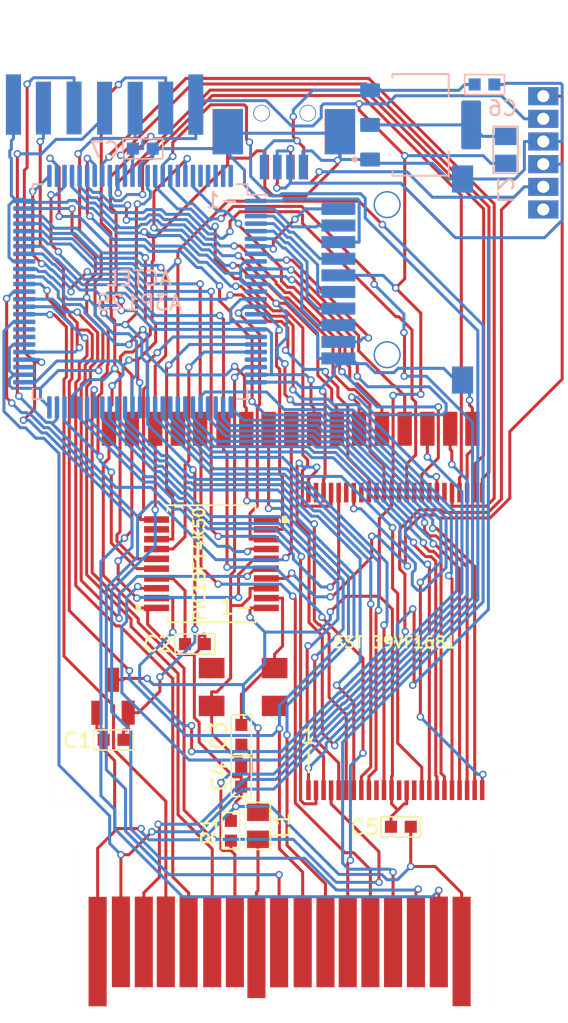
<source format=kicad_pcb>
(kicad_pcb (version 20211014) (generator pcbnew)
  (layers (0 "F.Cu" signal) (31 "B.Cu" signal) (34 "B.Paste" user) (35 "F.Paste" user) (36 "B.SilkS" user "B.Silkscreen") (37 "F.SilkS" user "F.Silkscreen") (38 "B.Mask" user) (39 "F.Mask" user) (44 "Edge.Cuts" user))
  (net 0 "")
  (net 1 "/GND")
  (net 2 "/SD.Pin2")
  (net 3 "/SD.Pin4")
  (net 4 "/SD.Pin6")
  (net 5 "/SD.Pin7")
  (net 6 "/SD.Pin8")
  (net 7 "/SD.Pin1")
  (net 8 "/SD.Pin9")
  (net 9 "/Game.CS1")
  (net 10 "/Game.CS2")
  (net 12 "/Actel.VCC")
  (net 13 "/PIC.RC6")
  (net 14 "/PIC.RC7")
  (net 15 "/VCC")
  (net 16 "/PIC.RB6")
  (net 17 "/PIC.RB4")
  (net 18 "/PIC.RC2")
  (net 20 "/PIC.CLKOUT")
  (net 21 "/SST.A2")
  (net 22 "/SST.A3")
  (net 23 "/SST.A4")
  (net 24 "/SST.A5")
  (net 25 "/SST.A6")
  (net 26 "/SST.A7")
  (net 27 "/SST.A8")
  (net 28 "/SST.A18")
  (net 29 "/SST.A19")
  (net 30 "/SST.WE")
  (net 31 "/SST.A20")
  (net 32 "/SST.A9")
  (net 33 "/SST.A10")
  (net 34 "/SST.A11")
  (net 35 "/SST.A12")
  (net 36 "/SST.A13")
  (net 37 "/SST.A14")
  (net 38 "/SST.A15")
  (net 39 "/PIC.RC1")
  (net 40 "/PIC.RC0")
  (net 41 "/PIC.RC3")
  (net 42 "/PIC.RC4")
  (net 43 "/PIC.RC5")
  (net 46 "/CLK")
  (net 47 "/Sys.CS1")
  (net 48 "/Sys.Reset")
  (net 49 "/Sys.CS2")
  (net 50 "/D0")
  (net 51 "/D1")
  (net 52 "/D2")
  (net 53 "/D3")
  (net 54 "/D4")
  (net 55 "/D5")
  (net 56 "/D6")
  (net 57 "/D7")
  (net 58 "/SST.DQ7")
  (net 59 "/SST.DQ6")
  (net 60 "/SST.DQ5")
  (net 61 "/SST.DQ4")
  (net 62 "/SST.DQ3")
  (net 63 "/SST.DQ2")
  (net 64 "/SST.DQ1")
  (net 65 "/SST.DQ0")
  (net 66 "/SST.OE")
  (net 67 "/SST.CE")
  (net 68 "/SST.A1")
  (net 69 "/SST.A0")
  (net 70 "/SST.A17")
  (net 71 "/SST.A16")
  (net 73 "/IRQ")
  (net 74 "/Game.Reset")
  (net 80 "/VOUT")
  (net 81 "/USB.5V")
  (net 93 "/USB.D+")
  (net 94 "/USB.D-")
  (net 95 "/PIC.CLKIN")
  (net 96 "/PIC.VPP")
  (net 99 "/VUSB")
  (net 101 "/Sys.VCC")
  (net 102 "/N{slash}C")
  (footprint "DSi Action Replay:Little SMD" (layer "F.Cu") (at 146.128 110.409 180)
    (fp_text reference "C2")
    (fp_text value "450 nF")
  )
  (footprint "DSi Action Replay:Little SMD" (layer "F.Cu") (at 149.1635 116.4445 -90)
    (fp_text reference "C3")
    (fp_text value "10 pF")
  )
  (footprint "DSi Action Replay:Little SMD" (layer "F.Cu") (at 140.738 116.814)
    (fp_text reference "C1")
    (fp_text value "100 nF")
  )
  (footprint "DSi Action Replay:PIC Edge Connector" (layer "F.Cu") (at 169.22 77.955)
    (fp_text reference "J5" hide)
    (fp_text value "Through Hole Edge Connector")
  )
  (footprint "DSi Action Replay:Little SMD" (layer "F.Cu") (at 149.154 119.219 -90)
    (fp_text reference "C4")
    (fp_text value "10 pF")
  )
  (footprint "MountingHole:MountingHole_2.1mm" (layer "F.Cu") (at 167.5778 89.9567)
    (fp_text reference "H2" hide)
    (fp_text value "MountingHole_2.1mm")
  )
  (footprint "DSi Action Replay:USB Adapter" (layer "F.Cu") (at 152.02 77.359)
    (fp_text reference "J1" hide)
    (fp_text value "USB Port")
  )
  (footprint "DSi Action Replay:PIC18F14K50-I&slash_SS" (layer "F.Cu") (at 147.216 105.125 180)
    (fp_text reference "U3" hide)
    (fp_text value "PIC18F14K50-I/SS" hide)
  )
  (footprint "GBA:SOP50P2000X120-48N" (layer "F.Cu") (at 159.389 110.267 90)
    (fp_text reference "U1" hide)
    (fp_text value "SST_39VF1681" hide)
  )
  (footprint "DSi Action Replay:Little SMD" (layer "F.Cu") (at 148.471 122.797 -90)
    (fp_text reference "R1")
    (fp_text value "10K Ohm")
  )
  (footprint "DSi Action Replay:DS Slot" (layer "F.Cu") (at 152.4778 96.1737)
    (fp_text reference "U4" hide)
    (fp_text value "NDS_Cart_Slot")
  )
  (footprint "DSi Action Replay:Ferrite Inductor" (layer "F.Cu") (at 166.6665 77.724)
    (fp_text reference "L2")
    (fp_text value "1.5 uH")
  )
  (footprint "DSi Action Replay:Clock" (layer "F.Cu") (at 149.333 113.296)
    (fp_text reference "X1" hide)
    (fp_text value "WTL K4 12 MHz")
  )
  (footprint "DSi Action Replay:Board Edge Rear Connector" (layer "F.Cu") (at 140.104 74.996)
    (fp_text reference "J3" hide)
    (fp_text value "Board Edge Connector")
  )
  (footprint "MountingHole:MountingHole_2.1mm" (layer "F.Cu") (at 136.4938 89.9147)
    (fp_text reference "H1" hide)
    (fp_text value "MountingHole_2.1mm")
  )
  (footprint "DSi Action Replay:Micro SD Card" (layer "F.Cu") (at 163.842 85.6565)
    (fp_text reference "J4" hide)
    (fp_text value "Micro_SD_Card_Det")
  )
  (footprint "DSi Action Replay:65E9 SOT-23" (layer "F.Cu") (at 140.6535 113.8965)
    (fp_text reference "Q1" hide)
    (fp_text value "65EY")
  )
  (footprint "DSi Action Replay:Little SMD" (layer "F.Cu") (at 159.751 122.569)
    (fp_text reference "C5")
    (fp_text value "100 nF")
  )
  (footprint "DSi Action Replay:Edge Connector" (layer "F.Cu") (at 151.7187 130.1026)
    (fp_text reference "U5" hide)
    (fp_text value "NDS_Cart_Edge")
  )
  (footprint "DSi Action Replay:USB Adapter" (layer "B.Cu") (at 152.001 77.3572 180)
    (fp_text reference "J2" hide)
    (fp_text value "USB Port")
  )
  (footprint "DSi Action Replay:Little SMD" (layer "B.Cu") (at 142.676 77.681 180)
    (fp_text reference "C7")
    (fp_text value "100 nF")
  )
  (footprint "DSi Action Replay:Little SMD" (layer "B.Cu") (at 165.2915 73.4365 180)
    (fp_text reference "C6")
    (fp_text value "100 nF")
  )
  (footprint "Gameboy Printer:SOT229P700X180-4N" (layer "B.Cu") (at 161.06 76.079 90)
    (fp_text reference "U2" hide)
    (fp_text value "1117M3-3.3")
  )
  (footprint "DSi Action Replay:Ferrite Inductor" (layer "B.Cu") (at 150.3205 122.465 180)
    (fp_text reference "L1")
    (fp_text value "1.5 uH")
  )
  (footprint "Package_QFP:VQFP-100_14x14mm_P0.5mm" (layer "B.Cu") (at 142.4935 87.113 180)
    (fp_text reference "U6" hide)
    (fp_text value "A3P125-VQG100")
  )
  (gr_rect (start 165.862 79.2895) (end 167.503 76.1765) (layer "B.SilkS") (width 0.1) (fill none))
  (gr_rect (start 141.359 76.993) (end 143.995 78.323) (layer "B.SilkS") (width 0.1) (fill none))
  (gr_rect (start 163.9745 72.7485) (end 166.6105 74.0785) (layer "B.SilkS") (width 0.1) (fill none))
  (gr_rect (start 149.086 124.004) (end 147.916 121.59) (layer "F.SilkS") (width 0.1) (fill none))
  (gr_rect (start 139.419 117.456) (end 142.055 116.126) (layer "F.SilkS") (width 0.1) (fill none))
  (gr_rect (start 158.432 123.211) (end 161.068 121.881) (layer "F.SilkS") (width 0.1) (fill none))
  (gr_rect (start 149.852 120.54) (end 148.522 117.904) (layer "F.SilkS") (width 0.1) (fill none))
  (gr_rect (start 149.478 120.92) (end 151.119 124.033) (layer "F.SilkS") (width 0.1) (fill none))
  (gr_rect (start 149.859 117.766) (end 148.529 115.13) (layer "F.SilkS") (width 0.1) (fill none))
  (gr_rect (start 144.808 111.103) (end 147.444 109.773) (layer "F.SilkS") (width 0.1) (fill none))
  (gr_line (start 170.825 72.619) (end 170.825 95.869) (layer "Edge.Cuts") (width 0.002))
  (gr_arc (start 165.130148 123.801489) (mid 163.828805 122.486655) (end 165.176148 121.219) (layer "Edge.Cuts") (width 0.002))
  (gr_line (start 136.825 97.919) (end 133.225 95.869) (layer "Edge.Cuts") (width 0.002))
  (gr_line (start 165.825 118.669) (end 165.825 121.219) (layer "Edge.Cuts") (width 0.002))
  (gr_line (start 165.825 121.219) (end 165.176148 121.219) (layer "Edge.Cuts") (width 0.002))
  (gr_line (start 138.9207 123.7596) (end 138.2 123.7596) (layer "Edge.Cuts") (width 0.002))
  (gr_line (start 133.225 95.869) (end 133.225 72.619) (layer "Edge.Cuts") (width 0.002))
  (gr_arc (start 138.8747 121.219) (mid 140.200562 122.465711) (end 138.9207 123.7596) (layer "Edge.Cuts") (width 0.002))
  (gr_line (start 133.225 72.619) (end 170.825 72.619) (layer "Edge.Cuts") (width 0.002))
  (gr_line (start 167.225 118.669) (end 165.825 118.669) (layer "Edge.Cuts") (width 0.002))
  (gr_line (start 165.85 123.801489) (end 165.130148 123.801489) (layer "Edge.Cuts") (width 0.002))
  (gr_line (start 136.825 97.919) (end 136.825 121.219) (layer "Edge.Cuts") (width 0.002))
  (gr_line (start 165.85 134.619) (end 138.2 134.619) (layer "Edge.Cuts") (width 0.002))
  (gr_line (start 167.225 97.919) (end 167.225 118.669) (layer "Edge.Cuts") (width 0.002))
  (gr_line (start 170.825 95.869) (end 167.225 97.919) (layer "Edge.Cuts") (width 0.002))
  (gr_line (start 165.85 123.801489) (end 165.85 134.619) (layer "Edge.Cuts") (width 0.002))
  (gr_line (start 138.8747 121.219) (end 136.825 121.219) (layer "Edge.Cuts") (width 0.002))
  (gr_line (start 138.2 123.7596) (end 138.2 134.619) (layer "Edge.Cuts") (width 0.002))
  (gr_text "ACTEL\nA3P125" (at 142.438 87.045) (layer "B.SilkS") (effects (font (size 1 1)) (justify mirror)))
  (gr_text "-1" (at 147.933 81.074) (layer "B.SilkS") (effects (font (size 1 1)) (justify mirror)))
  (gr_text "PIC18F14K50" (at 146.42 105.139 90) (layer "F.SilkS") (effects (font (size 0.75 0.75))))
  (gr_text "1\n|" (at 153.652 117.331) (layer "F.SilkS") (effects (font (size 1 1))))
  (gr_text "1-" (at 148.862 107.983) (layer "F.SilkS") (effects (font (size 1 1))))
  (gr_text "SST 39VF1681" (at 159.357 110.331) (layer "F.SilkS") (effects (font (size 0.75 0.75))))
  (segment (start 154.7388 99.4171) (end 154.7388 93.8656) (width 0.2) (layer "F.Cu") (net 1))
  (segment (start 148.288 78.2771) (end 149.7487 78.2771) (width 0.2) (layer "F.Cu") (net 1))
  (segment (start 143.5241 89.2724) (end 143.5241 90.4586) (width 0.2) (layer "F.Cu") (net 1))
  (segment (start 149.189 119.5509) (end 149.4325 119.5509) (width 0.2) (layer "F.Cu") (net 1))
  (segment (start 164.3008 94.6316) (end 164.3008 94.298) (width 0.2) (layer "F.Cu") (net 1))
  (segment (start 146.5844 109.8718) (end 146.6633 109.7929) (width 0.2) (layer "F.Cu") (net 1))
  (segment (start 143.5838 108.05) (end 142.9939 108.05) (width 0.2) (layer "F.Cu") (net 1))
  (segment (start 139.6405 114.9905) (end 139.6405 116.0406) (width 0.2) (layer "F.Cu") (net 1))
  (segment (start 154.639 99.5169) (end 154.7388 99.4171) (width 0.2) (layer "F.Cu") (net 1))
  (segment (start 160.408 125.1645) (end 162.0237 125.1645) (width 0.2) (layer "F.Cu") (net 1))
  (segment (start 140.8118 122.8379) (end 140.8118 122.6546) (width 0.2) (layer "F.Cu") (net 1))
  (segment (start 146.4023 110.8257) (end 146.4023 109.9302) (width 0.2) (layer "F.Cu") (net 1))
  (segment (start 163.7737 130.7896) (end 163.7737 126.9145) (width 0.2) (layer "F.Cu") (net 1))
  (segment (start 148.288 78.2771) (end 148.288 78.722) (width 0.2) (layer "F.Cu") (net 1))
  (segment (start 148.505 122.145) (end 148.505 121.4949) (width 0.2) (layer "F.Cu") (net 1))
  (segment (start 149.189 119.5509) (end 149.189 119.2259) (width 0.2) (layer "F.Cu") (net 1))
  (segment (start 148.288 76.527) (end 148.288 78.2771) (width 0.2) (layer "F.Cu") (net 1))
  (segment (start 148.6913 119.2259) (end 146.4043 116.9389) (width 0.2) (layer "F.Cu") (net 1))
  (segment (start 142.2189 108.05) (end 140.0599 105.891) (width 0.2) (layer "F.Cu") (net 1))
  (segment (start 164.139 97.9196) (end 164.4888 97.5698) (width 0.2) (layer "F.Cu") (net 1))
  (segment (start 146.4607 109.8718) (end 146.5844 109.8718) (width 0.2) (layer "F.Cu") (net 1))
  (segment (start 139.6847 123.965) (end 140.8118 122.8379) (width 0.2) (layer "F.Cu") (net 1))
  (segment (start 148.505 121.4949) (end 148.529 121.4949) (width 0.2) (layer "F.Cu") (net 1))
  (segment (start 164.139 100.417) (end 164.139 99.5169) (width 0.2) (layer "F.Cu") (net 1))
  (segment (start 149.189 119.876) (end 149.189 119.5509) (width 0.2) (layer "F.Cu") (net 1))
  (segment (start 140.086 116.78) (end 140.086 116.1299) (width 0.2) (layer "F.Cu") (net 1))
  (segment (start 154.639 100.417) (end 154.639 99.5169) (width 0.2) (layer "F.Cu") (net 1))
  (segment (start 140.8118 122.6546) (end 140.8118 118.1559) (width 0.2) (layer "F.Cu") (net 1))
  (segment (start 143.529 83.481) (end 143.3832 83.481) (width 0.2) (layer "F.Cu") (net 1))
  (segment (start 146.0867 115.3147) (end 146.0867 111.1413) (width 0.2) (layer "F.Cu") (net 1))
  (segment (start 160.408 122.534) (end 160.408 122.859) (width 0.2) (layer "F.Cu") (net 1))
  (segment (start 140.0599 105.891) (end 140.0599 98.5262) (width 0.2) (layer "F.Cu") (net 1))
  (segment (start 149.4325 119.5509) (end 149.8382 119.1452) (width 0.2) (layer "F.Cu") (net 1))
  (segment (start 150.2259 77.7999) (end 150.751 77.7999) (width 0.2) (layer "F.Cu") (net 1))
  (segment (start 143.3832 85.0389) (end 143.2925 85.1296) (width 0.2) (layer "F.Cu") (net 1))
  (segment (start 146.78 110.443) (end 146.78 109.7929) (width 0.2) (layer "F.Cu") (net 1))
  (segment (start 149.7487 78.2771) (end 150.2259 77.7999) (width 0.2) (layer "F.Cu") (net 1))
  (segment (start 164.4888 96.1947) (end 164.4888 94.8196) (width 0.2) (layer "F.Cu") (net 1))
  (segment (start 148.8306 120.8845) (end 149.189 120.5261) (width 0.2) (layer "F.Cu") (net 1))
  (segment (start 143.3832 83.481) (end 143.3832 85.0389) (width 0.2) (layer "F.Cu") (net 1))
  (segment (start 155.712 78.2832) (end 155.5688 78.4264) (width 0.2) (layer "F.Cu") (net 1))
  (segment (start 143.5241 90.4586) (end 142.3366 91.6461) (width 0.2) (layer "F.Cu") (net 1))
  (segment (start 142.3366 93.003) (end 142.4662 93.1326) (width 0.2) (layer "F.Cu") (net 1))
  (segment (start 164.139 99.5169) (end 164.139 97.9196) (width 0.2) (layer "F.Cu") (net 1))
  (segment (start 139.6405 116.0406) (end 139.7298 116.1299) (width 0.2) (layer "F.Cu") (net 1))
  (segment (start 140.4358 98.1503) (end 140.4358 97.5668) (width 0.2) (layer "F.Cu") (net 1))
  (segment (start 143.2925 85.1296) (end 143.2925 89.0408) (width 0.2) (layer "F.Cu") (net 1))
  (segment (start 139.6847 130.7956) (end 139.6847 123.965) (width 0.2) (layer "F.Cu") (net 1))
  (segment (start 146.4043 116.9389) (end 146.4043 115.6323) (width 0.2) (layer "F.Cu") (net 1))
  (segment (start 143.2925 89.0408) (end 143.5241 89.2724) (width 0.2) (layer "F.Cu") (net 1))
  (segment (start 143.0895 83.481) (end 142.7676 83.1591) (width 0.2) (layer "F.Cu") (net 1))
  (segment (start 140.4358 94.8166) (end 140.6412 94.6112) (width 0.2) (layer "F.Cu") (net 1))
  (segment (start 140.4358 96.1917) (end 140.4358 97.5668) (width 0.2) (layer "F.Cu") (net 1))
  (segment (start 146.0867 111.1413) (end 146.4023 110.8257) (width 0.2) (layer "F.Cu") (net 1))
  (segment (start 140.086 116.78) (end 140.086 117.4301) (width 0.2) (layer "F.Cu") (net 1))
  (segment (start 149.8382 119.1452) (end 149.8382 117.7412) (width 0.2) (layer "F.Cu") (net 1))
  (segment (start 162.0237 125.1645) (end 163.7737 126.9145) (width 0.2) (layer "F.Cu") (net 1))
  (segment (start 142.9939 109.138) (end 142.9939 108.05) (width 0.2) (layer "F.Cu") (net 1))
  (segment (start 142.9939 108.05) (end 142.5082 108.05) (width 0.2) (layer "F.Cu") (net 1))
  (segment (start 151.3075 80.7752) (end 150.751 80.2187) (width 0.2) (layer "F.Cu") (net 1))
  (segment (start 153.4781 80.7752) (end 151.3075 80.7752) (width 0.2) (layer "F.Cu") (net 1))
  (segment (start 160.408 122.859) (end 160.408 122.8778) (width 0.2) (layer "F.Cu") (net 1))
  (segment (start 141.7557 91.6461) (end 142.3366 91.6461) (width 0.2) (layer "F.Cu") (net 1))
  (segment (start 140.4358 96.1917) (end 140.4358 94.8166) (width 0.2) (layer "F.Cu") (net 1))
  (segment (start 140.6412 94.6112) (end 140.6412 93.3492) (width 0.2) (layer "F.Cu") (net 1))
  (segment (start 146.4023 109.9302) (end 146.4607 109.8718) (width 0.2) (layer "F.Cu") (net 1))
  (segment (start 160.408 123.0309) (end 160.408 125.1645) (width 0.2) (layer "F.Cu") (net 1))
  (segment (start 154.7388 93.8656) (end 154.5829 93.7097) (width 0.2) (layer "F.Cu") (net 1))
  (segment (start 146.4043 115.6323) (end 146.0867 115.3147) (width 0.2) (layer "F.Cu") (net 1))
  (segment (start 142.3366 91.6461) (end 142.3366 93.003) (width 0.2) (layer "F.Cu") (net 1))
  (segment (start 160.408 122.8778) (end 160.408 123.0309) (width 0.2) (layer "F.Cu") (net 1))
  (segment (start 148.288 78.722) (end 143.529 83.481) (width 0.2) (layer "F.Cu") (net 1))
  (segment (start 149.8382 117.7412) (end 149.1985 117.1015) (width 0.2) (layer "F.Cu") (net 1))
  (segment (start 140.8118 122.6546) (end 142.5654 122.6546) (width 0.2) (layer "F.Cu") (net 1))
  (segment (start 155.5688 78.4264) (end 155.5688 78.6845) (width 0.2) (layer "F.Cu") (net 1))
  (segment (start 150.751 78.865) (end 150.751 77.7999) (width 0.2) (layer "F.Cu") (net 1))
  (segment (start 155.712 76.525) (end 155.712 78.2832) (width 0.2) (layer "F.Cu") (net 1))
  (segment (start 143.3832 83.481) (end 143.0895 83.481) (width 0.2) (layer "F.Cu") (net 1))
  (segment (start 140.0599 98.5262) (end 140.4358 98.1503) (width 0.2) (layer "F.Cu") (net 1))
  (segment (start 146.6633 109.7929) (end 146.78 109.7929) (width 0.2) (layer "F.Cu") (net 1))
  (segment (start 155.5688 78.6845) (end 153.4781 80.7752) (width 0.2) (layer "F.Cu") (net 1))
  (segment (start 142.5082 108.05) (end 142.2189 108.05) (width 0.2) (layer "F.Cu") (net 1))
  (segment (start 149.189 119.2259) (end 148.6913 119.2259) (width 0.2) (layer "F.Cu") (net 1))
  (segment (start 144.9972 111.1413) (end 142.9939 109.138) (width 0.2) (layer "F.Cu") (net 1))
  (segment (start 148.529 121.4949) (end 148.8306 121.1933) (width 0.2) (layer "F.Cu") (net 1))
  (segment (start 146.0867 111.1413) (end 144.9972 111.1413) (width 0.2) (layer "F.Cu") (net 1))
  (segment (start 150.751 80.2187) (end 150.751 78.865) (width 0.2) (layer "F.Cu") (net 1))
  (segment (start 164.4888 96.1947) (end 164.4888 97.5698) (width 0.2) (layer "F.Cu") (net 1))
  (segment (start 139.7298 116.1299) (end 140.086 116.1299) (width 0.2) (layer "F.Cu") (net 1))
  (segment (start 149.189 119.876) (end 149.189 120.5261) (width 0.2) (layer "F.Cu") (net 1))
  (segment (start 164.4888 94.8196) (end 164.3008 94.6316) (width 0.2) (layer "F.Cu") (net 1))
  (segment (start 148.8306 121.1933) (end 148.8306 120.8845) (width 0.2) (layer "F.Cu") (net 1))
  (segment (start 140.8118 118.1559) (end 140.086 117.4301) (width 0.2) (layer "F.Cu") (net 1))
  (via (at 142.4662 93.1326) (size 0.5) (drill 0.3) (layers "F.Cu" "B.Cu") (net 1))
  (via (at 160.408 125.1645) (size 0.5) (drill 0.3) (layers "F.Cu" "B.Cu") (net 1))
  (via (at 142.5654 122.6546) (size 0.5) (drill 0.3) (layers "F.Cu" "B.Cu") (net 1))
  (via (at 140.6412 93.3492) (size 0.5) (drill 0.3) (layers "F.Cu" "B.Cu") (net 1))
  (via (at 164.3008 94.298) (size 0.5) (drill 0.3) (layers "F.Cu" "B.Cu") (net 1))
  (via (at 154.5829 93.7097) (size 0.5) (drill 0.3) (layers "F.Cu" "B.Cu") (net 1))
  (via (at 155.5688 78.4264) (size 0.5) (drill 0.3) (layers "F.Cu" "B.Cu") (net 1))
  (via (at 148.8306 121.1933) (size 0.5) (drill 0.3) (layers "F.Cu" "B.Cu") (net 1))
  (via (at 142.7676 83.1591) (size 0.5) (drill 0.3) (layers "F.Cu" "B.Cu") (net 1))
  (via (at 141.7557 91.6461) (size 0.5) (drill 0.3) (layers "F.Cu" "B.Cu") (net 1))
  (segment (start 148.309 77.3107) (end 147.9727 77.647) (width 0.2) (layer "B.Cu") (net 1))
  (segment (start 133.8194 81.3922) (end 133.8194 84.8385) (width 0.2) (layer "B.Cu") (net 1))
  (segment (start 153.1691 93.4617) (end 152.8129 93.1055) (width 0.2) (layer "B.Cu") (net 1))
  (segment (start 160.408 125.1645) (end 159.5299 126.0426) (width 0.2) (layer "B.Cu") (net 1))
  (segment (start 163.5955 92.9645) (end 163.358 92.9645) (width 0.2) (layer "B.Cu") (net 1))
  (segment (start 163.7568 79.6595) (end 162.8889 79.6595) (width 0.2) (layer "B.Cu") (net 1))
  (segment (start 149.1554 85.898) (end 148.123 85.898) (width 0.2) (layer "B.Cu") (net 1))
  (segment (start 158.4931 125.6925) (end 155.6564 125.6925) (width 0.2) (layer "B.Cu") (net 1))
  (segment (start 148.8111 121.1933) (end 146.6052 123.3992) (width 0.2) (layer "B.Cu") (net 1))
  (segment (start 163.833 92.9645) (end 163.5955 92.9645) (width 0.2) (layer "B.Cu") (net 1))
  (segment (start 155.355 92.618) (end 154.5113 93.4617) (width 0.2) (layer "B.Cu") (net 1))
  (segment (start 142.9217 78.2971) (end 143.328 78.2971) (width 0.2) (layer "B.Cu") (net 1))
  (segment (start 157.4598 91.8835) (end 158.0498 92.4735) (width 0.2) (layer "B.Cu") (net 1))
  (segment (start 142.4935 93.1599) (end 142.4935 94.7755) (width 0.2) (layer "B.Cu") (net 1))
  (segment (start 137.7834 81.0807) (end 138.1977 81.0807) (width 0.2) (layer "B.Cu") (net 1))
  (segment (start 154.5113 93.6381) (end 154.5829 93.7097) (width 0.2) (layer "B.Cu") (net 1))
  (segment (start 142.4935 79.4505) (end 142.4935 78.7253) (width 0.2) (layer "B.Cu") (net 1))
  (segment (start 139.3605 81.5951) (end 140.9978 83.2324) (width 0.2) (layer "B.Cu") (net 1))
  (segment (start 133.9747 77.6832) (end 133.873 77.7849) (width 0.2) (layer "B.Cu") (net 1))
  (segment (start 141.3669 92.0349) (end 141.0401 91.7081) (width 0.2) (layer "B.Cu") (net 1))
  (segment (start 163.7568 79.6595) (end 163.839 79.6595) (width 0.2) (layer "B.Cu") (net 1))
  (segment (start 154.5113 93.4617) (end 154.5113 93.6381) (width 0.2) (layer "B.Cu") (net 1))
  (segment (start 166.5936 73.4025) (end 166.6693 73.3268) (width 0.2) (layer "B.Cu") (net 1))
  (segment (start 156.8962 80.9836) (end 156.9951 81.0825) (width 0.2) (layer "B.Cu") (net 1))
  (segment (start 150.3175 80.9515) (end 150.4744 81.1084) (width 0.2) (layer "B.Cu") (net 1))
  (segment (start 143.0976 123.3992) (end 142.5654 122.867) (width 0.2) (layer "B.Cu") (net 1))
  (segment (start 163.5955 92.9645) (end 164.3008 93.6698) (width 0.2) (layer "B.Cu") (net 1))
  (segment (start 142.7554 83.2324) (end 142.7676 83.2202) (width 0.2) (layer "B.Cu") (net 1))
  (segment (start 143.041 83.2202) (end 142.7676 83.2202) (width 0.2) (layer "B.Cu") (net 1))
  (segment (start 155.733 78.2753) (end 155.5819 78.4264) (width 0.2) (layer "B.Cu") (net 1))
  (segment (start 159.5733 92.1899) (end 162.5834 92.1899) (width 0.2) (layer "B.Cu") (net 1))
  (segment (start 134.0939 85.113) (end 134.831 85.113) (width 0.2) (layer "B.Cu") (net 1))
  (segment (start 149.1554 85.396) (end 149.4384 85.113) (width 0.2) (layer "B.Cu") (net 1))
  (segment (start 149.4056 79.0799) (end 147.9727 77.647) (width 0.2) (layer "B.Cu") (net 1))
  (segment (start 149.1554 86.3678) (end 149.1554 85.898) (width 0.2) (layer "B.Cu") (net 1))
  (segment (start 148.123 85.898) (end 146.9214 84.6964) (width 0.2) (layer "B.Cu") (net 1))
  (segment (start 162.5834 92.1899) (end 163.358 92.9645) (width 0.2) (layer "B.Cu") (net 1))
  (segment (start 149.4056 80.0396) (end 149.4056 79.0799) (width 0.2) (layer "B.Cu") (net 1))
  (segment (start 170.4301 73.4212) (end 170.4301 77.177) (width 0.2) (layer "B.Cu") (net 1))
  (segment (start 155.5819 78.4264) (end 155.5688 78.4264) (width 0.2) (layer "B.Cu") (net 1))
  (segment (start 167.9299 79.0363) (end 167.9299 77.177) (width 0.2) (layer "B.Cu") (net 1))
  (segment (start 133.873 78.1991) (end 133.9747 78.3008) (width 0.2) (layer "B.Cu") (net 1))
  (segment (start 149.1554 85.898) (end 149.1554 85.396) (width 0.2) (layer "B.Cu") (net 1))
  (segment (start 152.0195 80.9836) (end 156.8962 80.9836) (width 0.2) (layer "B.Cu") (net 1))
  (segment (start 150.3175 80.9515) (end 150.156 81.113) (width 0.2) (layer "B.Cu") (net 1))
  (segment (start 155.6564 125.6925) (end 151.1572 121.1933) (width 0.2) (layer "B.Cu") (net 1))
  (segment (start 155.733 78.2753) (end 155.8267 78.369) (width 0.2) (layer "B.Cu") (net 1))
  (segment (start 141.3669 92.6235) (end 140.6412 93.3492) (width 0.2) (layer "B.Cu") (net 1))
  (segment (start 155.648 91.5655) (end 155.648 91.8835) (width 0.2) (layer "B.Cu") (net 1))
  (segment (start 155.62 91.5375) (end 154.2449 91.5375) (width 0.2) (layer "B.Cu") (net 1))
  (segment (start 146.6052 123.3992) (end 143.0976 123.3992) (width 0.2) (layer "B.Cu") (net 1))
  (segment (start 143.328 77.647) (end 143.328 78.2971) (width 0.2) (layer "B.Cu") (net 1))
  (segment (start 155.355 92.1765) (end 155.355 92.618) (width 0.2) (layer "B.Cu") (net 1))
  (segment (start 140.9978 83.2324) (end 142.7554 83.2324) (width 0.2) (layer "B.Cu") (net 1))
  (segment (start 151.8947 81.1084) (end 152.0195 80.9836) (width 0.2) (layer "B.Cu") (net 1))
  (segment (start 164.3008 93.6698) (end 164.3008 94.298) (width 0.2) (layer "B.Cu") (net 1))
  (segment (start 138.1977 81.0807) (end 138.7121 81.5951) (width 0.2) (layer "B.Cu") (net 1))
  (segment (start 155.5688 78.4264) (end 154.4973 78.4264) (width 0.2) (layer "B.Cu") (net 1))
  (segment (start 157.964 78.618) (end 161.8474 78.618) (width 0.2) (layer "B.Cu") (net 1))
  (segment (start 159.2897 92.4735) (end 159.5733 92.1899) (width 0.2) (layer "B.Cu") (net 1))
  (segment (start 155.733 77.4002) (end 155.733 78.2753) (width 0.2) (layer "B.Cu") (net 1))
  (segment (start 154.5113 93.4617) (end 153.1691 93.4617) (width 0.2) (layer "B.Cu") (net 1))
  (segment (start 142.4662 93.1326) (end 142.4935 93.1599) (width 0.2) (layer "B.Cu") (net 1))
  (segment (start 142.7676 83.2202) (end 142.7676 83.1591) (width 0.2) (layer "B.Cu") (net 1))
  (segment (start 159.5299 126.0426) (end 158.8432 126.0426) (width 0.2) (layer "B.Cu") (net 1))
  (segment (start 169.18 77.177) (end 170.4301 77.177) (width 0.2) (layer "B.Cu") (net 1))
  (segment (start 154.4973 78.4264) (end 153.869 77.7981) (width 0.2) (layer "B.Cu") (net 1))
  (segment (start 146.9214 84.6964) (end 146.4263 84.6964) (width 0.2) (layer "B.Cu") (net 1))
  (segment (start 154.2449 91.5375) (end 154.2449 89.8349) (width 0.2) (layer "B.Cu") (net 1))
  (segment (start 134.831 81.113) (end 134.9218 81.2038) (width 0.2) (layer "B.Cu") (net 1))
  (segment (start 137.6603 81.2038) (end 137.7834 81.0807) (width 0.2) (layer "B.Cu") (net 1))
  (segment (start 134.115 74.732) (end 134.115 76.9821) (width 0.2) (layer "B.Cu") (net 1))
  (segment (start 133.9747 80.7641) (end 134.2111 81.0005) (width 0.2) (layer "B.Cu") (net 1))
  (segment (start 152.8129 93.1055) (end 150.1635 93.1055) (width 0.2) (layer "B.Cu") (net 1))
  (segment (start 155.62 91.5375) (end 155.648 91.5655) (width 0.2) (layer "B.Cu") (net 1))
  (segment (start 143.328 77.647) (end 143.9781 77.647) (width 0.2) (layer "B.Cu") (net 1))
  (segment (start 135.5771 93.113) (end 134.831 93.113) (width 0.2) (layer "B.Cu") (net 1))
  (segment (start 134.115 76.9821) (end 133.9747 77.1224) (width 0.2) (layer "B.Cu") (net 1))
  (segment (start 155.648 91.8835) (end 157.4598 91.8835) (width 0.2) (layer "B.Cu") (net 1))
  (segment (start 155.62 83.8375) (end 156.9951 83.8375) (width 0.2) (layer "B.Cu") (net 1))
  (segment (start 134.831 81.113) (end 134.7185 81.0005) (width 0.2) (layer "B.Cu") (net 1))
  (segment (start 170.3357 73.3268) (end 170.4301 73.4212) (width 0.2) (layer "B.Cu") (net 1))
  (segment (start 150.4744 81.1084) (end 151.8947 81.1084) (width 0.2) (layer "B.Cu") (net 1))
  (segment (start 155.733 76.5252) (end 155.733 77.4002) (width 0.2) (layer "B.Cu") (net 1))
  (segment (start 151.023 86.613) (end 150.156 86.613) (width 0.2) (layer "B.Cu") (net 1))
  (segment (start 133.873 77.7849) (end 133.873 78.1991) (width 0.2) (layer "B.Cu") (net 1))
  (segment (start 133.9747 77.1224) (end 133.9747 77.6832) (width 0.2) (layer "B.Cu") (net 1))
  (segment (start 134.7185 81.0005) (end 134.2111 81.0005) (width 0.2) (layer "B.Cu") (net 1))
  (segment (start 163.839 79.6595) (end 167.3067 79.6595) (width 0.2) (layer "B.Cu") (net 1))
  (segment (start 161.8474 78.618) (end 162.8889 79.6595) (width 0.2) (layer "B.Cu") (net 1))
  (segment (start 155.8267 78.369) (end 157.715 78.369) (width 0.2) (layer "B.Cu") (net 1))
  (segment (start 141.3669 92.0349) (end 141.7557 91.6461) (width 0.2) (layer "B.Cu") (net 1))
  (segment (start 145.1324 83.4025) (end 143.2233 83.4025) (width 0.2) (layer "B.Cu") (net 1))
  (segment (start 169.18 77.177) (end 167.9299 77.177) (width 0.2) (layer "B.Cu") (net 1))
  (segment (start 148.309 76.6274) (end 148.309 77.3107) (width 0.2) (layer "B.Cu") (net 1))
  (segment (start 141.0401 91.7081) (end 136.982 91.7081) (width 0.2) (layer "B.Cu") (net 1))
  (segment (start 156.9951 81.0825) (end 156.9951 83.8375) (width 0.2) (layer "B.Cu") (net 1))
  (segment (start 150.3175 80.9515) (end 149.4056 80.0396) (width 0.2) (layer "B.Cu") (net 1))
  (segment (start 158.0498 92.4735) (end 159.2897 92.4735) (width 0.2) (layer "B.Cu") (net 1))
  (segment (start 150.1635 93.1055) (end 150.156 93.113) (width 0.2) (layer "B.Cu") (net 1))
  (segment (start 151.1572 121.1933) (end 148.8306 121.1933) (width 0.2) (layer "B.Cu") (net 1))
  (segment (start 141.3669 92.0349) (end 141.3669 92.6235) (width 0.2) (layer "B.Cu") (net 1))
  (segment (start 154.9602 76.6274) (end 148.309 76.6274) (width 0.2) (layer "B.Cu") (net 1))
  (segment (start 150.156 86.613) (end 149.4006 86.613) (width 0.2) (layer "B.Cu") (net 1))
  (segment (start 136.982 91.7081) (end 135.5771 93.113) (width 0.2) (layer "B.Cu") (net 1))
  (segment (start 149.4384 85.113) (end 150.156 85.113) (width 0.2) (layer "B.Cu") (net 1))
  (segment (start 138.7121 81.5951) (end 139.3605 81.5951) (width 0.2) (layer "B.Cu") (net 1))
  (segment (start 157.715 78.369) (end 157.964 78.618) (width 0.2) (layer "B.Cu") (net 1))
  (segment (start 153.869 77.7981) (end 153.27 77.7981) (width 0.2) (layer "B.Cu") (net 1))
  (segment (start 142.4935 78.7253) (end 142.9217 78.2971) (width 0.2) (layer "B.Cu") (net 1))
  (segment (start 148.309 76.5232) (end 148.309 76.6274) (width 0.2) (layer "B.Cu") (net 1))
  (segment (start 158.8432 126.0426) (end 158.4931 125.6925) (width 0.2) (layer "B.Cu") (net 1))
  (segment (start 142.5654 122.867) (end 142.5654 122.6546) (width 0.2) (layer "B.Cu") (net 1))
  (segment (start 143.2233 83.4025) (end 143.041 83.2202) (width 0.2) (layer "B.Cu") (net 1))
  (segment (start 155.733 77.4002) (end 154.9602 76.6274) (width 0.2) (layer "B.Cu") (net 1))
  (segment (start 149.4006 86.613) (end 149.1554 86.3678) (width 0.2) (layer "B.Cu") (net 1))
  (segment (start 148.8306 121.1933) (end 148.8111 121.1933) (width 0.2) (layer "B.Cu") (net 1))
  (segment (start 166.6693 73.3268) (end 170.3357 73.3268) (width 0.2) (layer "B.Cu") (net 1))
  (segment (start 134.2111 81.0005) (end 133.8194 81.3922) (width 0.2) (layer "B.Cu") (net 1))
  (segment (start 154.2449 89.8349) (end 151.023 86.613) (width 0.2) (layer "B.Cu") (net 1))
  (segment (start 133.8194 84.8385) (end 134.0939 85.113) (width 0.2) (layer "B.Cu") (net 1))
  (segment (start 147.9727 77.647) (end 143.9781 77.647) (width 0.2) (layer "B.Cu") (net 1))
  (segment (start 155.648 91.8835) (end 155.355 92.1765) (width 0.2) (layer "B.Cu") (net 1))
  (segment (start 134.9218 81.2038) (end 137.6603 81.2038) (width 0.2) (layer "B.Cu") (net 1))
  (segment (start 133.9747 78.3008) (end 133.9747 80.7641) (width 0.2) (layer "B.Cu") (net 1))
  (segment (start 167.3067 79.6595) (end 167.9299 79.0363) (width 0.2) (layer "B.Cu") (net 1))
  (segment (start 146.4263 84.6964) (end 145.1324 83.4025) (width 0.2) (layer "B.Cu") (net 1))
  (segment (start 165.9435 73.4025) (end 166.5936 73.4025) (width 0.2) (layer "B.Cu") (net 1))
  (segment (start 153.27 78.8632) (end 153.27 77.7981) (width 0.2) (layer "B.Cu") (net 1))
  (segment (start 154.1566 82.8258) (end 154.2449 82.7375) (width 0.2) (layer "B.Cu") (net 2))
  (segment (start 152.5352 82.8258) (end 154.1566 82.8258) (width 0.2) (layer "B.Cu") (net 2))
  (segment (start 150.156 81.613) (end 151.3224 81.613) (width 0.2) (layer "B.Cu") (net 2))
  (segment (start 155.62 82.7375) (end 154.2449 82.7375) (width 0.2) (layer "B.Cu") (net 2))
  (segment (start 151.3224 81.613) (end 152.5352 82.8258) (width 0.2) (layer "B.Cu") (net 2))
  (segment (start 154.4025 84.9375) (end 155.62 84.9375) (width 0.2) (layer "B.Cu") (net 3))
  (segment (start 150.156 82.113) (end 151.3273 82.113) (width 0.2) (layer "B.Cu") (net 3))
  (segment (start 151.3273 82.113) (end 152.3902 83.1759) (width 0.2) (layer "B.Cu") (net 3))
  (segment (start 152.3902 83.1759) (end 152.6409 83.1759) (width 0.2) (layer "B.Cu") (net 3))
  (segment (start 152.6409 83.1759) (end 154.4025 84.9375) (width 0.2) (layer "B.Cu") (net 3))
  (segment (start 150.156 82.613) (end 151.3322 82.613) (width 0.2) (layer "B.Cu") (net 4))
  (segment (start 152.4336 83.526) (end 154.2449 85.3373) (width 0.2) (layer "B.Cu") (net 4))
  (segment (start 154.2449 85.3373) (end 154.2449 87.1375) (width 0.2) (layer "B.Cu") (net 4))
  (segment (start 155.62 87.1375) (end 154.2449 87.1375) (width 0.2) (layer "B.Cu") (net 4))
  (segment (start 152.2452 83.526) (end 152.4336 83.526) (width 0.2) (layer "B.Cu") (net 4))
  (segment (start 151.3322 82.613) (end 152.2452 83.526) (width 0.2) (layer "B.Cu") (net 4))
  (segment (start 153.546 87.5386) (end 154.2449 88.2375) (width 0.2) (layer "B.Cu") (net 5))
  (segment (start 150.156 83.113) (end 151.3371 83.113) (width 0.2) (layer "B.Cu") (net 5))
  (segment (start 153.546 85.1407) (end 153.546 87.5386) (width 0.2) (layer "B.Cu") (net 5))
  (segment (start 151.3371 83.113) (end 152.1002 83.8761) (width 0.2) (layer "B.Cu") (net 5))
  (segment (start 152.1002 83.8761) (end 152.2814 83.8761) (width 0.2) (layer "B.Cu") (net 5))
  (segment (start 155.62 88.2375) (end 154.2449 88.2375) (width 0.2) (layer "B.Cu") (net 5))
  (segment (start 152.2814 83.8761) (end 153.546 85.1407) (width 0.2) (layer "B.Cu") (net 5))
  (segment (start 153.1959 88.2885) (end 154.2449 89.3375) (width 0.2) (layer "B.Cu") (net 6))
  (segment (start 155.62 89.3375) (end 154.2449 89.3375) (width 0.2) (layer "B.Cu") (net 6))
  (segment (start 152.0923 84.2262) (end 153.1959 85.3298) (width 0.2) (layer "B.Cu") (net 6))
  (segment (start 153.1959 85.3298) (end 153.1959 88.2885) (width 0.2) (layer "B.Cu") (net 6))
  (segment (start 151.342 83.613) (end 151.9552 84.2262) (width 0.2) (layer "B.Cu") (net 6))
  (segment (start 150.156 83.613) (end 151.342 83.613) (width 0.2) (layer "B.Cu") (net 6))
  (segment (start 151.9552 84.2262) (end 152.0923 84.2262) (width 0.2) (layer "B.Cu") (net 6))
  (segment (start 151.3143 83.7537) (end 152.7423 82.3257) (width 0.2) (layer "F.Cu") (net 7))
  (segment (start 151.3143 84.2927) (end 151.3143 83.7537) (width 0.2) (layer "F.Cu") (net 7))
  (via (at 151.3143 84.2927) (size 0.5) (drill 0.3) (layers "F.Cu" "B.Cu") (net 7))
  (via (at 152.7423 82.3257) (size 0.5) (drill 0.3) (layers "F.Cu" "B.Cu") (net 7))
  (segment (start 150.156 84.113) (end 151.1346 84.113) (width 0.2) (layer "B.Cu") (net 7))
  (segment (start 154.2449 81.6375) (end 153.4305 81.6375) (width 0.2) (layer "B.Cu") (net 7))
  (segment (start 153.4305 81.6375) (end 152.7423 82.3257) (width 0.2) (layer "B.Cu") (net 7))
  (segment (start 155.62 81.6375) (end 154.2449 81.6375) (width 0.2) (layer "B.Cu") (net 7))
  (segment (start 151.1346 84.113) (end 151.3143 84.2927) (width 0.2) (layer "B.Cu") (net 7))
  (segment (start 157.6067 90.0744) (end 152.5591 85.0268) (width 0.2) (layer "F.Cu") (net 8))
  (segment (start 157.6067 90.1782) (end 157.6067 90.0744) (width 0.2) (layer "F.Cu") (net 8))
  (segment (start 152.5591 85.0268) (end 152.1855 85.0268) (width 0.2) (layer "F.Cu") (net 8))
  (via (at 152.1855 85.0268) (size 0.5) (drill 0.3) (layers "F.Cu" "B.Cu") (net 8))
  (via (at 157.6067 90.1782) (size 0.5) (drill 0.3) (layers "F.Cu" "B.Cu") (net 8))
  (segment (start 150.8598 84.613) (end 151.2736 85.0268) (width 0.2) (layer "B.Cu") (net 8))
  (segment (start 150.156 84.613) (end 150.8598 84.613) (width 0.2) (layer "B.Cu") (net 8))
  (segment (start 157.2544 90.1782) (end 157.6067 90.1782) (width 0.2) (layer "B.Cu") (net 8))
  (segment (start 156.9951 90.4375) (end 157.2544 90.1782) (width 0.2) (layer "B.Cu") (net 8))
  (segment (start 151.2736 85.0268) (end 152.1855 85.0268) (width 0.2) (layer "B.Cu") (net 8))
  (segment (start 155.62 90.4375) (end 156.9951 90.4375) (width 0.2) (layer "B.Cu") (net 8))
  (segment (start 156.9581 91.0355) (end 159.2674 93.3448) (width 0.2) (layer "F.Cu") (net 9))
  (segment (start 160.0078 94.0094) (end 160.0078 96.1917) (width 0.2) (layer "F.Cu") (net 9))
  (segment (start 159.3432 93.3448) (end 160.0078 94.0094) (width 0.2) (layer "F.Cu") (net 9))
  (segment (start 159.2674 93.3448) (end 159.3432 93.3448) (width 0.2) (layer "F.Cu") (net 9))
  (segment (start 152.481 85.677) (end 152.6164 85.677) (width 0.2) (layer "F.Cu") (net 9))
  (segment (start 156.9581 90.0187) (end 156.9581 91.0355) (width 0.2) (layer "F.Cu") (net 9))
  (segment (start 152.6164 85.677) (end 156.9581 90.0187) (width 0.2) (layer "F.Cu") (net 9))
  (via (at 152.481 85.677) (size 0.5) (drill 0.3) (layers "F.Cu" "B.Cu") (net 9))
  (segment (start 152.417 85.613) (end 152.481 85.677) (width 0.2) (layer "B.Cu") (net 9))
  (segment (start 150.156 85.613) (end 152.417 85.613) (width 0.2) (layer "B.Cu") (net 9))
  (segment (start 156.9868 96.1927) (end 156.9868 94.583) (width 0.2) (layer "F.Cu") (net 10))
  (segment (start 152.5349 86.3272) (end 152.7242 86.3272) (width 0.2) (layer "F.Cu") (net 10))
  (segment (start 152.7242 86.3272) (end 156.539 90.142) (width 0.2) (layer "F.Cu") (net 10))
  (segment (start 156.539 91.5966) (end 156.8706 91.9282) (width 0.2) (layer "F.Cu") (net 10))
  (segment (start 156.539 90.142) (end 156.539 91.5966) (width 0.2) (layer "F.Cu") (net 10))
  (segment (start 156.9868 94.583) (end 156.502 94.0982) (width 0.2) (layer "F.Cu") (net 10))
  (segment (start 156.8706 91.9282) (end 156.8706 92.7213) (width 0.2) (layer "F.Cu") (net 10))
  (via (at 152.5349 86.3272) (size 0.5) (drill 0.3) (layers "F.Cu" "B.Cu") (net 10))
  (via (at 156.8706 92.7213) (size 0.5) (drill 0.3) (layers "F.Cu" "B.Cu") (net 10))
  (via (at 156.502 94.0982) (size 0.5) (drill 0.3) (layers "F.Cu" "B.Cu") (net 10))
  (segment (start 162.5331 95.2622) (end 158.0313 95.2622) (width 0.2) (layer "B.Cu") (net 10))
  (segment (start 152.3456 86.3272) (end 152.5349 86.3272) (width 0.2) (layer "B.Cu") (net 10))
  (segment (start 152.1314 86.113) (end 152.3456 86.3272) (width 0.2) (layer "B.Cu") (net 10))
  (segment (start 156.8706 92.7213) (end 157.5604 93.4111) (width 0.2) (layer "B.Cu") (net 10))
  (segment (start 150.156 86.113) (end 152.1314 86.113) (width 0.2) (layer "B.Cu") (net 10))
  (segment (start 158.0313 95.2622) (end 156.8673 94.0982) (width 0.2) (layer "B.Cu") (net 10))
  (segment (start 162.7492 95.0461) (end 162.5331 95.2622) (width 0.2) (layer "B.Cu") (net 10))
  (segment (start 156.8673 94.0982) (end 156.502 94.0982) (width 0.2) (layer "B.Cu") (net 10))
  (segment (start 162.7492 94.5312) (end 162.7492 95.0461) (width 0.2) (layer "B.Cu") (net 10))
  (segment (start 161.6291 93.4111) (end 162.7492 94.5312) (width 0.2) (layer "B.Cu") (net 10))
  (segment (start 157.5604 93.4111) (end 161.6291 93.4111) (width 0.2) (layer "B.Cu") (net 10))
  (segment (start 142.3926 114.9845) (end 143.8071 113.57) (width 0.2) (layer "F.Cu") (net 12))
  (segment (start 141.7075 115.5095) (end 141.7075 116.0346) (width 0.2) (layer "F.Cu") (net 12))
  (segment (start 142.3155 81.311) (end 142.2516 81.3749) (width 0.2) (layer "F.Cu") (net 12))
  (segment (start 142.2516 81.3749) (end 142.2516 88.5634) (width 0.2) (layer "F.Cu") (net 12))
  (segment (start 141.7075 114.9845) (end 142.3926 114.9845) (width 0.2) (layer "F.Cu") (net 12))
  (segment (start 143.8071 113.57) (end 143.8071 112.6238) (width 0.2) (layer "F.Cu") (net 12))
  (segment (start 142.2516 88.5634) (end 141.5133 89.3017) (width 0.2) (layer "F.Cu") (net 12))
  (segment (start 141.7075 115.5095) (end 141.7075 114.9845) (width 0.2) (layer "F.Cu") (net 12))
  (segment (start 140.0243 87.5294) (end 140.0243 88.4616) (width 0.2) (layer "F.Cu") (net 12))
  (segment (start 141.395 116.779) (end 141.395 116.1289) (width 0.2) (layer "F.Cu") (net 12))
  (segment (start 146.1216 99.0342) (end 145.991 98.9036) (width 0.2) (layer "F.Cu") (net 12))
  (segment (start 141.7075 116.0346) (end 141.6132 116.1289) (width 0.2) (layer "F.Cu") (net 12))
  (segment (start 146.1216 109.4682) (end 146.1216 99.0342) (width 0.2) (layer "F.Cu") (net 12))
  (segment (start 140.0243 88.4616) (end 140.0924 88.5297) (width 0.2) (layer "F.Cu") (net 12))
  (segment (start 141.6132 116.1289) (end 141.395 116.1289) (width 0.2) (layer "F.Cu") (net 12))
  (via (at 146.1216 109.4682) (size 0.5) (drill 0.3) (layers "F.Cu" "B.Cu") (net 12))
  (via (at 143.8071 112.6238) (size 0.5) (drill 0.3) (layers "F.Cu" "B.Cu") (net 12))
  (via (at 140.0243 87.5294) (size 0.5) (drill 0.3) (layers "F.Cu" "B.Cu") (net 12))
  (via (at 140.0924 88.5297) (size 0.5) (drill 0.3) (layers "F.Cu" "B.Cu") (net 12))
  (via (at 145.991 98.9036) (size 0.5) (drill 0.3) (layers "F.Cu" "B.Cu") (net 12))
  (via (at 141.5133 89.3017) (size 0.5) (drill 0.3) (layers "F.Cu" "B.Cu") (net 12))
  (via (at 142.3155 81.311) (size 0.5) (drill 0.3) (layers "F.Cu" "B.Cu") (net 12))
  (segment (start 142.7487 81.311) (end 142.3155 81.311) (width 0.2) (layer "B.Cu") (net 12))
  (segment (start 146.1216 109.4682) (end 146.1216 110.3093) (width 0.2) (layer "B.Cu") (net 12))
  (segment (start 148.4969 88.2732) (end 149.1571 87.613) (width 0.2) (layer "B.Cu") (net 12))
  (segment (start 142.9935 94.7755) (end 142.9935 91.8717) (width 0.2) (layer "B.Cu") (net 12))
  (segment (start 140.8644 89.3017) (end 140.0924 88.5297) (width 0.2) (layer "B.Cu") (net 12))
  (segment (start 140.3369 87.2168) (end 141.5076 87.2168) (width 0.2) (layer "B.Cu") (net 12))
  (segment (start 138.5233 87.0066) (end 136.8302 85.3135) (width 0.2) (layer "B.Cu") (net 12))
  (segment (start 142.9935 79.4505) (end 142.9935 80.3095) (width 0.2) (layer "B.Cu") (net 12))
  (segment (start 149.1571 87.613) (end 150.156 87.613) (width 0.2) (layer "B.Cu") (net 12))
  (segment (start 141.6435 89.3017) (end 141.5133 89.3017) (width 0.2) (layer "B.Cu") (net 12))
  (segment (start 143.5033 89.2125) (end 148.3974 89.2125) (width 0.2) (layer "B.Cu") (net 12))
  (segment (start 142.9935 95.9061) (end 145.991 98.9036) (width 0.2) (layer "B.Cu") (net 12))
  (segment (start 148.4969 89.113) (end 148.4969 88.2732) (width 0.2) (layer "B.Cu") (net 12))
  (segment (start 143.1773 80.4933) (end 143.1773 80.8824) (width 0.2) (layer "B.Cu") (net 12))
  (segment (start 148.4969 89.113) (end 150.156 89.113) (width 0.2) (layer "B.Cu") (net 12))
  (segment (start 140.0243 87.5294) (end 139.5016 87.0067) (width 0.2) (layer "B.Cu") (net 12))
  (segment (start 136.0382 84.613) (end 134.831 84.613) (width 0.2) (layer "B.Cu") (net 12))
  (segment (start 142.9935 91.8717) (end 142.6075 91.4857) (width 0.2) (layer "B.Cu") (net 12))
  (segment (start 138.5233 87.0067) (end 138.5233 87.0066) (width 0.2) (layer "B.Cu") (net 12))
  (segment (start 136.8302 85.3135) (end 136.7387 85.3135) (width 0.2) (layer "B.Cu") (net 12))
  (segment (start 142.6075 90.2657) (end 141.6435 89.3017) (width 0.2) (layer "B.Cu") (net 12))
  (segment (start 141.5076 87.2168) (end 143.5033 89.2125) (width 0.2) (layer "B.Cu") (net 12))
  (segment (start 148.3974 89.2125) (end 148.4969 89.113) (width 0.2) (layer "B.Cu") (net 12))
  (segment (start 142.9935 94.7755) (end 142.9935 95.9061) (width 0.2) (layer "B.Cu") (net 12))
  (segment (start 146.1216 110.3093) (end 143.8071 112.6238) (width 0.2) (layer "B.Cu") (net 12))
  (segment (start 136.7387 85.3135) (end 136.0382 84.613) (width 0.2) (layer "B.Cu") (net 12))
  (segment (start 141.5133 89.3017) (end 140.8644 89.3017) (width 0.2) (layer "B.Cu") (net 12))
  (segment (start 140.0243 87.5294) (end 140.3369 87.2168) (width 0.2) (layer "B.Cu") (net 12))
  (segment (start 139.5016 87.0067) (end 138.5233 87.0067) (width 0.2) (layer "B.Cu") (net 12))
  (segment (start 143.1773 80.8824) (end 142.7487 81.311) (width 0.2) (layer "B.Cu") (net 12))
  (segment (start 142.9935 80.3095) (end 143.1773 80.4933) (width 0.2) (layer "B.Cu") (net 12))
  (segment (start 142.6075 91.4857) (end 142.6075 90.2657) (width 0.2) (layer "B.Cu") (net 12))
  (segment (start 150.251 94.7468) (end 150.4069 94.5909) (width 0.2) (layer "F.Cu") (net 13))
  (segment (start 150.8482 103.5) (end 149.7726 103.5) (width 0.2) (layer "F.Cu") (net 13))
  (segment (start 150.4069 89.9353) (end 149.0075 88.5359) (width 0.2) (layer "F.Cu") (net 13))
  (segment (start 150.4069 94.5909) (end 150.4069 89.9353) (width 0.2) (layer "F.Cu") (net 13))
  (segment (start 150.251 101.2979) (end 150.251 94.7468) (width 0.2) (layer "F.Cu") (net 13))
  (segment (start 149.7726 103.5) (end 149.7726 101.7763) (width 0.2) (layer "F.Cu") (net 13))
  (segment (start 149.7726 101.7763) (end 150.251 101.2979) (width 0.2) (layer "F.Cu") (net 13))
  (via (at 149.0075 88.5359) (size 0.5) (drill 0.3) (layers "F.Cu" "B.Cu") (net 13))
  (segment (start 149.4304 88.113) (end 149.0075 88.5359) (width 0.2) (layer "B.Cu") (net 13))
  (segment (start 150.156 88.113) (end 149.4304 88.113) (width 0.2) (layer "B.Cu") (net 13))
  (segment (start 151.7031 89.6627) (end 151.5235 89.8423) (width 0.2) (layer "F.Cu") (net 14))
  (segment (start 151.9238 99.3816) (end 151.9238 102.85) (width 0.2) (layer "F.Cu") (net 14))
  (segment (start 151.7316 99.1894) (end 151.9238 99.3816) (width 0.2) (layer "F.Cu") (net 14))
  (segment (start 151.5235 92.0413) (end 151.7316 92.2494) (width 0.2) (layer "F.Cu") (net 14))
  (segment (start 150.8482 102.85) (end 151.9238 102.85) (width 0.2) (layer "F.Cu") (net 14))
  (segment (start 151.5235 89.8423) (end 151.5235 92.0413) (width 0.2) (layer "F.Cu") (net 14))
  (segment (start 151.7316 92.2494) (end 151.7316 99.1894) (width 0.2) (layer "F.Cu") (net 14))
  (via (at 151.7031 89.6627) (size 0.5) (drill 0.3) (layers "F.Cu" "B.Cu") (net 14))
  (segment (start 150.156 88.613) (end 150.8676 88.613) (width 0.2) (layer "B.Cu") (net 14))
  (segment (start 150.8676 88.613) (end 151.7031 89.4485) (width 0.2) (layer "B.Cu") (net 14))
  (segment (start 151.7031 89.4485) (end 151.7031 89.6627) (width 0.2) (layer "B.Cu") (net 14))
  (segment (start 141.2574 87.7189) (end 140.907 87.3685) (width 0.2) (layer "F.Cu") (net 15))
  (segment (start 159.139 99.5169) (end 159.2388 99.4171) (width 0.2) (layer "F.Cu") (net 15))
  (segment (start 159.139 119.6669) (end 159.139 120.117) (width 0.2) (layer "F.Cu") (net 15))
  (segment (start 159.139 120.117) (end 159.139 121.0171) (width 0.2) (layer "F.Cu") (net 15))
  (segment (start 154.0098 96.1967) (end 154.0098 94.8216) (width 0.2) (layer "F.Cu") (net 15))
  (segment (start 140.907 81.8847) (end 140.537 81.5147) (width 0.2) (layer "F.Cu") (net 15))
  (segment (start 141.3636 112.8035) (end 141.4495 112.7176) (width 0.2) (layer "F.Cu") (net 15))
  (segment (start 159.195 119.1609) (end 159.195 108.1408) (width 0.2) (layer "F.Cu") (net 15))
  (segment (start 138.9625 86.5408) (end 138.9625 87.5068) (width 0.2) (layer "F.Cu") (net 15))
  (segment (start 139.5374 84.7809) (end 139.5374 85.9659) (width 0.2) (layer "F.Cu") (net 15))
  (segment (start 156.9929 75.0989) (end 156.9929 74.6843) (width 0.2) (layer "F.Cu") (net 15))
  (segment (start 156.1125 107.2758) (end 155.0846 108.3037) (width 0.2) (layer "F.Cu") (net 15))
  (segment (start 138.9625 88.6024) (end 140.0331 89.673) (width 0.2) (layer "F.Cu") (net 15))
  (segment (start 160.009 78.115) (end 156.9929 75.0989) (width 0.2) (layer "F.Cu") (net 15))
  (segment (start 158.33 107.2758) (end 158.33 102.1261) (width 0.2) (layer "F.Cu") (net 15))
  (segment (start 138.9625 87.5068) (end 138.9625 88.6024) (width 0.2) (layer "F.Cu") (net 15))
  (segment (start 161.073 88.5345) (end 161.073 93.9113) (width 0.2) (layer "F.Cu") (net 15))
  (segment (start 150.2995 120.7539) (end 150.2995 115.9921) (width 0.2) (layer "F.Cu") (net 15))
  (segment (start 158.33 107.2758) (end 156.1125 107.2758) (width 0.2) (layer "F.Cu") (net 15))
  (segment (start 137.9905 83.234) (end 139.5374 84.7809) (width 0.2) (layer "F.Cu") (net 15))
  (segment (start 159.139 100.417) (end 159.139 99.5169) (width 0.2) (layer "F.Cu") (net 15))
  (segment (start 140.7135 112.8035) (end 141.3636 112.8035) (width 0.2) (layer "F.Cu") (net 15))
  (segment (start 159.4089 86.8704) (end 160.009 86.2703) (width 0.2) (layer "F.Cu") (net 15))
  (segment (start 141.2574 87.7189) (end 141.2574 88.3756) (width 0.2) (layer "F.Cu") (net 15))
  (segment (start 159.195 108.1408) (end 158.33 107.2758) (width 0.2) (layer "F.Cu") (net 15))
  (segment (start 139.5374 85.9659) (end 138.9625 86.5408) (width 0.2) (layer "F.Cu") (net 15))
  (segment (start 159.139 100.417) (end 159.139 101.3171) (width 0.2) (layer "F.Cu") (net 15))
  (segment (start 159.139 121.0171) (end 159.5529 121.431) (width 0.2) (layer "F.Cu") (net 15))
  (segment (start 139.7489 92.077) (end 139.7489 92.3374) (width 0.2) (layer "F.Cu") (net 15))
  (segment (start 150.8482 108.05) (end 149.7726 108.05) (width 0.2) (layer "F.Cu") (net 15))
  (segment (start 159.5529 121.431) (end 159.099 121.8849) (width 0.2) (layer "F.Cu") (net 15))
  (segment (start 160.009 86.2703) (end 160.009 78.115) (width 0.2) (layer "F.Cu") (net 15))
  (segment (start 158.33 102.1261) (end 159.139 101.3171) (width 0.2) (layer "F.Cu") (net 15))
  (segment (start 140.907 87.3685) (end 140.907 81.8847) (width 0.2) (layer "F.Cu") (net 15))
  (segment (start 160.139 121.0171) (end 159.9668 121.0171) (width 0.2) (layer "F.Cu") (net 15))
  (segment (start 140.537 81.5147) (end 140.537 79.507) (width 0.2) (layer "F.Cu") (net 15))
  (segment (start 153.8045 94.6163) (end 154.0098 94.8216) (width 0.2) (layer "F.Cu") (net 15))
  (segment (start 153.8045 92.9616) (end 153.8045 94.6163) (width 0.2) (layer "F.Cu") (net 15))
  (segment (start 160.139 120.117) (end 160.139 121.0171) (width 0.2) (layer "F.Cu") (net 15))
  (segment (start 159.139 119.2169) (end 159.195 119.1609) (width 0.2) (layer "F.Cu") (net 15))
  (segment (start 141.4495 112.7176) (end 142.9661 112.7176) (width 0.2) (layer "F.Cu") (net 15))
  (segment (start 159.2388 99.4171) (end 159.2388 93.9862) (width 0.2) (layer "F.Cu") (net 15))
  (segment (start 149.7726 108.05) (end 149.7726 108.6779) (width 0.2) (layer "F.Cu") (net 15))
  (segment (start 150.2995 121.579) (end 150.2995 120.7539) (width 0.2) (layer "F.Cu") (net 15))
  (segment (start 140.0331 91.7928) (end 139.7489 92.077) (width 0.2) (layer "F.Cu") (net 15))
  (segment (start 159.4089 86.8704) (end 161.073 88.5345) (width 0.2) (layer "F.Cu") (net 15))
  (segment (start 137.9905 81.6263) (end 137.9905 83.234) (width 0.2) (layer "F.Cu") (net 15))
  (segment (start 140.537 79.507) (end 143.2013 76.8427) (width 0.2) (layer "F.Cu") (net 15))
  (segment (start 159.139 119.6669) (end 159.139 119.2169) (width 0.2) (layer "F.Cu") (net 15))
  (segment (start 159.9668 121.0171) (end 159.5529 121.431) (width 0.2) (layer "F.Cu") (net 15))
  (segment (start 140.0331 89.673) (end 140.0331 91.7928) (width 0.2) (layer "F.Cu") (net 15))
  (segment (start 159.099 122.535) (end 159.099 121.8849) (width 0.2) (layer "F.Cu") (net 15))
  (via (at 143.2013 76.8427) (size 0.5) (drill 0.3) (layers "F.Cu" "B.Cu") (net 15))
  (via (at 161.073 93.9113) (size 0.5) (drill 0.3) (layers "F.Cu" "B.Cu") (net 15))
  (via (at 142.9661 112.7176) (size 0.5) (drill 0.3) (layers "F.Cu" "B.Cu") (net 15))
  (via (at 138.9625 87.5068) (size 0.5) (drill 0.3) (layers "F.Cu" "B.Cu") (net 15))
  (via (at 153.8045 92.9616) (size 0.5) (drill 0.3) (layers "F.Cu" "B.Cu") (net 15))
  (via (at 155.0846 108.3037) (size 0.5) (drill 0.3) (layers "F.Cu" "B.Cu") (net 15))
  (via (at 160.009 78.115) (size 0.5) (drill 0.3) (layers "F.Cu" "B.Cu") (net 15))
  (via (at 156.9929 74.6843) (size 0.5) (drill 0.3) (layers "F.Cu" "B.Cu") (net 15))
  (via (at 141.2574 87.7189) (size 0.5) (drill 0.3) (layers "F.Cu" "B.Cu") (net 15))
  (via (at 149.7726 108.6779) (size 0.5) (drill 0.3) (layers "F.Cu" "B.Cu") (net 15))
  (via (at 137.9905 81.6263) (size 0.5) (drill 0.3) (layers "F.Cu" "B.Cu") (net 15))
  (via (at 141.2574 88.3756) (size 0.5) (drill 0.3) (layers "F.Cu" "B.Cu") (net 15))
  (via (at 159.2388 93.9862) (size 0.5) (drill 0.3) (layers "F.Cu" "B.Cu") (net 15))
  (via (at 150.2995 115.9921) (size 0.5) (drill 0.3) (layers "F.Cu" "B.Cu") (net 15))
  (via (at 139.7489 92.3374) (size 0.5) (drill 0.3) (layers "F.Cu" "B.Cu") (net 15))
  (via (at 159.4089 86.8704) (size 0.5) (drill 0.3) (layers "F.Cu" "B.Cu") (net 15))
  (segment (start 143.3724 113.1239) (end 149.334 113.1239) (width 0.2) (layer "B.Cu") (net 15))
  (segment (start 135.6236 85.613) (end 134.831 85.613) (width 0.2) (layer "B.Cu") (net 15))
  (segment (start 153.4559 92.613) (end 153.8045 92.9616) (width 0.2) (layer "B.Cu") (net 15))
  (segment (start 149.334 113.1239) (end 150.7432 111.7147) (width 0.2) (layer "B.Cu") (net 15))
  (segment (start 150.9162 89.613) (end 151.1917 89.8885) (width 0.2) (layer "B.Cu") (net 15))
  (segment (start 136.2153 85.7803) (end 135.7909 85.7803) (width 0.2) (layer "B.Cu") (net 15))
  (segment (start 166.6885 78.624) (end 165.7134 78.624) (width 0.2) (layer "B.Cu") (net 15))
  (segment (start 159.2388 93.9862) (end 159.3137 93.9113) (width 0.2) (layer "B.Cu") (net 15))
  (segment (start 155.62 86.0375) (end 158.576 86.0375) (width 0.2) (layer "B.Cu") (net 15))
  (segment (start 137.4266 86.922) (end 136.661 86.1564) (width 0.2) (layer "B.Cu") (net 15))
  (segment (start 143.3696 89.613) (end 142.1322 88.3756) (width 0.2) (layer "B.Cu") (net 15))
  (segment (start 140.9467 88.0296) (end 139.5327 88.0296) (width 0.2) (layer "B.Cu") (net 15))
  (segment (start 142.9661 112.7176) (end 143.3724 113.1239) (width 0.2) (layer "B.Cu") (net 15))
  (segment (start 150.7432 109.6485) (end 149.7726 108.6779) (width 0.2) (layer "B.Cu") (net 15))
  (segment (start 142.1322 88.3756) (end 141.2574 88.3756) (width 0.2) (layer "B.Cu") (net 15))
  (segment (start 150.156 89.613) (end 143.3696 89.613) (width 0.2) (layer "B.Cu") (net 15))
  (segment (start 135.7909 85.7803) (end 135.6236 85.613) (width 0.2) (layer "B.Cu") (net 15))
  (segment (start 152.5166 76.1487) (end 153.9349 76.1487) (width 0.2) (layer "B.Cu") (net 15))
  (segment (start 138.8518 87.6175) (end 137.6976 87.6175) (width 0.2) (layer "B.Cu") (net 15))
  (segment (start 133.843 92.3385) (end 134.1175 92.613) (width 0.2) (layer "B.Cu") (net 15))
  (segment (start 169.18 75.677) (end 167.9299 75.677) (width 0.2) (layer "B.Cu") (net 15))
  (segment (start 142.6691 77.646) (end 142.6691 77.1483) (width 0.2) (layer "B.Cu") (net 15))
  (segment (start 156.9929 74.6843) (end 158.8703 74.6843) (width 0.2) (layer "B.Cu") (net 15))
  (segment (start 142.2574 90.4108) (end 142.2574 92.6342) (width 0.2) (layer "B.Cu") (net 15))
  (segment (start 146.184 74.734) (end 146.4429 74.4751) (width 0.2) (layer "B.Cu") (net 15))
  (segment (start 136.5914 86.1564) (end 136.2153 85.7803) (width 0.2) (layer "B.Cu") (net 15))
  (segment (start 146.184 74.734) (end 146.184 76.9841) (width 0.2) (layer "B.Cu") (net 15))
  (segment (start 134.831 81.613) (end 137.9772 81.613) (width 0.2) (layer "B.Cu") (net 15))
  (segment (start 133.8431 92.9033) (end 133.8431 93.3227) (width 0.2) (layer "B.Cu") (net 15))
  (segment (start 133.8431 93.3227) (end 134.0338 93.5134) (width 0.2) (layer "B.Cu") (net 15))
  (segment (start 154.4828 75.6008) (end 154.4828 74.8514) (width 0.2) (layer "B.Cu") (net 15))
  (segment (start 139.4853 88.0296) (end 138.9625 87.5068) (width 0.2) (layer "B.Cu") (net 15))
  (segment (start 150.843 74.4751) (end 152.5166 76.1487) (width 0.2) (layer "B.Cu") (net 15))
  (segment (start 154.4828 74.8514) (end 154.6499 74.6843) (width 0.2) (layer "B.Cu") (net 15))
  (segment (start 155.0846 108.3037) (end 155.0846 108.8151) (width 0.2) (layer "B.Cu") (net 15))
  (segment (start 154.6499 74.6843) (end 156.9929 74.6843) (width 0.2) (layer "B.Cu") (net 15))
  (segment (start 138.9625 87.5068) (end 138.8518 87.6175) (width 0.2) (layer "B.Cu") (net 15))
  (segment (start 151.1917 92.613) (end 153.4559 92.613) (width 0.2) (layer "B.Cu") (net 15))
  (segment (start 153.9349 76.1487) (end 154.4828 75.6008) (width 0.2) (layer "B.Cu") (net 15))
  (segment (start 149.334 115.0266) (end 150.2995 115.9921) (width 0.2) (layer "B.Cu") (net 15))
  (segment (start 134.09 90.613) (end 133.843 90.86) (width 0.2) (layer "B.Cu") (net 15))
  (segment (start 139.5327 88.0296) (end 139.5327 88.7086) (width 0.2) (layer "B.Cu") (net 15))
  (segment (start 134.831 92.613) (end 134.1334 92.613) (width 0.2) (layer "B.Cu") (net 15))
  (segment (start 165.2044 78.115) (end 160.009 78.115) (width 0.2) (layer "B.Cu") (net 15))
  (segment (start 133.843 90.86) (end 133.843 92.3385) (width 0.2) (layer "B.Cu") (net 15))
  (segment (start 137.9772 81.613) (end 137.9905 81.6263) (width 0.2) (layer "B.Cu") (net 15))
  (segment (start 150.156 92.613) (end 151.1917 92.613) (width 0.2) (layer "B.Cu") (net 15))
  (segment (start 141.9935 78.3216) (end 142.019 78.2961) (width 0.2) (layer "B.Cu") (net 15))
  (segment (start 142.019 77.646) (end 142.6691 77.646) (width 0.2) (layer "B.Cu") (net 15))
  (segment (start 155.0846 108.8151) (end 154.2512 109.6485) (width 0.2) (layer "B.Cu") (net 15))
  (segment (start 140.7219 89.8978) (end 141.7444 89.8978) (width 0.2) (layer "B.Cu") (net 15))
  (segment (start 166.4022 74.1493) (end 167.9299 75.677) (width 0.2) (layer "B.Cu") (net 15))
  (segment (start 141.9661 94.7481) (end 141.9935 94.7755) (width 0.2) (layer "B.Cu") (net 15))
  (segment (start 137.6976 87.6175) (end 137.4266 87.3465) (width 0.2) (layer "B.Cu") (net 15))
  (segment (start 134.831 90.613) (end 134.09 90.613) (width 0.2) (layer "B.Cu") (net 15))
  (segment (start 136.4935 94.7755) (end 135.9012 94.1832) (width 0.2) (layer "B.Cu") (net 15))
  (segment (start 151.1917 89.8885) (end 151.1917 92.613) (width 0.2) (layer "B.Cu") (net 15))
  (segment (start 141.2574 87.7189) (end 140.9467 88.0296) (width 0.2) (layer "B.Cu") (net 15))
  (segment (start 150.7432 111.7147) (end 150.7432 109.6485) (width 0.2) (layer "B.Cu") (net 15))
  (segment (start 134.1334 92.613) (end 133.8431 92.9033) (width 0.2) (layer "B.Cu") (net 15))
  (segment (start 159.4053 74.1493) (end 166.4022 74.1493) (width 0.2) (layer "B.Cu") (net 15))
  (segment (start 141.7444 89.8978) (end 142.2574 90.4108) (width 0.2) (layer "B.Cu") (net 15))
  (segment (start 142.019 77.646) (end 142.019 78.2961) (width 0.2) (layer "B.Cu") (net 15))
  (segment (start 139.5327 88.0296) (end 139.4853 88.0296) (width 0.2) (layer "B.Cu") (net 15))
  (segment (start 159.3137 93.9113) (end 161.073 93.9113) (width 0.2) (layer "B.Cu") (net 15))
  (segment (start 165.7134 78.624) (end 165.2044 78.115) (width 0.2) (layer "B.Cu") (net 15))
  (segment (start 141.9661 92.9255) (end 141.9661 94.7481) (width 0.2) (layer "B.Cu") (net 15))
  (segment (start 150.156 89.613) (end 150.9162 89.613) (width 0.2) (layer "B.Cu") (net 15))
  (segment (start 143.2013 76.9841) (end 143.2013 76.8427) (width 0.2) (layer "B.Cu") (net 15))
  (segment (start 146.4429 74.4751) (end 150.843 74.4751) (width 0.2) (layer "B.Cu") (net 15))
  (segment (start 135.9012 94.1832) (end 135.9012 93.5134) (width 0.2) (layer "B.Cu") (net 15))
  (segment (start 142.8333 76.9841) (end 143.2013 76.9841) (width 0.2) (layer "B.Cu") (net 15))
  (segment (start 135.9012 93.5134) (end 137.0772 92.3374) (width 0.2) (layer "B.Cu") (net 15))
  (segment (start 136.661 86.1564) (end 136.5914 86.1564) (width 0.2) (layer "B.Cu") (net 15))
  (segment (start 139.5327 88.7086) (end 140.7219 89.8978) (width 0.2) (layer "B.Cu") (net 15))
  (segment (start 158.8703 74.6843) (end 159.4053 74.1493) (width 0.2) (layer "B.Cu") (net 15))
  (segment (start 134.0338 93.5134) (end 135.9012 93.5134) (width 0.2) (layer "B.Cu") (net 15))
  (segment (start 143.2013 76.9841) (end 146.184 76.9841) (width 0.2) (layer "B.Cu") (net 15))
  (segment (start 137.0772 92.3374) (end 139.7489 92.3374) (width 0.2) (layer "B.Cu") (net 15))
  (segment (start 141.9935 79.4505) (end 141.9935 78.3216) (width 0.2) (layer "B.Cu") (net 15))
  (segment (start 142.2574 92.6342) (end 141.9661 92.9255) (width 0.2) (layer "B.Cu") (net 15))
  (segment (start 142.6691 77.1483) (end 142.8333 76.9841) (width 0.2) (layer "B.Cu") (net 15))
  (segment (start 134.1175 92.613) (end 134.831 92.613) (width 0.2) (layer "B.Cu") (net 15))
  (segment (start 158.576 86.0375) (end 159.4089 86.8704) (width 0.2) (layer "B.Cu") (net 15))
  (segment (start 149.334 113.1239) (end 149.334 115.0266) (width 0.2) (layer "B.Cu") (net 15))
  (segment (start 137.4266 87.3465) (end 137.4266 86.922) (width 0.2) (layer "B.Cu") (net 15))
  (segment (start 154.2512 109.6485) (end 150.7432 109.6485) (width 0.2) (layer "B.Cu") (net 15))
  (segment (start 142.5082 101.8415) (end 142.7234 101.6263) (width 0.2) (layer "F.Cu") (net 16))
  (segment (start 142.9663 93.3398) (end 142.9663 91.8173) (width 0.2) (layer "F.Cu") (net 16))
  (segment (start 142.7234 101.6263) (end 142.7234 93.5827) (width 0.2) (layer "F.Cu") (net 16))
  (segment (start 143.5838 102.2) (end 142.5082 102.2) (width 0.2) (layer "F.Cu") (net 16))
  (segment (start 142.5082 102.2) (end 142.5082 101.8415) (width 0.2) (layer "F.Cu") (net 16))
  (segment (start 142.7234 93.5827) (end 142.9663 93.3398) (width 0.2) (layer "F.Cu") (net 16))
  (segment (start 142.9663 91.8173) (end 143.631 91.1526) (width 0.2) (layer "F.Cu") (net 16))
  (via (at 143.631 91.1526) (size 0.5) (drill 0.3) (layers "F.Cu" "B.Cu") (net 16))
  (segment (start 150.156 90.113) (end 144.6706 90.113) (width 0.2) (layer "B.Cu") (net 16))
  (segment (start 144.6706 90.113) (end 143.631 91.1526) (width 0.2) (layer "B.Cu") (net 16))
  (segment (start 144.2514 92.1108) (end 144.3871 91.9751) (width 0.2) (layer "F.Cu") (net 17))
  (segment (start 144.6594 103.5) (end 144.6594 100.6192) (width 0.2) (layer "F.Cu") (net 17))
  (segment (start 144.2514 100.2112) (end 144.2514 92.1108) (width 0.2) (layer "F.Cu") (net 17))
  (segment (start 143.5838 103.5) (end 144.6594 103.5) (width 0.2) (layer "F.Cu") (net 17))
  (segment (start 144.6594 100.6192) (end 144.2514 100.2112) (width 0.2) (layer "F.Cu") (net 17))
  (via (at 144.3871 91.9751) (size 0.5) (drill 0.3) (layers "F.Cu" "B.Cu") (net 17))
  (segment (start 150.156 90.613) (end 145.7492 90.613) (width 0.2) (layer "B.Cu") (net 17))
  (segment (start 145.7492 90.613) (end 144.3871 91.9751) (width 0.2) (layer "B.Cu") (net 17))
  (segment (start 143.5838 104.15) (end 144.6594 104.15) (width 0.2) (layer "F.Cu") (net 18))
  (segment (start 145.7241 98.3195) (end 145.473 98.5706) (width 0.2) (layer "F.Cu") (net 18))
  (segment (start 145.473 98.5706) (end 145.473 103.3364) (width 0.2) (layer "F.Cu") (net 18))
  (segment (start 145.7241 92.1125) (end 145.7241 98.3195) (width 0.2) (layer "F.Cu") (net 18))
  (segment (start 145.473 103.3364) (end 144.6594 104.15) (width 0.2) (layer "F.Cu") (net 18))
  (via (at 145.7241 92.1125) (size 0.5) (drill 0.3) (layers "F.Cu" "B.Cu") (net 18))
  (segment (start 150.156 91.113) (end 146.7236 91.113) (width 0.2) (layer "B.Cu") (net 18))
  (segment (start 146.7236 91.113) (end 145.7241 92.1125) (width 0.2) (layer "B.Cu") (net 18))
  (segment (start 148.4889 105.8616) (end 148.4889 107.8936) (width 0.2) (layer "F.Cu") (net 20))
  (segment (start 149.7726 107.343) (end 149.7726 106.75) (width 0.2) (layer "F.Cu") (net 20))
  (segment (start 149.188 117.9169) (end 148.7817 117.9169) (width 0.2) (layer "F.Cu") (net 20))
  (segment (start 148.7817 117.9169) (end 147.23 116.3652) (width 0.2) (layer "F.Cu") (net 20))
  (segment (start 150.8482 106.75) (end 149.7726 106.75) (width 0.2) (layer "F.Cu") (net 20))
  (segment (start 149.188 118.567) (end 149.188 117.9169) (width 0.2) (layer "F.Cu") (net 20))
  (segment (start 148.7501 92.7878) (end 148.7501 105.6004) (width 0.2) (layer "F.Cu") (net 20))
  (segment (start 147.23 114.534) (end 147.23 113.6089) (width 0.2) (layer "F.Cu") (net 20))
  (segment (start 147.23 116.3652) (end 147.23 114.534) (width 0.2) (layer "F.Cu") (net 20))
  (segment (start 149.222 107.8936) (end 149.7726 107.343) (width 0.2) (layer "F.Cu") (net 20))
  (segment (start 148.4889 107.8936) (end 148.4889 112.6969) (width 0.2) (layer "F.Cu") (net 20))
  (segment (start 148.4889 112.6969) (end 147.5769 113.6089) (width 0.2) (layer "F.Cu") (net 20))
  (segment (start 148.7501 105.6004) (end 148.4889 105.8616) (width 0.2) (layer "F.Cu") (net 20))
  (segment (start 148.4889 107.8936) (end 149.222 107.8936) (width 0.2) (layer "F.Cu") (net 20))
  (segment (start 147.5769 113.6089) (end 147.23 113.6089) (width 0.2) (layer "F.Cu") (net 20))
  (via (at 148.7501 92.7878) (size 0.5) (drill 0.3) (layers "F.Cu" "B.Cu") (net 20))
  (segment (start 150.156 92.113) (end 149.4249 92.113) (width 0.2) (layer "B.Cu") (net 20))
  (segment (start 149.4249 92.113) (end 148.7501 92.7878) (width 0.2) (layer "B.Cu") (net 20))
  (segment (start 165.139 120.117) (end 165.139 119.1063) (width 0.2) (layer "F.Cu") (net 21))
  (segment (start 161.0442 115.2639) (end 161.0442 106.3559) (width 0.2) (layer "F.Cu") (net 21))
  (segment (start 165.139 119.1063) (end 165.1794 119.0659) (width 0.2) (layer "F.Cu") (net 21))
  (via (at 165.1794 119.0659) (size 0.5) (drill 0.3) (layers "F.Cu" "B.Cu") (net 21))
  (via (at 161.0442 106.3559) (size 0.5) (drill 0.3) (layers "F.Cu" "B.Cu") (net 21))
  (via (at 161.0442 115.2639) (size 0.5) (drill 0.3) (layers "F.Cu" "B.Cu") (net 21))
  (segment (start 165.1794 119.0659) (end 164.8462 119.0659) (width 0.2) (layer "B.Cu") (net 21))
  (segment (start 164.8462 119.0659) (end 161.0442 115.2639) (width 0.2) (layer "B.Cu") (net 21))
  (segment (start 156.1547 96.0062) (end 154.7324 96.0062) (width 0.2) (layer "B.Cu") (net 21))
  (segment (start 154.3512 95.625) (end 149.343 95.625) (width 0.2) (layer "B.Cu") (net 21))
  (segment (start 149.343 95.625) (end 148.4935 94.7755) (width 0.2) (layer "B.Cu") (net 21))
  (segment (start 162.3971 105.003) (end 162.3971 102.2486) (width 0.2) (layer "B.Cu") (net 21))
  (segment (start 161.0442 106.3559) (end 162.3971 105.003) (width 0.2) (layer "B.Cu") (net 21))
  (segment (start 162.3971 102.2486) (end 156.1547 96.0062) (width 0.2) (layer "B.Cu") (net 21))
  (segment (start 154.7324 96.0062) (end 154.3512 95.625) (width 0.2) (layer "B.Cu") (net 21))
  (segment (start 164.639 120.117) (end 164.639 105.3038) (width 0.2) (layer "F.Cu") (net 22))
  (segment (start 162.1159 102.7807) (end 161.8623 102.7807) (width 0.2) (layer "F.Cu") (net 22))
  (segment (start 164.639 105.3038) (end 162.1159 102.7807) (width 0.2) (layer "F.Cu") (net 22))
  (via (at 161.8623 102.7807) (size 0.5) (drill 0.3) (layers "F.Cu" "B.Cu") (net 22))
  (segment (start 156.0097 96.3563) (end 154.5874 96.3563) (width 0.2) (layer "B.Cu") (net 22))
  (segment (start 161.8623 102.7807) (end 161.8623 102.2089) (width 0.2) (layer "B.Cu") (net 22))
  (segment (start 161.8623 102.2089) (end 156.0097 96.3563) (width 0.2) (layer "B.Cu") (net 22))
  (segment (start 154.5874 96.3563) (end 154.2062 95.9751) (width 0.2) (layer "B.Cu") (net 22))
  (segment (start 154.2062 95.9751) (end 148.4639 95.9751) (width 0.2) (layer "B.Cu") (net 22))
  (segment (start 147.9935 95.5047) (end 147.9935 94.7755) (width 0.2) (layer "B.Cu") (net 22))
  (segment (start 148.4639 95.9751) (end 147.9935 95.5047) (width 0.2) (layer "B.Cu") (net 22))
  (segment (start 161.3194 102.945) (end 161.3194 102.4041) (width 0.2) (layer "F.Cu") (net 23))
  (segment (start 164.139 120.117) (end 164.139 105.3391) (width 0.2) (layer "F.Cu") (net 23))
  (segment (start 162.0807 103.2808) (end 161.6552 103.2808) (width 0.2) (layer "F.Cu") (net 23))
  (segment (start 164.139 105.3391) (end 162.0807 103.2808) (width 0.2) (layer "F.Cu") (net 23))
  (segment (start 161.6552 103.2808) (end 161.3194 102.945) (width 0.2) (layer "F.Cu") (net 23))
  (via (at 161.3194 102.4041) (size 0.5) (drill 0.3) (layers "F.Cu" "B.Cu") (net 23))
  (segment (start 155.8647 96.7064) (end 154.4424 96.7064) (width 0.2) (layer "B.Cu") (net 23))
  (segment (start 147.4935 95.4998) (end 147.4935 94.7755) (width 0.2) (layer "B.Cu") (net 23))
  (segment (start 154.0612 96.3252) (end 148.3189 96.3252) (width 0.2) (layer "B.Cu") (net 23))
  (segment (start 148.3189 96.3252) (end 147.4935 95.4998) (width 0.2) (layer "B.Cu") (net 23))
  (segment (start 161.3194 102.4041) (end 161.3194 102.1611) (width 0.2) (layer "B.Cu") (net 23))
  (segment (start 154.4424 96.7064) (end 154.0612 96.3252) (width 0.2) (layer "B.Cu") (net 23))
  (segment (start 161.3194 102.1611) (end 155.8647 96.7064) (width 0.2) (layer "B.Cu") (net 23))
  (segment (start 163.639 120.117) (end 163.639 119.2169) (width 0.2) (layer "F.Cu") (net 24))
  (segment (start 163.639 119.2169) (end 163.639 105.4626) (width 0.2) (layer "F.Cu") (net 24))
  (segment (start 163.639 105.4626) (end 161.9808 103.8044) (width 0.2) (layer "F.Cu") (net 24))
  (segment (start 161.9808 103.8044) (end 161.897 103.8044) (width 0.2) (layer "F.Cu") (net 24))
  (via (at 161.897 103.8044) (size 0.5) (drill 0.3) (layers "F.Cu" "B.Cu") (net 24))
  (segment (start 161.4412 103.2331) (end 160.7565 102.5484) (width 0.2) (layer "B.Cu") (net 24))
  (segment (start 160.7565 102.5484) (end 160.7565 102.0933) (width 0.2) (layer "B.Cu") (net 24))
  (segment (start 161.454 103.2331) (end 161.4412 103.2331) (width 0.2) (layer "B.Cu") (net 24))
  (segment (start 148.1739 96.6753) (end 146.9935 95.4949) (width 0.2) (layer "B.Cu") (net 24))
  (segment (start 154.2974 97.0565) (end 153.9162 96.6753) (width 0.2) (layer "B.Cu") (net 24))
  (segment (start 161.897 103.8044) (end 161.897 103.6761) (width 0.2) (layer "B.Cu") (net 24))
  (segment (start 160.7565 102.0933) (end 155.7197 97.0565) (width 0.2) (layer "B.Cu") (net 24))
  (segment (start 153.9162 96.6753) (end 148.1739 96.6753) (width 0.2) (layer "B.Cu") (net 24))
  (segment (start 155.7197 97.0565) (end 154.2974 97.0565) (width 0.2) (layer "B.Cu") (net 24))
  (segment (start 161.897 103.6761) (end 161.454 103.2331) (width 0.2) (layer "B.Cu") (net 24))
  (segment (start 146.9935 95.4949) (end 146.9935 94.7755) (width 0.2) (layer "B.Cu") (net 24))
  (segment (start 163.139 106.145) (end 163.139 120.117) (width 0.2) (layer "F.Cu") (net 25))
  (segment (start 162.9126 105.9186) (end 163.139 106.145) (width 0.2) (layer "F.Cu") (net 25))
  (via (at 162.9126 105.9186) (size 0.5) (drill 0.3) (layers "F.Cu" "B.Cu") (net 25))
  (segment (start 163.0973 105.7339) (end 163.0973 101.9586) (width 0.2) (layer "B.Cu") (net 25))
  (segment (start 150.8689 93.7564) (end 146.7934 93.7564) (width 0.2) (layer "B.Cu") (net 25))
  (segment (start 154.6412 94.9248) (end 152.0373 94.9248) (width 0.2) (layer "B.Cu") (net 25))
  (segment (start 162.9126 105.9186) (end 163.0973 105.7339) (width 0.2) (layer "B.Cu") (net 25))
  (segment (start 156.4373 95.2986) (end 155.015 95.2986) (width 0.2) (layer "B.Cu") (net 25))
  (segment (start 146.7934 93.7564) (end 146.4935 94.0563) (width 0.2) (layer "B.Cu") (net 25))
  (segment (start 152.0373 94.9248) (end 150.8689 93.7564) (width 0.2) (layer "B.Cu") (net 25))
  (segment (start 163.0973 101.9586) (end 156.4373 95.2986) (width 0.2) (layer "B.Cu") (net 25))
  (segment (start 146.4935 94.0563) (end 146.4935 94.7755) (width 0.2) (layer "B.Cu") (net 25))
  (segment (start 155.015 95.2986) (end 154.6412 94.9248) (width 0.2) (layer "B.Cu") (net 25))
  (segment (start 162.639 119.2169) (end 162.4125 118.9904) (width 0.2) (layer "F.Cu") (net 26))
  (segment (start 162.639 120.117) (end 162.639 119.2169) (width 0.2) (layer "F.Cu") (net 26))
  (segment (start 161.2468 103.8961) (end 161.2468 103.7332) (width 0.2) (layer "F.Cu") (net 26))
  (segment (start 162.4125 104.7954) (end 161.9216 104.3045) (width 0.2) (layer "F.Cu") (net 26))
  (segment (start 161.9216 104.3045) (end 161.6552 104.3045) (width 0.2) (layer "F.Cu") (net 26))
  (segment (start 162.4125 118.9904) (end 162.4125 104.7954) (width 0.2) (layer "F.Cu") (net 26))
  (segment (start 161.6552 104.3045) (end 161.2468 103.8961) (width 0.2) (layer "F.Cu") (net 26))
  (via (at 161.2468 103.7332) (size 0.5) (drill 0.3) (layers "F.Cu" "B.Cu") (net 26))
  (segment (start 160.4064 102.2383) (end 155.5747 97.4066) (width 0.2) (layer "B.Cu") (net 26))
  (segment (start 145.9935 95.4736) (end 145.9935 94.7755) (width 0.2) (layer "B.Cu") (net 26))
  (segment (start 147.5453 97.0254) (end 145.9935 95.4736) (width 0.2) (layer "B.Cu") (net 26))
  (segment (start 153.7712 97.0254) (end 147.5453 97.0254) (width 0.2) (layer "B.Cu") (net 26))
  (segment (start 160.4064 102.814) (end 160.4064 102.2383) (width 0.2) (layer "B.Cu") (net 26))
  (segment (start 155.5747 97.4066) (end 154.1524 97.4066) (width 0.2) (layer "B.Cu") (net 26))
  (segment (start 154.1524 97.4066) (end 153.7712 97.0254) (width 0.2) (layer "B.Cu") (net 26))
  (segment (start 161.2468 103.6544) (end 160.4064 102.814) (width 0.2) (layer "B.Cu") (net 26))
  (segment (start 161.2468 103.7332) (end 161.2468 103.6544) (width 0.2) (layer "B.Cu") (net 26))
  (segment (start 160.5966 103.8589) (end 160.5966 103.7115) (width 0.2) (layer "F.Cu") (net 27))
  (segment (start 161.7548 104.6546) (end 161.3923 104.6546) (width 0.2) (layer "F.Cu") (net 27))
  (segment (start 162.139 120.117) (end 162.139 119.2169) (width 0.2) (layer "F.Cu") (net 27))
  (segment (start 161.3923 104.6546) (end 160.5966 103.8589) (width 0.2) (layer "F.Cu") (net 27))
  (segment (start 162.0624 104.9622) (end 161.7548 104.6546) (width 0.2) (layer "F.Cu") (net 27))
  (segment (start 162.139 119.2169) (end 162.0624 119.1403) (width 0.2) (layer "F.Cu") (net 27))
  (segment (start 162.0624 119.1403) (end 162.0624 104.9622) (width 0.2) (layer "F.Cu") (net 27))
  (via (at 160.5966 103.7115) (size 0.5) (drill 0.3) (layers "F.Cu" "B.Cu") (net 27))
  (segment (start 160.0563 103.1712) (end 160.0563 102.3833) (width 0.2) (layer "B.Cu") (net 27))
  (segment (start 155.4297 97.7567) (end 154.0074 97.7567) (width 0.2) (layer "B.Cu") (net 27))
  (segment (start 147.379 97.3755) (end 145.4935 95.49) (width 0.2) (layer "B.Cu") (net 27))
  (segment (start 160.5966 103.7115) (end 160.0563 103.1712) (width 0.2) (layer "B.Cu") (net 27))
  (segment (start 154.0074 97.7567) (end 153.6262 97.3755) (width 0.2) (layer "B.Cu") (net 27))
  (segment (start 160.0563 102.3833) (end 155.4297 97.7567) (width 0.2) (layer "B.Cu") (net 27))
  (segment (start 145.4935 95.49) (end 145.4935 94.7755) (width 0.2) (layer "B.Cu") (net 27))
  (segment (start 153.6262 97.3755) (end 147.379 97.3755) (width 0.2) (layer "B.Cu") (net 27))
  (segment (start 161.639 120.117) (end 161.639 119.2169) (width 0.2) (layer "F.Cu") (net 28))
  (segment (start 161.639 105.2764) (end 161.5174 105.1548) (width 0.2) (layer "F.Cu") (net 28))
  (segment (start 161.639 119.2169) (end 161.639 105.2764) (width 0.2) (layer "F.Cu") (net 28))
  (via (at 161.5174 105.1548) (size 0.5) (drill 0.3) (layers "F.Cu" "B.Cu") (net 28))
  (segment (start 161.5174 105.1548) (end 161.3325 105.1548) (width 0.2) (layer "B.Cu") (net 28))
  (segment (start 153.4812 97.7256) (end 147.2339 97.7256) (width 0.2) (layer "B.Cu") (net 28))
  (segment (start 155.2847 98.1068) (end 153.8624 98.1068) (width 0.2) (layer "B.Cu") (net 28))
  (segment (start 159.7062 103.5285) (end 159.7062 102.5283) (width 0.2) (layer "B.Cu") (net 28))
  (segment (start 161.3325 105.1548) (end 159.7062 103.5285) (width 0.2) (layer "B.Cu") (net 28))
  (segment (start 159.7062 102.5283) (end 155.2847 98.1068) (width 0.2) (layer "B.Cu") (net 28))
  (segment (start 147.2339 97.7256) (end 144.9935 95.4852) (width 0.2) (layer "B.Cu") (net 28))
  (segment (start 144.9935 95.4852) (end 144.9935 94.7755) (width 0.2) (layer "B.Cu") (net 28))
  (segment (start 153.8624 98.1068) (end 153.4812 97.7256) (width 0.2) (layer "B.Cu") (net 28))
  (segment (start 159.2061 106.7538) (end 159.2061 102.7355) (width 0.2) (layer "F.Cu") (net 29))
  (segment (start 161.139 118.5974) (end 159.5452 117.0036) (width 0.2) (layer "F.Cu") (net 29))
  (segment (start 159.5452 107.0929) (end 159.2061 106.7538) (width 0.2) (layer "F.Cu") (net 29))
  (segment (start 161.139 120.117) (end 161.139 118.5974) (width 0.2) (layer "F.Cu") (net 29))
  (segment (start 159.5452 117.0036) (end 159.5452 107.0929) (width 0.2) (layer "F.Cu") (net 29))
  (via (at 159.2061 102.7355) (size 0.5) (drill 0.3) (layers "F.Cu" "B.Cu") (net 29))
  (segment (start 155.816 99.3454) (end 153.1912 99.3454) (width 0.2) (layer "B.Cu") (net 29))
  (segment (start 144.4935 95.4881) (end 144.4935 94.7755) (width 0.2) (layer "B.Cu") (net 29))
  (segment (start 151.9287 98.0829) (end 147.0883 98.0829) (width 0.2) (layer "B.Cu") (net 29))
  (segment (start 147.0883 98.0829) (end 144.4935 95.4881) (width 0.2) (layer "B.Cu") (net 29))
  (segment (start 159.2061 102.7355) (end 155.816 99.3454) (width 0.2) (layer "B.Cu") (net 29))
  (segment (start 153.1912 99.3454) (end 151.9287 98.0829) (width 0.2) (layer "B.Cu") (net 29))
  (segment (start 158.639 119.2169) (end 158.639 109.1838) (width 0.2) (layer "F.Cu") (net 30))
  (segment (start 158.639 120.117) (end 158.639 119.2169) (width 0.2) (layer "F.Cu") (net 30))
  (via (at 158.639 109.1838) (size 0.5) (drill 0.3) (layers "F.Cu" "B.Cu") (net 30))
  (segment (start 143.9935 94.7755) (end 143.9935 95.4834) (width 0.2) (layer "B.Cu") (net 30))
  (segment (start 153.5455 99.7573) (end 158.8373 105.0491) (width 0.2) (layer "B.Cu") (net 30))
  (segment (start 152.193 98.8423) (end 153.108 99.7573) (width 0.2) (layer "B.Cu") (net 30))
  (segment (start 158.8373 105.0491) (end 158.8373 108.9855) (width 0.2) (layer "B.Cu") (net 30))
  (segment (start 147.3524 98.8423) (end 152.193 98.8423) (width 0.2) (layer "B.Cu") (net 30))
  (segment (start 153.108 99.7573) (end 153.5455 99.7573) (width 0.2) (layer "B.Cu") (net 30))
  (segment (start 143.9935 95.4834) (end 147.3524 98.8423) (width 0.2) (layer "B.Cu") (net 30))
  (segment (start 158.8373 108.9855) (end 158.639 109.1838) (width 0.2) (layer "B.Cu") (net 30))
  (segment (start 157.639 119.2169) (end 158.1121 118.7438) (width 0.2) (layer "F.Cu") (net 31))
  (segment (start 157.639 120.117) (end 157.639 119.2169) (width 0.2) (layer "F.Cu") (net 31))
  (segment (start 158.1121 108.3746) (end 158.2797 108.207) (width 0.2) (layer "F.Cu") (net 31))
  (segment (start 158.1121 118.7438) (end 158.1121 108.3746) (width 0.2) (layer "F.Cu") (net 31))
  (via (at 158.2797 108.207) (size 0.5) (drill 0.3) (layers "F.Cu" "B.Cu") (net 31))
  (segment (start 143.4935 95.4907) (end 147.1952 99.1924) (width 0.2) (layer "B.Cu") (net 31))
  (segment (start 143.4935 94.7755) (end 143.4935 95.4907) (width 0.2) (layer "B.Cu") (net 31))
  (segment (start 152.963 100.1074) (end 153.4005 100.1074) (width 0.2) (layer "B.Cu") (net 31))
  (segment (start 147.1952 99.1924) (end 152.048 99.1924) (width 0.2) (layer "B.Cu") (net 31))
  (segment (start 152.048 99.1924) (end 152.963 100.1074) (width 0.2) (layer "B.Cu") (net 31))
  (segment (start 153.4005 100.1074) (end 158.2797 104.9866) (width 0.2) (layer "B.Cu") (net 31))
  (segment (start 158.2797 104.9866) (end 158.2797 108.207) (width 0.2) (layer "B.Cu") (net 31))
  (segment (start 157.139 120.117) (end 157.139 119.2169) (width 0.2) (layer "F.Cu") (net 32))
  (segment (start 157.762 118.5939) (end 157.762 107.7878) (width 0.2) (layer "F.Cu") (net 32))
  (segment (start 157.139 119.2169) (end 157.762 118.5939) (width 0.2) (layer "F.Cu") (net 32))
  (via (at 157.762 107.7878) (size 0.5) (drill 0.3) (layers "F.Cu" "B.Cu") (net 32))
  (segment (start 144.3498 97.9696) (end 145.7839 99.4037) (width 0.2) (layer "B.Cu") (net 32))
  (segment (start 151.903 99.5425) (end 153.9895 101.629) (width 0.2) (layer "B.Cu") (net 32))
  (segment (start 153.9895 101.629) (end 154.3973 101.629) (width 0.2) (layer "B.Cu") (net 32))
  (segment (start 143.9195 97.9695) (end 144.3498 97.9695) (width 0.2) (layer "B.Cu") (net 32))
  (segment (start 157.762 104.9937) (end 157.762 107.7878) (width 0.2) (layer "B.Cu") (net 32))
  (segment (start 145.7839 99.4037) (end 146.0219 99.4037) (width 0.2) (layer "B.Cu") (net 32))
  (segment (start 141.4935 95.5435) (end 143.9195 97.9695) (width 0.2) (layer "B.Cu") (net 32))
  (segment (start 146.1607 99.5425) (end 151.903 99.5425) (width 0.2) (layer "B.Cu") (net 32))
  (segment (start 144.3498 97.9695) (end 144.3498 97.9696) (width 0.2) (layer "B.Cu") (net 32))
  (segment (start 146.0219 99.4037) (end 146.1607 99.5425) (width 0.2) (layer "B.Cu") (net 32))
  (segment (start 141.4935 94.7755) (end 141.4935 95.5435) (width 0.2) (layer "B.Cu") (net 32))
  (segment (start 154.3973 101.629) (end 157.762 104.9937) (width 0.2) (layer "B.Cu") (net 32))
  (segment (start 156.639 114.3014) (end 155.505 113.1674) (width 0.2) (layer "F.Cu") (net 33))
  (segment (start 156.639 120.117) (end 156.639 114.3014) (width 0.2) (layer "F.Cu") (net 33))
  (via (at 155.505 113.1674) (size 0.5) (drill 0.3) (layers "F.Cu" "B.Cu") (net 33))
  (segment (start 146.0157 99.8926) (end 151.758 99.8926) (width 0.2) (layer "B.Cu") (net 33))
  (segment (start 151.758 99.8926) (end 153.8445 101.9791) (width 0.2) (layer "B.Cu") (net 33))
  (segment (start 157.0572 104.784) (end 157.0572 111.6152) (width 0.2) (layer "B.Cu") (net 33))
  (segment (start 145.6389 99.7538) (end 145.8769 99.7538) (width 0.2) (layer "B.Cu") (net 33))
  (segment (start 157.0572 111.6152) (end 155.505 113.1674) (width 0.2) (layer "B.Cu") (net 33))
  (segment (start 153.8445 101.9791) (end 154.2523 101.9791) (width 0.2) (layer "B.Cu") (net 33))
  (segment (start 154.2523 101.9791) (end 157.0572 104.784) (width 0.2) (layer "B.Cu") (net 33))
  (segment (start 140.9935 94.7755) (end 140.9935 95.5404) (width 0.2) (layer "B.Cu") (net 33))
  (segment (start 143.7727 98.3196) (end 144.2047 98.3196) (width 0.2) (layer "B.Cu") (net 33))
  (segment (start 144.2047 98.3196) (end 145.6389 99.7538) (width 0.2) (layer "B.Cu") (net 33))
  (segment (start 140.9935 95.5404) (end 143.7727 98.3196) (width 0.2) (layer "B.Cu") (net 33))
  (segment (start 145.8769 99.7538) (end 146.0157 99.8926) (width 0.2) (layer "B.Cu") (net 33))
  (segment (start 156.139 120.117) (end 156.139 115.1117) (width 0.2) (layer "F.Cu") (net 34))
  (segment (start 156.139 115.1117) (end 155.0048 113.9775) (width 0.2) (layer "F.Cu") (net 34))
  (segment (start 155.0048 109.778) (end 154.3923 109.1655) (width 0.2) (layer "F.Cu") (net 34))
  (segment (start 154.0267 108.8725) (end 154.0267 102.4888) (width 0.2) (layer "F.Cu") (net 34))
  (segment (start 154.3923 109.1655) (end 154.3197 109.1655) (width 0.2) (layer "F.Cu") (net 34))
  (segment (start 154.3197 109.1655) (end 154.0267 108.8725) (width 0.2) (layer "F.Cu") (net 34))
  (segment (start 155.0048 113.9775) (end 155.0048 109.778) (width 0.2) (layer "F.Cu") (net 34))
  (via (at 154.0267 102.4888) (size 0.5) (drill 0.3) (layers "F.Cu" "B.Cu") (net 34))
  (segment (start 143.9618 98.6697) (end 145.396 100.1039) (width 0.2) (layer "B.Cu") (net 34))
  (segment (start 145.8707 100.2427) (end 151.613 100.2427) (width 0.2) (layer "B.Cu") (net 34))
  (segment (start 145.7319 100.1039) (end 145.8707 100.2427) (width 0.2) (layer "B.Cu") (net 34))
  (segment (start 145.396 100.1039) (end 145.7319 100.1039) (width 0.2) (layer "B.Cu") (net 34))
  (segment (start 140.4935 94.7755) (end 140.4935 95.5409) (width 0.2) (layer "B.Cu") (net 34))
  (segment (start 153.8591 102.4888) (end 154.0267 102.4888) (width 0.2) (layer "B.Cu") (net 34))
  (segment (start 140.4935 95.5409) (end 143.6223 98.6697) (width 0.2) (layer "B.Cu") (net 34))
  (segment (start 151.613 100.2427) (end 153.8591 102.4888) (width 0.2) (layer "B.Cu") (net 34))
  (segment (start 143.6223 98.6697) (end 143.9618 98.6697) (width 0.2) (layer "B.Cu") (net 34))
  (segment (start 154.0545 116.726) (end 155.639 118.3105) (width 0.2) (layer "F.Cu") (net 35))
  (segment (start 155.639 118.3105) (end 155.639 120.117) (width 0.2) (layer "F.Cu") (net 35))
  (segment (start 154.0545 111.3305) (end 154.0545 116.726) (width 0.2) (layer "F.Cu") (net 35))
  (via (at 154.0545 111.3305) (size 0.5) (drill 0.3) (layers "F.Cu" "B.Cu") (net 35))
  (segment (start 155.9349 106.2096) (end 155.9349 109.4501) (width 0.2) (layer "B.Cu") (net 35))
  (segment (start 139.9935 95.5395) (end 143.4738 99.0198) (width 0.2) (layer "B.Cu") (net 35))
  (segment (start 143.4738 99.0198) (end 143.8168 99.0198) (width 0.2) (layer "B.Cu") (net 35))
  (segment (start 139.9935 94.7755) (end 139.9935 95.5395) (width 0.2) (layer "B.Cu") (net 35))
  (segment (start 143.8168 99.0198) (end 145.251 100.454) (width 0.2) (layer "B.Cu") (net 35))
  (segment (start 145.251 100.454) (end 145.5869 100.454) (width 0.2) (layer "B.Cu") (net 35))
  (segment (start 155.9349 109.4501) (end 154.0545 111.3305) (width 0.2) (layer "B.Cu") (net 35))
  (segment (start 151.7308 102.0055) (end 155.9349 106.2096) (width 0.2) (layer "B.Cu") (net 35))
  (segment (start 145.5869 100.454) (end 147.1384 102.0055) (width 0.2) (layer "B.Cu") (net 35))
  (segment (start 147.1384 102.0055) (end 151.7308 102.0055) (width 0.2) (layer "B.Cu") (net 35))
  (segment (start 155.139 121.0171) (end 158.3067 124.1848) (width 0.2) (layer "F.Cu") (net 36))
  (segment (start 139.3215 105.7129) (end 139.3215 93.7484) (width 0.2) (layer "F.Cu") (net 36))
  (segment (start 142.3712 109.0104) (end 142.3712 108.7626) (width 0.2) (layer "F.Cu") (net 36))
  (segment (start 155.139 120.117) (end 155.139 121.0171) (width 0.2) (layer "F.Cu") (net 36))
  (segment (start 142.3712 108.7626) (end 139.3215 105.7129) (width 0.2) (layer "F.Cu") (net 36))
  (segment (start 145.404 121.4272) (end 145.404 112.0432) (width 0.2) (layer "F.Cu") (net 36))
  (segment (start 139.3215 93.7484) (end 139.4585 93.6114) (width 0.2) (layer "F.Cu") (net 36))
  (segment (start 145.404 112.0432) (end 142.3712 109.0104) (width 0.2) (layer "F.Cu") (net 36))
  (segment (start 158.3067 124.1848) (end 158.3067 126.2134) (width 0.2) (layer "F.Cu") (net 36))
  (segment (start 147.3442 123.3674) (end 145.404 121.4272) (width 0.2) (layer "F.Cu") (net 36))
  (via (at 147.3442 123.3674) (size 0.5) (drill 0.3) (layers "F.Cu" "B.Cu") (net 36))
  (via (at 158.3067 126.2134) (size 0.5) (drill 0.3) (layers "F.Cu" "B.Cu") (net 36))
  (via (at 139.4585 93.6114) (size 0.5) (drill 0.3) (layers "F.Cu" "B.Cu") (net 36))
  (segment (start 152.629 123.3674) (end 147.3442 123.3674) (width 0.2) (layer "B.Cu") (net 36))
  (segment (start 155.475 126.2134) (end 152.629 123.3674) (width 0.2) (layer "B.Cu") (net 36))
  (segment (start 158.3067 126.2134) (end 155.475 126.2134) (width 0.2) (layer "B.Cu") (net 36))
  (segment (start 139.4935 94.7755) (end 139.4585 94.7405) (width 0.2) (layer "B.Cu") (net 36))
  (segment (start 139.4585 94.7405) (end 139.4585 93.6114) (width 0.2) (layer "B.Cu") (net 36))
  (segment (start 153.5544 110.6192) (end 153.5544 116.7895) (width 0.2) (layer "F.Cu") (net 37))
  (segment (start 153.6169 110.5567) (end 153.5544 110.6192) (width 0.2) (layer "F.Cu") (net 37))
  (segment (start 154.639 117.8741) (end 154.639 120.117) (width 0.2) (layer "F.Cu") (net 37))
  (segment (start 153.5544 116.7895) (end 154.639 117.8741) (width 0.2) (layer "F.Cu") (net 37))
  (via (at 153.6169 110.5567) (size 0.5) (drill 0.3) (layers "F.Cu" "B.Cu") (net 37))
  (segment (start 155.5848 108.81) (end 153.8381 110.5567) (width 0.2) (layer "B.Cu") (net 37))
  (segment (start 145.4419 100.8041) (end 147.0981 102.4603) (width 0.2) (layer "B.Cu") (net 37))
  (segment (start 145.106 100.8041) (end 145.4419 100.8041) (width 0.2) (layer "B.Cu") (net 37))
  (segment (start 143.6718 99.3699) (end 145.106 100.8041) (width 0.2) (layer "B.Cu") (net 37))
  (segment (start 147.0981 102.4603) (end 151.6905 102.4603) (width 0.2) (layer "B.Cu") (net 37))
  (segment (start 142.8873 99.3699) (end 143.6718 99.3699) (width 0.2) (layer "B.Cu") (net 37))
  (segment (start 138.9935 95.4761) (end 142.8873 99.3699) (width 0.2) (layer "B.Cu") (net 37))
  (segment (start 138.9935 94.7755) (end 138.9935 95.4761) (width 0.2) (layer "B.Cu") (net 37))
  (segment (start 155.5848 106.3546) (end 155.5848 108.81) (width 0.2) (layer "B.Cu") (net 37))
  (segment (start 153.8381 110.5567) (end 153.6169 110.5567) (width 0.2) (layer "B.Cu") (net 37))
  (segment (start 151.6905 102.4603) (end 155.5848 106.3546) (width 0.2) (layer "B.Cu") (net 37))
  (segment (start 153.3548 121.0171) (end 153.1166 120.7789) (width 0.2) (layer "F.Cu") (net 38))
  (segment (start 153.1166 104.6975) (end 153.1684 104.6457) (width 0.2) (layer "F.Cu") (net 38))
  (segment (start 154.139 120.117) (end 154.139 121.0171) (width 0.2) (layer "F.Cu") (net 38))
  (segment (start 154.139 121.0171) (end 153.3548 121.0171) (width 0.2) (layer "F.Cu") (net 38))
  (segment (start 153.1166 120.7789) (end 153.1166 104.6975) (width 0.2) (layer "F.Cu") (net 38))
  (via (at 153.1684 104.6457) (size 0.5) (drill 0.3) (layers "F.Cu" "B.Cu") (net 38))
  (segment (start 143.5268 99.72) (end 144.961 101.1542) (width 0.2) (layer "B.Cu") (net 38))
  (segment (start 146.9532 102.8105) (end 151.4394 102.8105) (width 0.2) (layer "B.Cu") (net 38))
  (segment (start 144.961 101.1542) (end 145.2969 101.1542) (width 0.2) (layer "B.Cu") (net 38))
  (segment (start 138.4935 95.4958) (end 142.7177 99.72) (width 0.2) (layer "B.Cu") (net 38))
  (segment (start 138.4935 94.7755) (end 138.4935 95.4958) (width 0.2) (layer "B.Cu") (net 38))
  (segment (start 153.1684 104.5395) (end 153.1684 104.6457) (width 0.2) (layer "B.Cu") (net 38))
  (segment (start 142.7177 99.72) (end 143.5268 99.72) (width 0.2) (layer "B.Cu") (net 38))
  (segment (start 151.4394 102.8105) (end 153.1684 104.5395) (width 0.2) (layer "B.Cu") (net 38))
  (segment (start 145.2969 101.1542) (end 146.9532 102.8105) (width 0.2) (layer "B.Cu") (net 38))
  (segment (start 143.5838 104.8) (end 142.1316 104.8) (width 0.2) (layer "F.Cu") (net 39))
  (segment (start 141.1698 103.0116) (end 141.1698 92.558) (width 0.2) (layer "F.Cu") (net 39))
  (segment (start 140.82 92.2082) (end 140.82 89.0358) (width 0.2) (layer "F.Cu") (net 39))
  (segment (start 140.9636 103.2178) (end 141.1698 103.0116) (width 0.2) (layer "F.Cu") (net 39))
  (segment (start 141.1698 92.558) (end 140.82 92.2082) (width 0.2) (layer "F.Cu") (net 39))
  (segment (start 140.5925 88.3225) (end 140.5568 88.2868) (width 0.2) (layer "F.Cu") (net 39))
  (segment (start 139.924 74.5532) (end 141.0675 73.4097) (width 0.2) (layer "F.Cu") (net 39))
  (segment (start 140.5925 88.8083) (end 140.5925 88.3225) (width 0.2) (layer "F.Cu") (net 39))
  (segment (start 142.1316 104.8) (end 140.9636 103.632) (width 0.2) (layer "F.Cu") (net 39))
  (segment (start 139.924 82.5697) (end 139.924 74.5532) (width 0.2) (layer "F.Cu") (net 39))
  (segment (start 140.9636 103.632) (end 140.9636 103.2178) (width 0.2) (layer "F.Cu") (net 39))
  (segment (start 140.82 89.0358) (end 140.5925 88.8083) (width 0.2) (layer "F.Cu") (net 39))
  (segment (start 140.5568 88.2868) (end 140.5568 83.2025) (width 0.2) (layer "F.Cu") (net 39))
  (segment (start 140.5568 83.2025) (end 139.924 82.5697) (width 0.2) (layer "F.Cu") (net 39))
  (via (at 141.0675 73.4097) (size 0.5) (drill 0.3) (layers "F.Cu" "B.Cu") (net 39))
  (via (at 140.82 92.2082) (size 0.5) (drill 0.3) (layers "F.Cu" "B.Cu") (net 39))
  (segment (start 140.0897 92.9385) (end 140.82 92.2082) (width 0.2) (layer "B.Cu") (net 39))
  (segment (start 141.5133 72.9639) (end 141.0675 73.4097) (width 0.2) (layer "B.Cu") (net 39))
  (segment (start 137.9935 94.0345) (end 139.0895 92.9385) (width 0.2) (layer "B.Cu") (net 39))
  (segment (start 137.9935 94.7755) (end 137.9935 94.0345) (width 0.2) (layer "B.Cu") (net 39))
  (segment (start 139.0895 92.9385) (end 140.0897 92.9385) (width 0.2) (layer "B.Cu") (net 39))
  (segment (start 144.192 74.964) (end 144.192 72.9639) (width 0.2) (layer "B.Cu") (net 39))
  (segment (start 144.192 72.9639) (end 141.5133 72.9639) (width 0.2) (layer "B.Cu") (net 39))
  (segment (start 140.5894 103.7529) (end 140.5894 99.061) (width 0.2) (layer "F.Cu") (net 40))
  (segment (start 142.2865 105.45) (end 140.5894 103.7529) (width 0.2) (layer "F.Cu") (net 40))
  (segment (start 139.9586 92.835) (end 140.3199 92.4737) (width 0.2) (layer "F.Cu") (net 40))
  (segment (start 139.9197 84.4929) (end 138.4906 83.0638) (width 0.2) (layer "F.Cu") (net 40))
  (segment (start 142.5082 105.45) (end 142.2865 105.45) (width 0.2) (layer "F.Cu") (net 40))
  (segment (start 138.4906 78.0874) (end 138.3932 77.99) (width 0.2) (layer "F.Cu") (net 40))
  (segment (start 143.5838 105.45) (end 142.5082 105.45) (width 0.2) (layer "F.Cu") (net 40))
  (segment (start 139.9197 86.0787) (end 139.9197 84.4929) (width 0.2) (layer "F.Cu") (net 40))
  (segment (start 139.8514 98.0274) (end 139.7085 97.8845) (width 0.2) (layer "F.Cu") (net 40))
  (segment (start 138.4906 83.0638) (end 138.4906 78.0874) (width 0.2) (layer "F.Cu") (net 40))
  (segment (start 140.3832 91.9378) (end 140.3832 89.528) (width 0.2) (layer "F.Cu") (net 40))
  (segment (start 139.7085 94.0687) (end 139.9586 93.8186) (width 0.2) (layer "F.Cu") (net 40))
  (segment (start 139.7085 97.8845) (end 139.7085 94.0687) (width 0.2) (layer "F.Cu") (net 40))
  (segment (start 139.5108 88.6556) (end 139.5108 86.4876) (width 0.2) (layer "F.Cu") (net 40))
  (segment (start 139.9586 93.8186) (end 139.9586 92.835) (width 0.2) (layer "F.Cu") (net 40))
  (segment (start 140.3199 92.0011) (end 140.3832 91.9378) (width 0.2) (layer "F.Cu") (net 40))
  (segment (start 139.5108 86.4876) (end 139.9197 86.0787) (width 0.2) (layer "F.Cu") (net 40))
  (segment (start 140.3832 89.528) (end 139.5108 88.6556) (width 0.2) (layer "F.Cu") (net 40))
  (segment (start 140.3199 92.4737) (end 140.3199 92.0011) (width 0.2) (layer "F.Cu") (net 40))
  (via (at 140.5894 99.061) (size 0.5) (drill 0.3) (layers "F.Cu" "B.Cu") (net 40))
  (via (at 138.3932 77.99) (size 0.5) (drill 0.3) (layers "F.Cu" "B.Cu") (net 40))
  (via (at 139.8514 98.0274) (size 0.5) (drill 0.3) (layers "F.Cu" "B.Cu") (net 40))
  (segment (start 139.4091 76.9741) (end 138.3932 77.99) (width 0.2) (layer "B.Cu") (net 40))
  (segment (start 142.169 74.974) (end 142.169 76.9741) (width 0.2) (layer "B.Cu") (net 40))
  (segment (start 142.169 76.9741) (end 139.4091 76.9741) (width 0.2) (layer "B.Cu") (net 40))
  (segment (start 139.8514 98.323) (end 139.8514 98.0274) (width 0.2) (layer "B.Cu") (net 40))
  (segment (start 140.5894 99.061) (end 139.8514 98.323) (width 0.2) (layer "B.Cu") (net 40))
  (segment (start 137.4935 94.7755) (end 137.4935 95.6695) (width 0.2) (layer "B.Cu") (net 40))
  (segment (start 137.4935 95.6695) (end 139.8514 98.0274) (width 0.2) (layer "B.Cu") (net 40))
  (segment (start 149.602 104.3206) (end 149.7726 104.15) (width 0.2) (layer "F.Cu") (net 41))
  (segment (start 134.3731 77.992) (end 134.3731 93.9278) (width 0.2) (layer "F.Cu") (net 41))
  (segment (start 150.8482 104.15) (end 149.7726 104.15) (width 0.2) (layer "F.Cu") (net 41))
  (segment (start 134.3731 93.9278) (end 134.475 94.0297) (width 0.2) (layer "F.Cu") (net 41))
  (via (at 134.475 94.0297) (size 0.5) (drill 0.3) (layers "F.Cu" "B.Cu") (net 41))
  (via (at 134.3731 77.992) (size 0.5) (drill 0.3) (layers "F.Cu" "B.Cu") (net 41))
  (via (at 149.602 104.3206) (size 0.5) (drill 0.3) (layers "F.Cu" "B.Cu") (net 41))
  (segment (start 136.6828 95.8618) (end 136.5879 95.767) (width 0.2) (layer "B.Cu") (net 41))
  (segment (start 138.6575 77.0351) (end 140.144 75.5486) (width 0.2) (layer "B.Cu") (net 41))
  (segment (start 136.9935 95.5511) (end 136.9935 94.7755) (width 0.2) (layer "B.Cu") (net 41))
  (segment (start 136.6828 95.8618) (end 136.9935 95.5511) (width 0.2) (layer "B.Cu") (net 41))
  (segment (start 136.2749 95.767) (end 135.4105 94.9026) (width 0.2) (layer "B.Cu") (net 41))
  (segment (start 135.4105 94.9026) (end 135.3479 94.9026) (width 0.2) (layer "B.Cu") (net 41))
  (segment (start 149.602 104.3206) (end 148.7257 104.3206) (width 0.2) (layer "B.Cu") (net 41))
  (segment (start 135.9727 77.992) (end 136.9296 77.0351) (width 0.2) (layer "B.Cu") (net 41))
  (segment (start 135.3479 94.9026) (end 134.475 94.0297) (width 0.2) (layer "B.Cu") (net 41))
  (segment (start 148.3756 103.9705) (end 147.6181 103.9705) (width 0.2) (layer "B.Cu") (net 41))
  (segment (start 143.2226 100.0701) (end 140.891 100.0701) (width 0.2) (layer "B.Cu") (net 41))
  (segment (start 145.155 101.5074) (end 144.6599 101.5074) (width 0.2) (layer "B.Cu") (net 41))
  (segment (start 136.9296 77.0351) (end 138.6575 77.0351) (width 0.2) (layer "B.Cu") (net 41))
  (segment (start 144.6599 101.5074) (end 143.2226 100.0701) (width 0.2) (layer "B.Cu") (net 41))
  (segment (start 136.5879 95.767) (end 136.2749 95.767) (width 0.2) (layer "B.Cu") (net 41))
  (segment (start 148.7257 104.3206) (end 148.3756 103.9705) (width 0.2) (layer "B.Cu") (net 41))
  (segment (start 140.891 100.0701) (end 136.6828 95.8618) (width 0.2) (layer "B.Cu") (net 41))
  (segment (start 147.6181 103.9705) (end 145.155 101.5074) (width 0.2) (layer "B.Cu") (net 41))
  (segment (start 140.144 75.5486) (end 140.144 74.969) (width 0.2) (layer "B.Cu") (net 41))
  (segment (start 134.3731 77.992) (end 135.9727 77.992) (width 0.2) (layer "B.Cu") (net 41))
  (segment (start 135.5114 91.7892) (end 135.9736 91.7892) (width 0.2) (layer "F.Cu") (net 42))
  (segment (start 135.5114 94.8871) (end 134.7755 95.623) (width 0.2) (layer "F.Cu") (net 42))
  (segment (start 135.5114 91.7892) (end 135.5114 94.8871) (width 0.2) (layer "F.Cu") (net 42))
  (segment (start 134.8345 79.0866) (end 134.8345 91.1123) (width 0.2) (layer "F.Cu") (net 42))
  (segment (start 135.0181 73.3774) (end 135.0181 78.903) (width 0.2) (layer "F.Cu") (net 42))
  (segment (start 134.8345 91.1123) (end 135.5114 91.7892) (width 0.2) (layer "F.Cu") (net 42))
  (segment (start 150.8482 104.8) (end 150.0456 104.8) (width 0.2) (layer "F.Cu") (net 42))
  (segment (start 142.2812 107.399) (end 141.0441 106.1619) (width 0.2) (layer "F.Cu") (net 42))
  (segment (start 135.0181 78.903) (end 134.8345 79.0866) (width 0.2) (layer "F.Cu") (net 42))
  (segment (start 141.0441 106.1619) (end 141.0441 104.9431) (width 0.2) (layer "F.Cu") (net 42))
  (segment (start 150.0456 104.8) (end 149.0094 105.8362) (width 0.2) (layer "F.Cu") (net 42))
  (segment (start 149.0094 105.8362) (end 149.0094 107.3565) (width 0.2) (layer "F.Cu") (net 42))
  (via (at 134.7755 95.623) (size 0.5) (drill 0.3) (layers "F.Cu" "B.Cu") (net 42))
  (via (at 142.2812 107.399) (size 0.5) (drill 0.3) (layers "F.Cu" "B.Cu") (net 42))
  (via (at 141.0441 104.9431) (size 0.5) (drill 0.3) (layers "F.Cu" "B.Cu") (net 42))
  (via (at 135.0181 73.3774) (size 0.5) (drill 0.3) (layers "F.Cu" "B.Cu") (net 42))
  (via (at 135.9736 91.7892) (size 0.5) (drill 0.3) (layers "F.Cu" "B.Cu") (net 42))
  (via (at 149.0094 107.3565) (size 0.5) (drill 0.3) (layers "F.Cu" "B.Cu") (net 42))
  (segment (start 136.2979 96.4672) (end 141.964 102.1333) (width 0.2) (layer "B.Cu") (net 42))
  (segment (start 134.831 91.613) (end 135.7974 91.613) (width 0.2) (layer "B.Cu") (net 42))
  (segment (start 141.964 104.0232) (end 141.0441 104.9431) (width 0.2) (layer "B.Cu") (net 42))
  (segment (start 141.964 102.1333) (end 141.964 104.0232) (width 0.2) (layer "B.Cu") (net 42))
  (segment (start 134.7755 95.623) (end 135.1407 95.623) (width 0.2) (layer "B.Cu") (net 42))
  (segment (start 138.124 74.958) (end 138.124 72.9579) (width 0.2) (layer "B.Cu") (net 42))
  (segment (start 135.9849 96.4672) (end 136.2979 96.4672) (width 0.2) (layer "B.Cu") (net 42))
  (segment (start 135.1407 95.623) (end 135.9849 96.4672) (width 0.2) (layer "B.Cu") (net 42))
  (segment (start 135.4376 72.9579) (end 135.0181 73.3774) (width 0.2) (layer "B.Cu") (net 42))
  (segment (start 142.3237 107.3565) (end 149.0094 107.3565) (width 0.2) (layer "B.Cu") (net 42))
  (segment (start 138.124 72.9579) (end 135.4376 72.9579) (width 0.2) (layer "B.Cu") (net 42))
  (segment (start 142.2812 107.399) (end 142.3237 107.3565) (width 0.2) (layer "B.Cu") (net 42))
  (segment (start 135.7974 91.613) (end 135.9736 91.7892) (width 0.2) (layer "B.Cu") (net 42))
  (segment (start 139.3329 91.5028) (end 138.8584 91.9773) (width 0.2) (layer "F.Cu") (net 43))
  (segment (start 137.4266 85.5438) (end 137.4266 88.0675) (width 0.2) (layer "F.Cu") (net 43))
  (segment (start 138.5958 93.2718) (end 138.5958 106.2251) (width 0.2) (layer "F.Cu") (net 43))
  (segment (start 135.886 77.1771) (end 135.886 84.0032) (width 0.2) (layer "F.Cu") (net 43))
  (segment (start 138.3326 89.6535) (end 138.3326 90.6703) (width 0.2) (layer "F.Cu") (net 43))
  (segment (start 135.886 84.0032) (end 137.4266 85.5438) (width 0.2) (layer "F.Cu") (net 43))
  (segment (start 138.3326 89.1708) (end 138.3326 89.6535) (width 0.2) (layer "F.Cu") (net 43))
  (segment (start 139.0234 89.6535) (end 139.3329 89.963) (width 0.2) (layer "F.Cu") (net 43))
  (segment (start 137.8366 88.6748) (end 138.3326 89.1708) (width 0.2) (layer "F.Cu") (net 43))
  (segment (start 150.1028 105.45) (end 150.8482 105.45) (width 0.2) (layer "F.Cu") (net 43))
  (segment (start 137.4266 88.0675) (end 137.8366 88.4775) (width 0.2) (layer "F.Cu") (net 43))
  (segment (start 138.8584 91.9773) (end 138.8584 93.0092) (width 0.2) (layer "F.Cu") (net 43))
  (segment (start 149.5913 105.9615) (end 150.1028 105.45) (width 0.2) (layer "F.Cu") (net 43))
  (segment (start 139.3329 89.963) (end 139.3329 91.5028) (width 0.2) (layer "F.Cu") (net 43))
  (segment (start 137.8366 88.4775) (end 137.8366 88.6748) (width 0.2) (layer "F.Cu") (net 43))
  (segment (start 138.5958 106.2251) (end 141.1099 108.7392) (width 0.2) (layer "F.Cu") (net 43))
  (segment (start 138.3326 89.6535) (end 139.0234 89.6535) (width 0.2) (layer "F.Cu") (net 43))
  (segment (start 138.3326 90.6703) (end 138.4827 90.8204) (width 0.2) (layer "F.Cu") (net 43))
  (segment (start 138.8584 93.0092) (end 138.5958 93.2718) (width 0.2) (layer "F.Cu") (net 43))
  (via (at 141.1099 108.7392) (size 0.5) (drill 0.3) (layers "F.Cu" "B.Cu") (net 43))
  (via (at 135.886 77.1771) (size 0.5) (drill 0.3) (layers "F.Cu" "B.Cu") (net 43))
  (via (at 149.5913 105.9615) (size 0.5) (drill 0.3) (layers "F.Cu" "B.Cu") (net 43))
  (via (at 138.4827 90.8204) (size 0.5) (drill 0.3) (layers "F.Cu" "B.Cu") (net 43))
  (segment (start 138.1901 91.113) (end 138.4827 90.8204) (width 0.2) (layer "B.Cu") (net 43))
  (segment (start 136.097 76.9661) (end 135.886 77.1771) (width 0.2) (layer "B.Cu") (net 43))
  (segment (start 134.831 91.113) (end 138.1901 91.113) (width 0.2) (layer "B.Cu") (net 43))
  (segment (start 142.2997 105.9615) (end 141.1099 107.1513) (width 0.2) (layer "B.Cu") (net 43))
  (segment (start 149.5913 105.9615) (end 142.2997 105.9615) (width 0.2) (layer "B.Cu") (net 43))
  (segment (start 141.1099 107.1513) (end 141.1099 108.7392) (width 0.2) (layer "B.Cu") (net 43))
  (segment (start 136.097 74.966) (end 136.097 76.9661) (width 0.2) (layer "B.Cu") (net 43))
  (segment (start 163.0188 97.5628) (end 163.127 97.671) (width 0.2) (layer "F.Cu") (net 46))
  (segment (start 163.0188 96.1877) (end 163.0188 97.5628) (width 0.2) (layer "F.Cu") (net 46))
  (segment (start 163.127 97.671) (end 163.127 98.5554) (width 0.2) (layer "F.Cu") (net 46))
  (segment (start 141.2267 124.3848) (end 141.7548 124.3848) (width 0.2) (layer "F.Cu") (net 46))
  (segment (start 141.2267 124.3848) (end 141.2267 130.1496) (width 0.2) (layer "F.Cu") (net 46))
  (segment (start 141.7548 124.3848) (end 143.2727 122.8669) (width 0.2) (layer "F.Cu") (net 46))
  (via (at 163.127 98.5554) (size 0.5) (drill 0.3) (layers "F.Cu" "B.Cu") (net 46))
  (via (at 143.2727 122.8669) (size 0.5) (drill 0.3) (layers "F.Cu" "B.Cu") (net 46))
  (via (at 141.2267 124.3848) (size 0.5) (drill 0.3) (layers "F.Cu" "B.Cu") (net 46))
  (segment (start 137.1279 97.8235) (end 137.1279 118.4636) (width 0.2) (layer "B.Cu") (net 46))
  (segment (start 133.4852 95.0399) (end 134.5684 96.1231) (width 0.2) (layer "B.Cu") (net 46))
  (segment (start 156.222 115.0679) (end 156.2922 115.0679) (width 0.2) (layer "B.Cu") (net 46))
  (segment (start 134.9105 96.1231) (end 135.6047 96.8173) (width 0.2) (layer "B.Cu") (net 46))
  (segment (start 135.6047 96.8173) (end 136.1217 96.8173) (width 0.2) (layer "B.Cu") (net 46))
  (segment (start 151.3415 120.0406) (end 154.3169 117.0652) (width 0.2) (layer "B.Cu") (net 46))
  (segment (start 164.1476 107.2125) (end 164.1476 99.576) (width 0.2) (layer "B.Cu") (net 46))
  (segment (start 134.5684 96.1231) (end 134.9105 96.1231) (width 0.2) (layer "B.Cu") (net 46))
  (segment (start 134.105 89.113) (end 133.4852 89.7328) (width 0.2) (layer "B.Cu") (net 46))
  (segment (start 164.1476 99.576) (end 163.127 98.5554) (width 0.2) (layer "B.Cu") (net 46))
  (segment (start 154.3169 117.0652) (end 154.3169 116.973) (width 0.2) (layer "B.Cu") (net 46))
  (segment (start 146.4495 122.8669) (end 149.2758 120.0406) (width 0.2) (layer "B.Cu") (net 46))
  (segment (start 154.3169 116.973) (end 156.222 115.0679) (width 0.2) (layer "B.Cu") (net 46))
  (segment (start 140.4815 123.6396) (end 141.2267 124.3848) (width 0.2) (layer "B.Cu") (net 46))
  (segment (start 137.1279 118.4636) (end 140.4815 121.8172) (width 0.2) (layer "B.Cu") (net 46))
  (segment (start 143.2727 122.8669) (end 146.4495 122.8669) (width 0.2) (layer "B.Cu") (net 46))
  (segment (start 133.4852 89.7328) (end 133.4852 95.0399) (width 0.2) (layer "B.Cu") (net 46))
  (segment (start 149.2758 120.0406) (end 151.3415 120.0406) (width 0.2) (layer "B.Cu") (net 46))
  (segment (start 156.2922 115.0679) (end 164.1476 107.2125) (width 0.2) (layer "B.Cu") (net 46))
  (segment (start 140.4815 121.8172) (end 140.4815 123.6396) (width 0.2) (layer "B.Cu") (net 46))
  (segment (start 136.1217 96.8173) (end 137.1279 97.8235) (width 0.2) (layer "B.Cu") (net 46))
  (segment (start 134.831 89.113) (end 134.105 89.113) (width 0.2) (layer "B.Cu") (net 46))
  (segment (start 137.458 92.9243) (end 137.458 111.2466) (width 0.2) (layer "F.Cu") (net 47))
  (segment (start 136.811 88.6394) (end 137.6194 89.4478) (width 0.2) (layer "F.Cu") (net 47))
  (segment (start 137.6194 92.7629) (end 137.458 92.9243) (width 0.2) (layer "F.Cu") (net 47))
  (segment (start 144.2007 120.8539) (end 144.2007 130.1496) (width 0.2) (layer "F.Cu") (net 47))
  (segment (start 137.458 111.2466) (end 140.7362 114.5248) (width 0.2) (layer "F.Cu") (net 47))
  (segment (start 140.7362 114.5248) (end 140.7362 117.3894) (width 0.2) (layer "F.Cu") (net 47))
  (segment (start 140.7362 117.3894) (end 144.2007 120.8539) (width 0.2) (layer "F.Cu") (net 47))
  (segment (start 137.6194 89.4478) (end 137.6194 92.7629) (width 0.2) (layer "F.Cu") (net 47))
  (segment (start 136.5268 88.6394) (end 136.811 88.6394) (width 0.2) (layer "F.Cu") (net 47))
  (via (at 136.5268 88.6394) (size 0.5) (drill 0.3) (layers "F.Cu" "B.Cu") (net 47))
  (segment (start 134.831 88.613) (end 136.5004 88.613) (width 0.2) (layer "B.Cu") (net 47))
  (segment (start 136.5004 88.613) (end 136.5268 88.6394) (width 0.2) (layer "B.Cu") (net 47))
  (segment (start 138.4714 91.8692) (end 138.4714 92.9011) (width 0.2) (layer "F.Cu") (net 48))
  (segment (start 138.4714 92.9011) (end 138.2365 93.136) (width 0.2) (layer "F.Cu") (net 48))
  (segment (start 141.1567 109.2393) (end 144.6574 112.74) (width 0.2) (layer "F.Cu") (net 48))
  (segment (start 138.9828 91.3578) (end 138.4714 91.8692) (width 0.2) (layer "F.Cu") (net 48))
  (segment (start 144.6574 112.74) (end 144.6574 125.8562) (width 0.2) (layer "F.Cu") (net 48))
  (segment (start 140.9028 109.2393) (end 141.1567 109.2393) (width 0.2) (layer "F.Cu") (net 48))
  (segment (start 138.2365 106.573) (end 140.9028 109.2393) (width 0.2) (layer "F.Cu") (net 48))
  (segment (start 138.9828 90.3202) (end 138.9828 91.3578) (width 0.2) (layer "F.Cu") (net 48))
  (segment (start 138.2365 93.136) (end 138.2365 106.573) (width 0.2) (layer "F.Cu") (net 48))
  (segment (start 138.8328 90.1702) (end 138.9828 90.3202) (width 0.2) (layer "F.Cu") (net 48))
  (segment (start 144.6574 125.8562) (end 145.7077 126.9065) (width 0.2) (layer "F.Cu") (net 48))
  (segment (start 145.7077 130.1566) (end 145.7077 126.9065) (width 0.2) (layer "F.Cu") (net 48))
  (via (at 138.8328 90.1702) (size 0.5) (drill 0.3) (layers "F.Cu" "B.Cu") (net 48))
  (segment (start 136.7078 88.113) (end 138.765 90.1702) (width 0.2) (layer "B.Cu") (net 48))
  (segment (start 138.765 90.1702) (end 138.8328 90.1702) (width 0.2) (layer "B.Cu") (net 48))
  (segment (start 134.831 88.113) (end 136.7078 88.113) (width 0.2) (layer "B.Cu") (net 48))
  (segment (start 141.8972 109.2789) (end 141.8972 108.7839) (width 0.2) (layer "F.Cu") (net 49))
  (segment (start 139.2085 93.1542) (end 139.2085 92.1223) (width 0.2) (layer "F.Cu") (net 49))
  (segment (start 138.9584 105.8451) (end 138.9584 93.4043) (width 0.2) (layer "F.Cu") (net 49))
  (segment (start 141.8972 108.7839) (end 138.9584 105.8451) (width 0.2) (layer "F.Cu") (net 49))
  (segment (start 147.2706 124.001) (end 145.0075 121.7379) (width 0.2) (layer "F.Cu") (net 49))
  (segment (start 139.683 89.818) (end 138.3367 88.4717) (width 0.2) (layer "F.Cu") (net 49))
  (segment (start 147.2707 130.1566) (end 147.2707 124.001) (width 0.2) (layer "F.Cu") (net 49))
  (segment (start 147.2707 124.001) (end 147.2706 124.001) (width 0.2) (layer "F.Cu") (net 49))
  (segment (start 145.0075 112.3892) (end 141.8972 109.2789) (width 0.2) (layer "F.Cu") (net 49))
  (segment (start 139.2085 92.1223) (end 139.683 91.6478) (width 0.2) (layer "F.Cu") (net 49))
  (segment (start 145.0075 121.7379) (end 145.0075 112.3892) (width 0.2) (layer "F.Cu") (net 49))
  (segment (start 138.3367 88.4717) (end 138.3367 88.4677) (width 0.2) (layer "F.Cu") (net 49))
  (segment (start 138.9584 93.4043) (end 139.2085 93.1542) (width 0.2) (layer "F.Cu") (net 49))
  (segment (start 139.683 91.6478) (end 139.683 89.818) (width 0.2) (layer "F.Cu") (net 49))
  (via (at 138.3367 88.4677) (size 0.5) (drill 0.3) (layers "F.Cu" "B.Cu") (net 49))
  (segment (start 136.7029 87.613) (end 137.5576 88.4677) (width 0.2) (layer "B.Cu") (net 49))
  (segment (start 134.831 87.613) (end 136.7029 87.613) (width 0.2) (layer "B.Cu") (net 49))
  (segment (start 137.5576 88.4677) (end 138.3367 88.4677) (width 0.2) (layer "B.Cu") (net 49))
  (segment (start 152.5008 96.1907) (end 152.5008 97.5658) (width 0.2) (layer "F.Cu") (net 50))
  (segment (start 152.5008 104.3713) (end 152.1388 104.7333) (width 0.2) (layer "F.Cu") (net 50))
  (segment (start 151.6937 130.1646) (end 151.6937 126.9145) (width 0.2) (layer "F.Cu") (net 50))
  (segment (start 133.6641 94.1464) (end 134.0036 94.4859) (width 0.2) (layer "F.Cu") (net 50))
  (segment (start 152.5008 97.5658) (end 152.5008 104.3713) (width 0.2) (layer "F.Cu") (net 50))
  (segment (start 133.6641 87.5713) (end 133.6641 94.1464) (width 0.2) (layer "F.Cu") (net 50))
  (segment (start 151.6937 126.9145) (end 151.6937 125.7079) (width 0.2) (layer "F.Cu") (net 50))
  (via (at 151.6937 125.7079) (size 0.5) (drill 0.3) (layers "F.Cu" "B.Cu") (net 50))
  (via (at 133.6641 87.5713) (size 0.5) (drill 0.3) (layers "F.Cu" "B.Cu") (net 50))
  (via (at 152.1388 104.7333) (size 0.5) (drill 0.3) (layers "F.Cu" "B.Cu") (net 50))
  (via (at 134.0036 94.4859) (size 0.5) (drill 0.3) (layers "F.Cu" "B.Cu") (net 50))
  (segment (start 147.5116 104.8586) (end 152.0135 104.8586) (width 0.2) (layer "B.Cu") (net 50))
  (segment (start 152.0135 104.8586) (end 152.1388 104.7333) (width 0.2) (layer "B.Cu") (net 50))
  (segment (start 136.1299 96.1171) (end 136.4429 96.1171) (width 0.2) (layer "B.Cu") (net 50))
  (segment (start 143.2941 101.0367) (end 143.6897 101.0367) (width 0.2) (layer "B.Cu") (net 50))
  (segment (start 135.1125 95.2527) (end 135.2655 95.2527) (width 0.2) (layer "B.Cu") (net 50))
  (segment (start 142.3283 104.6573) (end 142.3283 102.0025) (width 0.2) (layer "B.Cu") (net 50))
  (segment (start 140.2597 106.7259) (end 142.3283 104.6573) (width 0.2) (layer "B.Cu") (net 50))
  (segment (start 136.4429 96.1171) (end 142.3283 102.0025) (width 0.2) (layer "B.Cu") (net 50))
  (segment (start 144.4161 125.7079) (end 141.5318 122.8236) (width 0.2) (layer "B.Cu") (net 50))
  (segment (start 134.6406 95.1229) (end 134.9827 95.1229) (width 0.2) (layer "B.Cu") (net 50))
  (segment (start 151.6937 125.7079) (end 144.4161 125.7079) (width 0.2) (layer "B.Cu") (net 50))
  (segment (start 134.0036 94.4859) (end 134.6406 95.1229) (width 0.2) (layer "B.Cu") (net 50))
  (segment (start 134.831 87.113) (end 134.1224 87.113) (width 0.2) (layer "B.Cu") (net 50))
  (segment (start 134.1224 87.113) (end 133.6641 87.5713) (width 0.2) (layer "B.Cu") (net 50))
  (segment (start 135.2655 95.2527) (end 136.1299 96.1171) (width 0.2) (layer "B.Cu") (net 50))
  (segment (start 134.9827 95.1229) (end 135.1125 95.2527) (width 0.2) (layer "B.Cu") (net 50))
  (segment (start 141.5318 120.0327) (end 140.2597 118.7606) (width 0.2) (layer "B.Cu") (net 50))
  (segment (start 140.2597 118.7606) (end 140.2597 106.7259) (width 0.2) (layer "B.Cu") (net 50))
  (segment (start 141.5318 122.8236) (end 141.5318 120.0327) (width 0.2) (layer "B.Cu") (net 50))
  (segment (start 143.6897 101.0367) (end 147.5116 104.8586) (width 0.2) (layer "B.Cu") (net 50))
  (segment (start 142.3283 102.0025) (end 143.2941 101.0367) (width 0.2) (layer "B.Cu") (net 50))
  (segment (start 136.3392 87.0372) (end 136.3392 87.535) (width 0.2) (layer "F.Cu") (net 51))
  (segment (start 137.4865 88.6823) (end 137.4865 88.8198) (width 0.2) (layer "F.Cu") (net 51))
  (segment (start 137.8081 108.228) (end 141.7872 112.2071) (width 0.2) (layer "F.Cu") (net 51))
  (segment (start 150.9978 96.1937) (end 150.9978 101.4642) (width 0.2) (layer "F.Cu") (net 51))
  (segment (start 137.8081 93.0693) (end 137.8081 108.228) (width 0.2) (layer "F.Cu") (net 51))
  (segment (start 137.4865 88.8198) (end 137.9825 89.3158) (width 0.2) (layer "F.Cu") (net 51))
  (segment (start 151.7162 123.9952) (end 151.7162 116.0325) (width 0.2) (layer "F.Cu") (net 51))
  (segment (start 137.9825 89.3158) (end 137.9825 92.8949) (width 0.2) (layer "F.Cu") (net 51))
  (segment (start 153.2567 130.1646) (end 153.2567 125.5357) (width 0.2) (layer "F.Cu") (net 51))
  (segment (start 153.2567 125.5357) (end 151.7162 123.9952) (width 0.2) (layer "F.Cu") (net 51))
  (segment (start 137.9825 92.8949) (end 137.8081 93.0693) (width 0.2) (layer "F.Cu") (net 51))
  (segment (start 136.3392 87.535) (end 137.4865 88.6823) (width 0.2) (layer "F.Cu") (net 51))
  (via (at 150.9978 101.4642) (size 0.5) (drill 0.3) (layers "F.Cu" "B.Cu") (net 51))
  (via (at 136.3392 87.0372) (size 0.5) (drill 0.3) (layers "F.Cu" "B.Cu") (net 51))
  (via (at 151.7162 116.0325) (size 0.5) (drill 0.3) (layers "F.Cu" "B.Cu") (net 51))
  (via (at 141.7872 112.2071) (size 0.5) (drill 0.3) (layers "F.Cu" "B.Cu") (net 51))
  (segment (start 141.7872 112.7686) (end 145.5139 116.4953) (width 0.2) (layer "B.Cu") (net 51))
  (segment (start 151.7162 116.0325) (end 151.7162 114.5098) (width 0.2) (layer "B.Cu") (net 51))
  (segment (start 156.285 105.9923) (end 151.7569 101.4642) (width 0.2) (layer "B.Cu") (net 51))
  (segment (start 134.831 86.613) (end 135.915 86.613) (width 0.2) (layer "B.Cu") (net 51))
  (segment (start 151.7162 114.5098) (end 156.285 109.941) (width 0.2) (layer "B.Cu") (net 51))
  (segment (start 151.2534 116.4953) (end 151.7162 116.0325) (width 0.2) (layer "B.Cu") (net 51))
  (segment (start 145.5139 116.4953) (end 151.2534 116.4953) (width 0.2) (layer "B.Cu") (net 51))
  (segment (start 151.7569 101.4642) (end 150.9978 101.4642) (width 0.2) (layer "B.Cu") (net 51))
  (segment (start 141.7872 112.2071) (end 141.7872 112.7686) (width 0.2) (layer "B.Cu") (net 51))
  (segment (start 135.915 86.613) (end 136.3392 87.0372) (width 0.2) (layer "B.Cu") (net 51))
  (segment (start 156.285 109.941) (end 156.285 105.9923) (width 0.2) (layer "B.Cu") (net 51))
  (segment (start 154.7637 130.1566) (end 154.7637 126.3107) (width 0.2) (layer "F.Cu") (net 52))
  (segment (start 149.4067 94.6985) (end 149.5258 94.8176) (width 0.2) (layer "F.Cu") (net 52))
  (segment (start 149.5657 95.545) (end 149.5657 100.9592) (width 0.2) (layer "F.Cu") (net 52))
  (segment (start 149.5258 95.5051) (end 149.5258 94.8176) (width 0.2) (layer "F.Cu") (net 52))
  (segment (start 149.5258 95.5051) (end 149.5657 95.545) (width 0.2) (layer "F.Cu") (net 52))
  (segment (start 141.7573 90.5412) (end 142.6739 89.6246) (width 0.2) (layer "F.Cu") (net 52))
  (segment (start 148.755 92.0605) (end 149.4067 92.7122) (width 0.2) (layer "F.Cu") (net 52))
  (segment (start 154.7637 126.3107) (end 152.2195 123.7665) (width 0.2) (layer "F.Cu") (net 52))
  (segment (start 149.4067 92.7122) (end 149.4067 94.6985) (width 0.2) (layer "F.Cu") (net 52))
  (segment (start 152.2195 123.7665) (end 152.2195 116.4568) (width 0.2) (layer "F.Cu") (net 52))
  (segment (start 149.5258 96.1927) (end 149.5258 95.5051) (width 0.2) (layer "F.Cu") (net 52))
  (segment (start 141.7573 90.618) (end 141.7573 90.5412) (width 0.2) (layer "F.Cu") (net 52))
  (via (at 149.5657 100.9592) (size 0.5) (drill 0.3) (layers "F.Cu" "B.Cu") (net 52))
  (via (at 152.2195 116.4568) (size 0.5) (drill 0.3) (layers "F.Cu" "B.Cu") (net 52))
  (via (at 141.7573 90.618) (size 0.5) (drill 0.3) (layers "F.Cu" "B.Cu") (net 52))
  (via (at 142.6739 89.6246) (size 0.5) (drill 0.3) (layers "F.Cu" "B.Cu") (net 52))
  (via (at 148.755 92.0605) (size 0.5) (drill 0.3) (layers "F.Cu" "B.Cu") (net 52))
  (segment (start 152.2195 114.5018) (end 156.6507 110.0706) (width 0.2) (layer "B.Cu") (net 52))
  (segment (start 137.0765 87.067) (end 137.0765 87.4915) (width 0.2) (layer "B.Cu") (net 52))
  (segment (start 136.516 86.5065) (end 137.0765 87.067) (width 0.2) (layer "B.Cu") (net 52))
  (segment (start 137.5526 87.9676) (end 138.5439 87.9676) (width 0.2) (layer "B.Cu") (net 52))
  (segment (start 134.8534 86.1354) (end 136.0753 86.1354) (width 0.2) (layer "B.Cu") (net 52))
  (segment (start 136.4464 86.5065) (end 136.516 86.5065) (width 0.2) (layer "B.Cu") (net 52))
  (segment (start 138.5439 87.9676) (end 138.837 88.2607) (width 0.2) (layer "B.Cu") (net 52))
  (segment (start 142.9576 89.9083) (end 142.6739 89.6246) (width 0.2) (layer "B.Cu") (net 52))
  (segment (start 151.7545 100.9592) (end 149.5657 100.9592) (width 0.2) (layer "B.Cu") (net 52))
  (segment (start 138.837 88.2607) (end 138.837 88.508) (width 0.2) (layer "B.Cu") (net 52))
  (segment (start 134.831 86.113) (end 134.8534 86.1354) (width 0.2) (layer "B.Cu") (net 52))
  (segment (start 138.837 88.508) (end 140.947 90.618) (width 0.2) (layer "B.Cu") (net 52))
  (segment (start 140.947 90.618) (end 141.7573 90.618) (width 0.2) (layer "B.Cu") (net 52))
  (segment (start 137.0765 87.4915) (end 137.5526 87.9676) (width 0.2) (layer "B.Cu") (net 52))
  (segment (start 156.6507 105.8554) (end 151.7545 100.9592) (width 0.2) (layer "B.Cu") (net 52))
  (segment (start 148.755 92.0605) (end 148.187 92.6285) (width 0.2) (layer "B.Cu") (net 52))
  (segment (start 136.0753 86.1354) (end 136.4464 86.5065) (width 0.2) (layer "B.Cu") (net 52))
  (segment (start 156.6507 110.0706) (end 156.6507 105.8554) (width 0.2) (layer "B.Cu") (net 52))
  (segment (start 144.333 92.6285) (end 142.9576 91.2531) (width 0.2) (layer "B.Cu") (net 52))
  (segment (start 142.9576 91.2531) (end 142.9576 89.9083) (width 0.2) (layer "B.Cu") (net 52))
  (segment (start 152.2195 116.4568) (end 152.2195 114.5018) (width 0.2) (layer "B.Cu") (net 52))
  (segment (start 148.187 92.6285) (end 144.333 92.6285) (width 0.2) (layer "B.Cu") (net 52))
  (segment (start 156.2387 130.1566) (end 156.2387 124.9321) (width 0.2) (layer "F.Cu") (net 53))
  (segment (start 148.25 105.3588) (end 148.25 97.803) (width 0.2) (layer "F.Cu") (net 53))
  (segment (start 148.0168 96.1947) (end 148.0168 94.8196) (width 0.2) (layer "F.Cu") (net 53))
  (segment (start 148.0168 88.9457) (end 147.7694 88.6983) (width 0.2) (layer "F.Cu") (net 53))
  (segment (start 148.0168 96.8822) (end 148.0168 96.1947) (width 0.2) (layer "F.Cu") (net 53))
  (segment (start 148.25 97.803) (end 148.0168 97.5698) (width 0.2) (layer "F.Cu") (net 53))
  (segment (start 148.0168 96.8822) (end 148.0168 97.5698) (width 0.2) (layer "F.Cu") (net 53))
  (segment (start 154.5268 108.6654) (end 157.249 111.3876) (width 0.2) (layer "F.Cu") (net 53))
  (segment (start 157.249 111.3876) (end 157.249 117.6583) (width 0.2) (layer "F.Cu") (net 53))
  (segment (start 156.2387 124.9321) (end 156.4162 124.7546) (width 0.2) (layer "F.Cu") (net 53))
  (segment (start 148.0168 94.8196) (end 148.0168 88.9457) (width 0.2) (layer "F.Cu") (net 53))
  (via (at 154.5268 108.6654) (size 0.5) (drill 0.3) (layers "F.Cu" "B.Cu") (net 53))
  (via (at 147.7694 88.6983) (size 0.5) (drill 0.3) (layers "F.Cu" "B.Cu") (net 53))
  (via (at 157.249 117.6583) (size 0.5) (drill 0.3) (layers "F.Cu" "B.Cu") (net 53))
  (via (at 156.4162 124.7546) (size 0.5) (drill 0.3) (layers "F.Cu" "B.Cu") (net 53))
  (via (at 148.25 105.3588) (size 0.5) (drill 0.3) (layers "F.Cu" "B.Cu") (net 53))
  (segment (start 141.4429 86.6566) (end 138.6684 86.6566) (width 0.2) (layer "B.Cu") (net 53))
  (segment (start 136.8837 84.9634) (end 136.0333 84.113) (width 0.2) (layer "B.Cu") (net 53))
  (segment (start 136.0333 84.113) (end 134.831 84.113) (width 0.2) (layer "B.Cu") (net 53))
  (segment (start 157.249 117.6583) (end 156.4162 118.4911) (width 0.2) (layer "B.Cu") (net 53))
  (segment (start 138.6684 86.6566) (end 136.9752 84.9634) (width 0.2) (layer "B.Cu") (net 53))
  (segment (start 136.9752 84.9634) (end 136.8837 84.9634) (width 0.2) (layer "B.Cu") (net 53))
  (segment (start 143.4846 88.6983) (end 141.4429 86.6566) (width 0.2) (layer "B.Cu") (net 53))
  (segment (start 154.5268 108.4532) (end 154.5268 108.6654) (width 0.2) (layer "B.Cu") (net 53))
  (segment (start 148.25 105.3588) (end 151.4324 105.3588) (width 0.2) (layer "B.Cu") (net 53))
  (segment (start 151.4324 105.3588) (end 154.5268 108.4532) (width 0.2) (layer "B.Cu") (net 53))
  (segment (start 156.4162 118.4911) (end 156.4162 124.7546) (width 0.2) (layer "B.Cu") (net 53))
  (segment (start 147.7694 88.6983) (end 143.4846 88.6983) (width 0.2) (layer "B.Cu") (net 53))
  (segment (start 156.6234 124.2545) (end 156.0634 124.2545) (width 0.2) (layer "F.Cu") (net 54))
  (segment (start 157.7377 125.3688) (end 156.6234 124.2545) (width 0.2) (layer "F.Cu") (net 54))
  (segment (start 146.4718 86.5999) (end 146.4718 96.1977) (width 0.2) (layer "F.Cu") (net 54))
  (segment (start 157.7377 130.1566) (end 157.7377 125.3688) (width 0.2) (layer "F.Cu") (net 54))
  (segment (start 156.0634 124.2545) (end 152.7664 120.9575) (width 0.2) (layer "F.Cu") (net 54))
  (segment (start 152.7664 107.4381) (end 152.5963 107.268) (width 0.2) (layer "F.Cu") (net 54))
  (segment (start 146.5242 97.6252) (end 146.4718 97.5728) (width 0.2) (layer "F.Cu") (net 54))
  (segment (start 146.4718 96.1977) (end 146.4718 97.5728) (width 0.2) (layer "F.Cu") (net 54))
  (segment (start 152.7664 120.9575) (end 152.7664 107.4381) (width 0.2) (layer "F.Cu") (net 54))
  (segment (start 147.6616 106.4761) (end 146.5242 105.3387) (width 0.2) (layer "F.Cu") (net 54))
  (segment (start 146.5242 105.3387) (end 146.5242 97.6252) (width 0.2) (layer "F.Cu") (net 54))
  (via (at 147.6616 106.4761) (size 0.5) (drill 0.3) (layers "F.Cu" "B.Cu") (net 54))
  (via (at 152.5963 107.268) (size 0.5) (drill 0.3) (layers "F.Cu" "B.Cu") (net 54))
  (via (at 146.4718 86.5999) (size 0.5) (drill 0.3) (layers "F.Cu" "B.Cu") (net 54))
  (segment (start 151.8044 106.4761) (end 152.5963 107.268) (width 0.2) (layer "B.Cu") (net 54))
  (segment (start 147.6616 106.4761) (end 151.8044 106.4761) (width 0.2) (layer "B.Cu") (net 54))
  (segment (start 139.528 85.6063) (end 137.8848 83.9631) (width 0.2) (layer "B.Cu") (net 54))
  (segment (start 142.8715 86.5999) (end 141.8779 85.6063) (width 0.2) (layer "B.Cu") (net 54))
  (segment (start 146.4718 86.5999) (end 142.8715 86.5999) (width 0.2) (layer "B.Cu") (net 54))
  (segment (start 136.3848 83.9631) (end 136.0347 83.613) (width 0.2) (layer "B.Cu") (net 54))
  (segment (start 137.8848 83.9631) (end 136.3848 83.9631) (width 0.2) (layer "B.Cu") (net 54))
  (segment (start 136.0347 83.613) (end 134.831 83.613) (width 0.2) (layer "B.Cu") (net 54))
  (segment (start 141.8779 85.6063) (end 139.528 85.6063) (width 0.2) (layer "B.Cu") (net 54))
  (segment (start 144.9988 85.1044) (end 144.9988 84.4227) (width 0.2) (layer "F.Cu") (net 55))
  (segment (start 156.983 81.1253) (end 158.53 82.6723) (width 0.2) (layer "F.Cu") (net 55))
  (segment (start 144.9988 84.4227) (end 148.2962 81.1253) (width 0.2) (layer "F.Cu") (net 55))
  (segment (start 148.2962 81.1253) (end 156.983 81.1253) (width 0.2) (layer "F.Cu") (net 55))
  (segment (start 144.9988 96.1927) (end 144.9988 94.8176) (width 0.2) (layer "F.Cu") (net 55))
  (segment (start 159.2367 130.1486) (end 159.2367 125.5364) (width 0.2) (layer "F.Cu") (net 55))
  (segment (start 144.9988 85.1044) (end 144.9988 94.8176) (width 0.2) (layer "F.Cu") (net 55))
  (via (at 158.53 82.6723) (size 0.5) (drill 0.3) (layers "F.Cu" "B.Cu") (net 55))
  (via (at 144.9988 85.1044) (size 0.5) (drill 0.3) (layers "F.Cu" "B.Cu") (net 55))
  (via (at 159.2367 125.5364) (size 0.5) (drill 0.3) (layers "F.Cu" "B.Cu") (net 55))
  (segment (start 136.0298 83.113) (end 134.831 83.113) (width 0.2) (layer "B.Cu") (net 55))
  (segment (start 159.0427 125.3424) (end 156.2965 125.3424) (width 0.2) (layer "B.Cu") (net 55))
  (segment (start 139.673 85.2562) (end 138.0298 83.613) (width 0.2) (layer "B.Cu") (net 55))
  (segment (start 165.1979 107.6475) (end 165.1979 89.3402) (width 0.2) (layer "B.Cu") (net 55))
  (segment (start 144.9988 85.1044) (end 144.0741 86.0291) (width 0.2) (layer "B.Cu") (net 55))
  (segment (start 142.0229 85.2562) (end 139.673 85.2562) (width 0.2) (layer "B.Cu") (net 55))
  (segment (start 165.1979 89.3402) (end 158.53 82.6723) (width 0.2) (layer "B.Cu") (net 55))
  (segment (start 156.2965 125.3424) (end 155.9001 124.946) (width 0.2) (layer "B.Cu") (net 55))
  (segment (start 136.5298 83.613) (end 136.0298 83.113) (width 0.2) (layer "B.Cu") (net 55))
  (segment (start 142.7958 86.0291) (end 142.0229 85.2562) (width 0.2) (layer "B.Cu") (net 55))
  (segment (start 155.9001 124.946) (end 155.9001 116.9453) (width 0.2) (layer "B.Cu") (net 55))
  (segment (start 138.0298 83.613) (end 136.5298 83.613) (width 0.2) (layer "B.Cu") (net 55))
  (segment (start 144.0741 86.0291) (end 142.7958 86.0291) (width 0.2) (layer "B.Cu") (net 55))
  (segment (start 155.9001 116.9453) (end 165.1979 107.6475) (width 0.2) (layer "B.Cu") (net 55))
  (segment (start 159.2367 125.5364) (end 159.0427 125.3424) (width 0.2) (layer "B.Cu") (net 55))
  (segment (start 144.1887 85.8455) (end 143.8667 85.5235) (width 0.2) (layer "F.Cu") (net 56))
  (segment (start 143.4968 92.0429) (end 144.1887 91.351) (width 0.2) (layer "F.Cu") (net 56))
  (segment (start 160.7517 130.1566) (end 160.7517 126.9065) (width 0.2) (layer "F.Cu") (net 56))
  (segment (start 143.4968 96.1967) (end 143.4968 92.0429) (width 0.2) (layer "F.Cu") (net 56))
  (segment (start 143.4968 96.1967) (end 143.4968 101.5556) (width 0.2) (layer "F.Cu") (net 56))
  (segment (start 144.1887 91.351) (end 144.1887 85.8455) (width 0.2) (layer "F.Cu") (net 56))
  (segment (start 160.7517 126.9065) (end 160.9023 126.7559) (width 0.2) (layer "F.Cu") (net 56))
  (segment (start 160.9023 126.7559) (end 160.9023 126.6621) (width 0.2) (layer "F.Cu") (net 56))
  (via (at 143.8667 85.5235) (size 0.5) (drill 0.3) (layers "F.Cu" "B.Cu") (net 56))
  (via (at 160.9023 126.6621) (size 0.5) (drill 0.3) (layers "F.Cu" "B.Cu") (net 56))
  (via (at 143.4968 101.5556) (size 0.5) (drill 0.3) (layers "F.Cu" "B.Cu") (net 56))
  (segment (start 140.6098 114.9208) (end 141.8819 116.1929) (width 0.2) (layer "B.Cu") (net 56))
  (segment (start 143.4968 101.5556) (end 143.4968 103.9839) (width 0.2) (layer "B.Cu") (net 56))
  (segment (start 143.8667 85.5235) (end 143.7162 85.373) (width 0.2) (layer "B.Cu") (net 56))
  (segment (start 141.8819 122.6786) (end 143.8233 124.62) (width 0.2) (layer "B.Cu") (net 56))
  (segment (start 160.8412 126.7232) (end 160.9023 126.6621) (width 0.2) (layer "B.Cu") (net 56))
  (segment (start 155.4897 126.7232) (end 160.8412 126.7232) (width 0.2) (layer "B.Cu") (net 56))
  (segment (start 138.1748 83.2629) (end 136.6748 83.2629) (width 0.2) (layer "B.Cu") (net 56))
  (segment (start 142.1679 84.9061) (end 139.818 84.9061) (width 0.2) (layer "B.Cu") (net 56))
  (segment (start 143.7162 85.373) (end 142.6348 85.373) (width 0.2) (layer "B.Cu") (net 56))
  (segment (start 136.6748 83.2629) (end 136.0249 82.613) (width 0.2) (layer "B.Cu") (net 56))
  (segment (start 141.8819 116.1929) (end 141.8819 122.6786) (width 0.2) (layer "B.Cu") (net 56))
  (segment (start 140.6098 106.8709) (end 140.6098 114.9208) (width 0.2) (layer "B.Cu") (net 56))
  (segment (start 136.0249 82.613) (end 134.831 82.613) (width 0.2) (layer "B.Cu") (net 56))
  (segment (start 139.818 84.9061) (end 138.1748 83.2629) (width 0.2) (layer "B.Cu") (net 56))
  (segment (start 143.8233 124.62) (end 153.3865 124.62) (width 0.2) (layer "B.Cu") (net 56))
  (segment (start 142.6348 85.373) (end 142.1679 84.9061) (width 0.2) (layer "B.Cu") (net 56))
  (segment (start 153.3865 124.62) (end 155.4897 126.7232) (width 0.2) (layer "B.Cu") (net 56))
  (segment (start 143.4968 103.9839) (end 140.6098 106.8709) (width 0.2) (layer "B.Cu") (net 56))
  (segment (start 143.174 89.9527) (end 143.174 89.4174) (width 0.2) (layer "F.Cu") (net 57))
  (segment (start 141.9498 102.9388) (end 141.4637 103.4249) (width 0.2) (layer "F.Cu") (net 57))
  (segment (start 142.0085 91.1182) (end 143.174 89.9527) (width 0.2) (layer "F.Cu") (net 57))
  (segment (start 141.9498 96.1887) (end 141.9498 94.8136) (width 0.2) (layer "F.Cu") (net 57))
  (segment (start 143.174 89.4174) (end 142.8419 89.0853) (width 0.2) (layer "F.Cu") (net 57))
  (segment (start 141.9498 96.1887) (end 141.9498 102.9388) (width 0.2) (layer "F.Cu") (net 57))
  (segment (start 142.8419 89.0853) (end 142.8419 84.8729) (width 0.2) (layer "F.Cu") (net 57))
  (segment (start 141.1966 91.8775) (end 141.1966 91.4206) (width 0.2) (layer "F.Cu") (net 57))
  (segment (start 141.9498 94.8136) (end 141.9498 92.6307) (width 0.2) (layer "F.Cu") (net 57))
  (segment (start 162.2667 126.7429) (end 162.2667 130.1566) (width 0.2) (layer "F.Cu") (net 57))
  (segment (start 141.499 91.1182) (end 142.0085 91.1182) (width 0.2) (layer "F.Cu") (net 57))
  (segment (start 141.9498 92.6307) (end 141.1966 91.8775) (width 0.2) (layer "F.Cu") (net 57))
  (segment (start 141.1966 91.4206) (end 141.499 91.1182) (width 0.2) (layer "F.Cu") (net 57))
  (via (at 141.4637 103.4249) (size 0.5) (drill 0.3) (layers "F.Cu" "B.Cu") (net 57))
  (via (at 142.8419 84.8729) (size 0.5) (drill 0.3) (layers "F.Cu" "B.Cu") (net 57))
  (via (at 162.2667 126.7429) (size 0.5) (drill 0.3) (layers "F.Cu" "B.Cu") (net 57))
  (segment (start 136.8198 82.9128) (end 136.02 82.113) (width 0.2) (layer "B.Cu") (net 57))
  (segment (start 145.311 127.1661) (end 161.8435 127.1661) (width 0.2) (layer "B.Cu") (net 57))
  (segment (start 161.8435 127.1661) (end 162.2667 126.7429) (width 0.2) (layer "B.Cu") (net 57))
  (segment (start 139.9018 104.9868) (end 139.9018 120.4761) (width 0.2) (layer "B.Cu") (net 57))
  (segment (start 139.963 84.556) (end 138.3198 82.9128) (width 0.2) (layer "B.Cu") (net 57))
  (segment (start 142.8419 84.8729) (end 142.525 84.556) (width 0.2) (layer "B.Cu") (net 57))
  (segment (start 139.9018 120.4761) (end 140.8316 121.4059) (width 0.2) (layer "B.Cu") (net 57))
  (segment (start 136.02 82.113) (end 134.831 82.113) (width 0.2) (layer "B.Cu") (net 57))
  (segment (start 140.8316 121.4059) (end 140.8316 122.6867) (width 0.2) (layer "B.Cu") (net 57))
  (segment (start 138.3198 82.9128) (end 136.8198 82.9128) (width 0.2) (layer "B.Cu") (net 57))
  (segment (start 140.8316 122.6867) (end 145.311 127.1661) (width 0.2) (layer "B.Cu") (net 57))
  (segment (start 141.4637 103.4249) (end 139.9018 104.9868) (width 0.2) (layer "B.Cu") (net 57))
  (segment (start 142.525 84.556) (end 139.963 84.556) (width 0.2) (layer "B.Cu") (net 57))
  (segment (start 155.639 100.417) (end 155.639 106.1107) (width 0.2) (layer "F.Cu") (net 58))
  (segment (start 137.9267 86.8693) (end 139.0051 85.7909) (width 0.2) (layer "F.Cu") (net 58))
  (segment (start 147.197 87.101) (end 147.197 102.8422) (width 0.2) (layer "F.Cu") (net 58))
  (segment (start 135.3859 84.6681) (end 135.9852 85.2674) (width 0.2) (layer "F.Cu") (net 58))
  (segment (start 147.197 102.8422) (end 147.6654 103.3106) (width 0.2) (layer "F.Cu") (net 58))
  (segment (start 155.639 106.1107) (end 155.0846 106.6651) (width 0.2) (layer "F.Cu") (net 58))
  (segment (start 135.3859 80.4728) (end 135.3859 84.6681) (width 0.2) (layer "F.Cu") (net 58))
  (segment (start 137.9267 87.1173) (end 137.9267 86.8693) (width 0.2) (layer "F.Cu") (net 58))
  (via (at 147.197 87.101) (size 0.5) (drill 0.3) (layers "F.Cu" "B.Cu") (net 58))
  (via (at 147.6654 103.3106) (size 0.5) (drill 0.3) (layers "F.Cu" "B.Cu") (net 58))
  (via (at 135.3859 80.4728) (size 0.5) (drill 0.3) (layers "F.Cu" "B.Cu") (net 58))
  (via (at 155.0846 106.6651) (size 0.5) (drill 0.3) (layers "F.Cu" "B.Cu") (net 58))
  (via (at 135.9852 85.2674) (size 0.5) (drill 0.3) (layers "F.Cu" "B.Cu") (net 58))
  (via (at 137.9267 87.1173) (size 0.5) (drill 0.3) (layers "F.Cu" "B.Cu") (net 58))
  (via (at 139.0051 85.7909) (size 0.5) (drill 0.3) (layers "F.Cu" "B.Cu") (net 58))
  (segment (start 139.1706 85.9564) (end 139.0051 85.7909) (width 0.2) (layer "B.Cu") (net 58))
  (segment (start 154.4806 106.6651) (end 155.0846 106.6651) (width 0.2) (layer "B.Cu") (net 58))
  (segment (start 147.197 87.101) (end 142.8775 87.101) (width 0.2) (layer "B.Cu") (net 58))
  (segment (start 147.6654 103.3106) (end 151.4369 103.3106) (width 0.2) (layer "B.Cu") (net 58))
  (segment (start 135.4712 80.4728) (end 135.3859 80.4728) (width 0.2) (layer "B.Cu") (net 58))
  (segment (start 136.1975 85.2674) (end 136.5937 85.6636) (width 0.2) (layer "B.Cu") (net 58))
  (segment (start 135.9852 85.2674) (end 136.1975 85.2674) (width 0.2) (layer "B.Cu") (net 58))
  (segment (start 151.4369 103.3106) (end 152.639 104.5127) (width 0.2) (layer "B.Cu") (net 58))
  (segment (start 141.7329 85.9564) (end 139.1706 85.9564) (width 0.2) (layer "B.Cu") (net 58))
  (segment (start 137.9267 86.927) (end 137.9267 87.1173) (width 0.2) (layer "B.Cu") (net 58))
  (segment (start 152.639 104.5127) (end 152.639 104.8235) (width 0.2) (layer "B.Cu") (net 58))
  (segment (start 136.4935 79.4505) (end 135.4712 80.4728) (width 0.2) (layer "B.Cu") (net 58))
  (segment (start 152.639 104.8235) (end 154.4806 106.6651) (width 0.2) (layer "B.Cu") (net 58))
  (segment (start 136.6633 85.6636) (end 137.9267 86.927) (width 0.2) (layer "B.Cu") (net 58))
  (segment (start 136.5937 85.6636) (end 136.6633 85.6636) (width 0.2) (layer "B.Cu") (net 58))
  (segment (start 142.8775 87.101) (end 141.7329 85.9564) (width 0.2) (layer "B.Cu") (net 58))
  (segment (start 148.5073 88.4794) (end 147.7523 87.7244) (width 0.2) (layer "F.Cu") (net 59))
  (segment (start 136.5308 78.2902) (end 137.138 78.8974) (width 0.2) (layer "F.Cu") (net 59))
  (segment (start 149.9068 94.3837) (end 149.9068 90.2453) (width 0.2) (layer "F.Cu") (net 59))
  (segment (start 148.5073 88.8458) (end 148.5073 88.4794) (width 0.2) (layer "F.Cu") (net 59))
  (segment (start 147.7523 87.7244) (end 147.7523 86.7341) (width 0.2) (layer "F.Cu") (net 59))
  (segment (start 149.9068 90.2453) (end 148.5073 88.8458) (width 0.2) (layer "F.Cu") (net 59))
  (segment (start 137.138 78.8974) (end 137.138 82.1378) (width 0.2) (layer "F.Cu") (net 59))
  (segment (start 156.639 100.417) (end 156.639 101.4822) (width 0.2) (layer "F.Cu") (net 59))
  (via (at 136.5308 78.2902) (size 0.5) (drill 0.3) (layers "F.Cu" "B.Cu") (net 59))
  (via (at 149.9068 94.3837) (size 0.5) (drill 0.3) (layers "F.Cu" "B.Cu") (net 59))
  (via (at 147.7523 86.7341) (size 0.5) (drill 0.3) (layers "F.Cu" "B.Cu") (net 59))
  (via (at 156.639 101.4822) (size 0.5) (drill 0.3) (layers "F.Cu" "B.Cu") (net 59))
  (via (at 137.138 82.1378) (size 0.5) (drill 0.3) (layers "F.Cu" "B.Cu") (net 59))
  (segment (start 156.2997 95.6561) (end 154.8774 95.6561) (width 0.2) (layer "B.Cu") (net 59))
  (segment (start 160.7107 105.0954) (end 160.7107 105.5098) (width 0.2) (layer "B.Cu") (net 59))
  (segment (start 161.2381 106.8859) (end 162.7472 105.3768) (width 0.2) (layer "B.Cu") (net 59))
  (segment (start 160.5062 106.5292) (end 160.8629 106.8859) (width 0.2) (layer "B.Cu") (net 59))
  (segment (start 162.7472 105.3768) (end 162.7472 102.1036) (width 0.2) (layer "B.Cu") (net 59))
  (segment (start 140.3995 84.0911) (end 142.7676 84.0911) (width 0.2) (layer "B.Cu") (net 59))
  (segment (start 143.1224 84.4459) (end 145.1856 84.4459) (width 0.2) (layer "B.Cu") (net 59))
  (segment (start 137.138 82.1378) (end 138.4462 82.1378) (width 0.2) (layer "B.Cu") (net 59))
  (segment (start 146.2599 85.5202) (end 146.5384 85.5202) (width 0.2) (layer "B.Cu") (net 59))
  (segment (start 138.4462 82.1378) (end 140.3995 84.0911) (width 0.2) (layer "B.Cu") (net 59))
  (segment (start 145.1856 84.4459) (end 146.2599 85.5202) (width 0.2) (layer "B.Cu") (net 59))
  (segment (start 162.7472 102.1036) (end 156.2997 95.6561) (width 0.2) (layer "B.Cu") (net 59))
  (segment (start 146.5384 85.5202) (end 147.7523 86.7341) (width 0.2) (layer "B.Cu") (net 59))
  (segment (start 154.4962 95.2749) (end 150.798 95.2749) (width 0.2) (layer "B.Cu") (net 59))
  (segment (start 136.9935 79.4505) (end 136.9935 78.7529) (width 0.2) (layer "B.Cu") (net 59))
  (segment (start 156.639 101.4822) (end 157.0975 101.4822) (width 0.2) (layer "B.Cu") (net 59))
  (segment (start 142.7676 84.0911) (end 143.1224 84.4459) (width 0.2) (layer "B.Cu") (net 59))
  (segment (start 160.7107 105.5098) (end 160.5062 105.7143) (width 0.2) (layer "B.Cu") (net 59))
  (segment (start 136.9935 78.7529) (end 136.5308 78.2902) (width 0.2) (layer "B.Cu") (net 59))
  (segment (start 154.8774 95.6561) (end 154.4962 95.2749) (width 0.2) (layer "B.Cu") (net 59))
  (segment (start 160.5062 105.7143) (end 160.5062 106.5292) (width 0.2) (layer "B.Cu") (net 59))
  (segment (start 160.8629 106.8859) (end 161.2381 106.8859) (width 0.2) (layer "B.Cu") (net 59))
  (segment (start 150.798 95.2749) (end 149.9068 94.3837) (width 0.2) (layer "B.Cu") (net 59))
  (segment (start 157.0975 101.4822) (end 160.7107 105.0954) (width 0.2) (layer "B.Cu") (net 59))
  (segment (start 148.4546 87.334) (end 149.2501 87.334) (width 0.2) (layer "F.Cu") (net 60))
  (segment (start 154.7601 92.6074) (end 154.7601 92.4102) (width 0.2) (layer "F.Cu") (net 60))
  (segment (start 156.2429 94.7162) (end 155.5861 94.0594) (width 0.2) (layer "F.Cu") (net 60))
  (segment (start 156.2429 98.1208) (end 156.2429 94.7162) (width 0.2) (layer "F.Cu") (net 60))
  (segment (start 152.2728 90.8448) (end 152.1221 90.9955) (width 0.2) (layer "F.Cu") (net 60))
  (segment (start 151.849 89.0869) (end 152.2728 89.5107) (width 0.2) (layer "F.Cu") (net 60))
  (segment (start 155.5861 94.0594) (end 155.5861 93.4334) (width 0.2) (layer "F.Cu") (net 60))
  (segment (start 157.639 100.417) (end 157.639 99.5169) (width 0.2) (layer "F.Cu") (net 60))
  (segment (start 149.2501 87.334) (end 151.003 89.0869) (width 0.2) (layer "F.Cu") (net 60))
  (segment (start 136.6009 80.7037) (end 136.6009 83.9734) (width 0.2) (layer "F.Cu") (net 60))
  (segment (start 152.2728 89.5107) (end 152.2728 90.8448) (width 0.2) (layer "F.Cu") (net 60))
  (segment (start 155.5861 93.4334) (end 154.7601 92.6074) (width 0.2) (layer "F.Cu") (net 60))
  (segment (start 151.003 89.0869) (end 151.849 89.0869) (width 0.2) (layer "F.Cu") (net 60))
  (segment (start 157.639 99.5169) (end 156.2429 98.1208) (width 0.2) (layer "F.Cu") (net 60))
  (segment (start 136.6009 83.9734) (end 137.0908 84.4633) (width 0.2) (layer "F.Cu") (net 60))
  (via (at 154.7601 92.4102) (size 0.5) (drill 0.3) (layers "F.Cu" "B.Cu") (net 60))
  (via (at 152.1221 90.9955) (size 0.5) (drill 0.3) (layers "F.Cu" "B.Cu") (net 60))
  (via (at 137.0908 84.4633) (size 0.5) (drill 0.3) (layers "F.Cu" "B.Cu") (net 60))
  (via (at 136.6009 80.7037) (size 0.5) (drill 0.3) (layers "F.Cu" "B.Cu") (net 60))
  (via (at 148.4546 87.334) (size 0.5) (drill 0.3) (layers "F.Cu" "B.Cu") (net 60))
  (segment (start 137.4935 79.4505) (end 137.4935 80.1609) (width 0.2) (layer "B.Cu") (net 60))
  (segment (start 153.3894 92.2628) (end 152.1221 90.9955) (width 0.2) (layer "B.Cu") (net 60))
  (segment (start 148.4546 87.334) (end 148.1717 87.6169) (width 0.2) (layer "B.Cu") (net 60))
  (segment (start 137.0908 84.5839) (end 137.0908 84.4633) (width 0.2) (layer "B.Cu") (net 60))
  (segment (start 154.6128 92.2628) (end 153.3894 92.2628) (width 0.2) (layer "B.Cu") (net 60))
  (segment (start 137.4935 80.1609) (end 136.9507 80.7037) (width 0.2) (layer "B.Cu") (net 60))
  (segment (start 154.7601 92.4102) (end 154.6128 92.2629) (width 0.2) (layer "B.Cu") (net 60))
  (segment (start 141.5879 86.3065) (end 138.8134 86.3065) (width 0.2) (layer "B.Cu") (net 60))
  (segment (start 138.8134 86.3065) (end 137.0908 84.5839) (width 0.2) (layer "B.Cu") (net 60))
  (segment (start 148.1717 87.6169) (end 142.8983 87.6169) (width 0.2) (layer "B.Cu") (net 60))
  (segment (start 142.8983 87.6169) (end 141.5879 86.3065) (width 0.2) (layer "B.Cu") (net 60))
  (segment (start 136.9507 80.7037) (end 136.6009 80.7037) (width 0.2) (layer "B.Cu") (net 60))
  (segment (start 154.6128 92.2629) (end 154.6128 92.2628) (width 0.2) (layer "B.Cu") (net 60))
  (segment (start 149.0558 84.7348) (end 151.8485 87.5275) (width 0.2) (layer "F.Cu") (net 61))
  (segment (start 152.27 87.5275) (end 155.2602 90.5177) (width 0.2) (layer "F.Cu") (net 61))
  (segment (start 148.9967 84.7348) (end 149.0558 84.7348) (width 0.2) (layer "F.Cu") (net 61))
  (segment (start 157.712 94.6009) (end 157.712 97.7151) (width 0.2) (layer "F.Cu") (net 61))
  (segment (start 156.7092 93.5981) (end 157.712 94.6009) (width 0.2) (layer "F.Cu") (net 61))
  (segment (start 155.2602 92.5422) (end 156.3161 93.5981) (width 0.2) (layer "F.Cu") (net 61))
  (segment (start 157.712 97.7151) (end 158.639 98.6421) (width 0.2) (layer "F.Cu") (net 61))
  (segment (start 155.2602 90.5177) (end 155.2602 92.5422) (width 0.2) (layer "F.Cu") (net 61))
  (segment (start 158.639 98.6421) (end 158.639 100.417) (width 0.2) (layer "F.Cu") (net 61))
  (segment (start 151.8485 87.5275) (end 152.27 87.5275) (width 0.2) (layer "F.Cu") (net 61))
  (segment (start 156.3161 93.5981) (end 156.7092 93.5981) (width 0.2) (layer "F.Cu") (net 61))
  (via (at 148.9967 84.7348) (size 0.5) (drill 0.3) (layers "F.Cu" "B.Cu") (net 61))
  (segment (start 147.2112 83.996) (end 146.7161 83.996) (width 0.2) (layer "B.Cu") (net 61))
  (segment (start 139.0497 81.245) (end 137.9935 80.1888) (width 0.2) (layer "B.Cu") (net 61))
  (segment (start 141.1428 82.8823) (end 139.5055 81.245) (width 0.2) (layer "B.Cu") (net 61))
  (segment (start 137.9935 80.1888) (end 137.9935 79.4505) (width 0.2) (layer "B.Cu") (net 61))
  (segment (start 148.9967 84.7348) (end 147.95 84.7348) (width 0.2) (layer "B.Cu") (net 61))
  (segment (start 139.5055 81.245) (end 139.0497 81.245) (width 0.2) (layer "B.Cu") (net 61))
  (segment (start 147.95 84.7348) (end 147.2112 83.996) (width 0.2) (layer "B.Cu") (net 61))
  (segment (start 146.7161 83.996) (end 145.4156 82.6955) (width 0.2) (layer "B.Cu") (net 61))
  (segment (start 143.2051 82.3839) (end 142.93 82.659) (width 0.2) (layer "B.Cu") (net 61))
  (segment (start 143.931 82.6955) (end 143.6194 82.3839) (width 0.2) (layer "B.Cu") (net 61))
  (segment (start 142.93 82.659) (end 142.5605 82.659) (width 0.2) (layer "B.Cu") (net 61))
  (segment (start 142.5605 82.659) (end 142.3372 82.8823) (width 0.2) (layer "B.Cu") (net 61))
  (segment (start 142.3372 82.8823) (end 141.1428 82.8823) (width 0.2) (layer "B.Cu") (net 61))
  (segment (start 145.4156 82.6955) (end 143.931 82.6955) (width 0.2) (layer "B.Cu") (net 61))
  (segment (start 143.6194 82.3839) (end 143.2051 82.3839) (width 0.2) (layer "B.Cu") (net 61))
  (segment (start 153.2424 82.5903) (end 159.4277 88.7756) (width 0.2) (layer "F.Cu") (net 62))
  (segment (start 160.492 94.1838) (end 160.733 94.4248) (width 0.2) (layer "F.Cu") (net 62))
  (segment (start 160.139 98.5169) (end 160.139 100.417) (width 0.2) (layer "F.Cu") (net 62))
  (segment (start 148.4489 83.133) (end 148.4489 82.4634) (width 0.2) (layer "F.Cu") (net 62))
  (segment (start 160.492 89.6515) (end 160.492 94.1838) (width 0.2) (layer "F.Cu") (net 62))
  (segment (start 153.2424 82.0449) (end 153.2424 82.5903) (width 0.2) (layer "F.Cu") (net 62))
  (segment (start 160.733 97.9229) (end 160.139 98.5169) (width 0.2) (layer "F.Cu") (net 62))
  (segment (start 159.4277 88.7756) (end 159.6161 88.7756) (width 0.2) (layer "F.Cu") (net 62))
  (segment (start 149.0868 81.8255) (end 153.023 81.8255) (width 0.2) (layer "F.Cu") (net 62))
  (segment (start 160.733 94.4248) (end 160.733 97.9229) (width 0.2) (layer "F.Cu") (net 62))
  (segment (start 148.4489 82.4634) (end 149.0868 81.8255) (width 0.2) (layer "F.Cu") (net 62))
  (segment (start 159.6161 88.7756) (end 160.492 89.6515) (width 0.2) (layer "F.Cu") (net 62))
  (segment (start 153.023 81.8255) (end 153.2424 82.0449) (width 0.2) (layer "F.Cu") (net 62))
  (via (at 148.4489 83.133) (size 0.5) (drill 0.3) (layers "F.Cu" "B.Cu") (net 62))
  (segment (start 139.2373 80.8949) (end 138.4935 80.1511) (width 0.2) (layer "B.Cu") (net 62))
  (segment (start 142.7168 81.882) (end 140.6376 81.882) (width 0.2) (layer "B.Cu") (net 62))
  (segment (start 148.4489 83.133) (end 148.0035 83.5784) (width 0.2) (layer "B.Cu") (net 62))
  (segment (start 148.0035 83.5784) (end 147.7838 83.5784) (width 0.2) (layer "B.Cu") (net 62))
  (segment (start 147.0061 83.2958) (end 145.7056 81.9953) (width 0.2) (layer "B.Cu") (net 62))
  (segment (start 140.6376 81.882) (end 139.6505 80.8949) (width 0.2) (layer "B.Cu") (net 62))
  (segment (start 142.9151 81.6837) (end 142.7168 81.882) (width 0.2) (layer "B.Cu") (net 62))
  (segment (start 147.7838 83.5784) (end 147.5012 83.2958) (width 0.2) (layer "B.Cu") (net 62))
  (segment (start 138.4935 80.1511) (end 138.4935 79.4505) (width 0.2) (layer "B.Cu") (net 62))
  (segment (start 143.9094 81.6837) (end 142.9151 81.6837) (width 0.2) (layer "B.Cu") (net 62))
  (segment (start 144.221 81.9953) (end 143.9094 81.6837) (width 0.2) (layer "B.Cu") (net 62))
  (segment (start 139.6505 80.8949) (end 139.2373 80.8949) (width 0.2) (layer "B.Cu") (net 62))
  (segment (start 145.7056 81.9953) (end 144.221 81.9953) (width 0.2) (layer "B.Cu") (net 62))
  (segment (start 147.5012 83.2958) (end 147.0061 83.2958) (width 0.2) (layer "B.Cu") (net 62))
  (segment (start 152.0988 87.1774) (end 152.415 87.1774) (width 0.2) (layer "F.Cu") (net 63))
  (segment (start 148.7173 84.0912) (end 149.118 84.0912) (width 0.2) (layer "F.Cu") (net 63))
  (segment (start 162.2349 94.7451) (end 162.2349 98.1276) (width 0.2) (layer "F.Cu") (net 63))
  (segment (start 161.139 99.2235) (end 161.139 100.417) (width 0.2) (layer "F.Cu") (net 63))
  (segment (start 151.4954 86.574) (end 152.0988 87.1774) (width 0.2) (layer "F.Cu") (net 63))
  (segment (start 151.4954 86.4686) (end 151.4954 86.574) (width 0.2) (layer "F.Cu") (net 63))
  (segment (start 141.5914 82.3822) (end 141.5914 81.4558) (width 0.2) (layer "F.Cu") (net 63))
  (segment (start 141.5914 81.4558) (end 141.6653 81.3819) (width 0.2) (layer "F.Cu") (net 63))
  (segment (start 155.7061 90.4685) (end 155.7061 92.264) (width 0.2) (layer "F.Cu") (net 63))
  (segment (start 149.118 84.0912) (end 151.4954 86.4686) (width 0.2) (layer "F.Cu") (net 63))
  (segment (start 155.7061 92.264) (end 155.8551 92.413) (width 0.2) (layer "F.Cu") (net 63))
  (segment (start 152.415 87.1774) (end 155.7061 90.4685) (width 0.2) (layer "F.Cu") (net 63))
  (segment (start 162.2349 98.1276) (end 161.139 99.2235) (width 0.2) (layer "F.Cu") (net 63))
  (via (at 141.5914 82.3822) (size 0.5) (drill 0.3) (layers "F.Cu" "B.Cu") (net 63))
  (via (at 162.2349 94.7451) (size 0.5) (drill 0.3) (layers "F.Cu" "B.Cu") (net 63))
  (via (at 141.6653 81.3819) (size 0.5) (drill 0.3) (layers "F.Cu" "B.Cu") (net 63))
  (via (at 155.8551 92.413) (size 0.5) (drill 0.3) (layers "F.Cu" "B.Cu") (net 63))
  (via (at 148.7173 84.0912) (size 0.5) (drill 0.3) (layers "F.Cu" "B.Cu") (net 63))
  (segment (start 144.076 82.3454) (end 143.7644 82.0338) (width 0.2) (layer "B.Cu") (net 63))
  (segment (start 141.6031 81.4441) (end 140.6948 81.4441) (width 0.2) (layer "B.Cu") (net 63))
  (segment (start 143.7644 82.0338) (end 143.0601 82.0338) (width 0.2) (layer "B.Cu") (net 63))
  (segment (start 141.6647 82.3089) (end 141.5914 82.3822) (width 0.2) (layer "B.Cu") (net 63))
  (segment (start 147.3562 83.6459) (end 146.8611 83.6459) (width 0.2) (layer "B.Cu") (net 63))
  (segment (start 140.6948 81.4441) (end 139.7955 80.5448) (width 0.2) (layer "B.Cu") (net 63))
  (segment (start 147.8015 84.0912) (end 147.3562 83.6459) (width 0.2) (layer "B.Cu") (net 63))
  (segment (start 148.7173 84.0912) (end 147.8015 84.0912) (width 0.2) (layer "B.Cu") (net 63))
  (segment (start 155.8551 92.413) (end 158.1872 94.7451) (width 0.2) (layer "B.Cu") (net 63))
  (segment (start 138.9935 80.156) (end 138.9935 79.4505) (width 0.2) (layer "B.Cu") (net 63))
  (segment (start 146.8611 83.6459) (end 145.5606 82.3454) (width 0.2) (layer "B.Cu") (net 63))
  (segment (start 139.3823 80.5448) (end 138.9935 80.156) (width 0.2) (layer "B.Cu") (net 63))
  (segment (start 145.5606 82.3454) (end 144.076 82.3454) (width 0.2) (layer "B.Cu") (net 63))
  (segment (start 158.1872 94.7451) (end 162.2349 94.7451) (width 0.2) (layer "B.Cu") (net 63))
  (segment (start 141.6653 81.3819) (end 141.6031 81.4441) (width 0.2) (layer "B.Cu") (net 63))
  (segment (start 142.785 82.3089) (end 141.6647 82.3089) (width 0.2) (layer "B.Cu") (net 63))
  (segment (start 139.7955 80.5448) (end 139.3823 80.5448) (width 0.2) (layer "B.Cu") (net 63))
  (segment (start 143.0601 82.0338) (end 142.785 82.3089) (width 0.2) (layer "B.Cu") (net 63))
  (segment (start 152.6229 93.5884) (end 152.6057 93.6056) (width 0.2) (layer "F.Cu") (net 64))
  (segment (start 152.6229 89.3657) (end 152.6229 93.5884) (width 0.2) (layer "F.Cu") (net 64))
  (segment (start 139.0055 81.9474) (end 139.1736 82.1155) (width 0.2) (layer "F.Cu") (net 64))
  (segment (start 162.139 99.3946) (end 162.1043 99.3599) (width 0.2) (layer "F.Cu") (net 64))
  (segment (start 162.139 100.417) (end 162.139 99.3946) (width 0.2) (layer "F.Cu") (net 64))
  (segment (start 151.994 88.7368) (end 152.6229 89.3657) (width 0.2) (layer "F.Cu") (net 64))
  (segment (start 148.8285 86.7561) (end 149.1673 86.7561) (width 0.2) (layer "F.Cu") (net 64))
  (segment (start 151.148 88.7368) (end 151.994 88.7368) (width 0.2) (layer "F.Cu") (net 64))
  (segment (start 149.1673 86.7561) (end 151.148 88.7368) (width 0.2) (layer "F.Cu") (net 64))
  (segment (start 139.0055 78.3005) (end 139.0055 81.9474) (width 0.2) (layer "F.Cu") (net 64))
  (via (at 162.1043 99.3599) (size 0.5) (drill 0.3) (layers "F.Cu" "B.Cu") (net 64))
  (via (at 139.1736 82.1155) (size 0.5) (drill 0.3) (layers "F.Cu" "B.Cu") (net 64))
  (via (at 148.8285 86.7561) (size 0.5) (drill 0.3) (layers "F.Cu" "B.Cu") (net 64))
  (via (at 152.6057 93.6056) (size 0.5) (drill 0.3) (layers "F.Cu" "B.Cu") (net 64))
  (via (at 139.0055 78.3005) (size 0.5) (drill 0.3) (layers "F.Cu" "B.Cu") (net 64))
  (segment (start 142.8309 83.6593) (end 143.2674 84.0958) (width 0.2) (layer "B.Cu") (net 64))
  (segment (start 161.6339 99.3599) (end 156.8724 94.5984) (width 0.2) (layer "B.Cu") (net 64))
  (segment (start 154.9312 94.2246) (end 153.2247 94.2246) (width 0.2) (layer "B.Cu") (net 64))
  (segment (start 153.2247 94.2246) (end 152.6057 93.6056) (width 0.2) (layer "B.Cu") (net 64))
  (segment (start 139.1736 82.1155) (end 140.7174 83.6593) (width 0.2) (layer "B.Cu") (net 64))
  (segment (start 143.2674 84.0958) (end 145.3306 84.0958) (width 0.2) (layer "B.Cu") (net 64))
  (segment (start 139.0754 78.3005) (end 139.0055 78.3005) (width 0.2) (layer "B.Cu") (net 64))
  (segment (start 148.486 86.7561) (end 148.8285 86.7561) (width 0.2) (layer "B.Cu") (net 64))
  (segment (start 139.4935 78.7186) (end 139.0754 78.3005) (width 0.2) (layer "B.Cu") (net 64))
  (segment (start 155.305 94.5984) (end 154.9312 94.2246) (width 0.2) (layer "B.Cu") (net 64))
  (segment (start 162.1043 99.3599) (end 161.6339 99.3599) (width 0.2) (layer "B.Cu") (net 64))
  (segment (start 145.3306 84.0958) (end 146.4049 85.1701) (width 0.2) (layer "B.Cu") (net 64))
  (segment (start 156.8724 94.5984) (end 155.305 94.5984) (width 0.2) (layer "B.Cu") (net 64))
  (segment (start 146.4049 85.1701) (end 146.9 85.1701) (width 0.2) (layer "B.Cu") (net 64))
  (segment (start 146.9 85.1701) (end 148.486 86.7561) (width 0.2) (layer "B.Cu") (net 64))
  (segment (start 140.7174 83.6593) (end 142.8309 83.6593) (width 0.2) (layer "B.Cu") (net 64))
  (segment (start 139.4935 79.4505) (end 139.4935 78.7186) (width 0.2) (layer "B.Cu") (net 64))
  (segment (start 165.4181 101.3171) (end 163.139 101.3171) (width 0.2) (layer "F.Cu") (net 65))
  (segment (start 140.4405 78.2125) (end 140.4405 78.0921) (width 0.2) (layer "F.Cu") (net 65))
  (segment (start 163.139 100.417) (end 163.139 101.3171) (width 0.2) (layer "F.Cu") (net 65))
  (segment (start 157.6329 73.0031) (end 165.933 81.3032) (width 0.2) (layer "F.Cu") (net 65))
  (segment (start 145.5295 73.0031) (end 157.6329 73.0031) (width 0.2) (layer "F.Cu") (net 65))
  (segment (start 165.933 100.8022) (end 165.4181 101.3171) (width 0.2) (layer "F.Cu") (net 65))
  (segment (start 165.933 81.3032) (end 165.933 100.8022) (width 0.2) (layer "F.Cu") (net 65))
  (segment (start 140.4405 78.0921) (end 145.5295 73.0031) (width 0.2) (layer "F.Cu") (net 65))
  (via (at 140.4405 78.2125) (size 0.5) (drill 0.3) (layers "F.Cu" "B.Cu") (net 65))
  (segment (start 139.9935 79.4505) (end 139.9935 78.6595) (width 0.2) (layer "B.Cu") (net 65))
  (segment (start 139.9935 78.6595) (end 140.4405 78.2125) (width 0.2) (layer "B.Cu") (net 65))
  (segment (start 163.7537 99.3129) (end 163.7537 80.7358) (width 0.2) (layer "F.Cu") (net 66))
  (segment (start 163.7537 80.7358) (end 157.1517 74.1338) (width 0.2) (layer "F.Cu") (net 66))
  (segment (start 163.639 99.4276) (end 163.7537 99.3129) (width 0.2) (layer "F.Cu") (net 66))
  (segment (start 142.6611 78.7463) (end 142.6611 80.6844) (width 0.2) (layer "F.Cu") (net 66))
  (segment (start 147.2736 74.1338) (end 142.6611 78.7463) (width 0.2) (layer "F.Cu") (net 66))
  (segment (start 163.639 100.417) (end 163.639 99.4276) (width 0.2) (layer "F.Cu") (net 66))
  (segment (start 157.1517 74.1338) (end 147.2736 74.1338) (width 0.2) (layer "F.Cu") (net 66))
  (via (at 142.6611 80.6844) (size 0.5) (drill 0.3) (layers "F.Cu" "B.Cu") (net 66))
  (segment (start 142.6611 80.6844) (end 141.6553 80.6844) (width 0.2) (layer "B.Cu") (net 66))
  (segment (start 140.4935 80.7477) (end 140.4935 79.4505) (width 0.2) (layer "B.Cu") (net 66))
  (segment (start 140.8396 81.0938) (end 140.4935 80.7477) (width 0.2) (layer "B.Cu") (net 66))
  (segment (start 141.6553 80.6844) (end 141.2459 81.0938) (width 0.2) (layer "B.Cu") (net 66))
  (segment (start 141.2459 81.0938) (end 140.8396 81.0938) (width 0.2) (layer "B.Cu") (net 66))
  (segment (start 157.3654 73.7746) (end 147.1377 73.7746) (width 0.2) (layer "F.Cu") (net 67))
  (segment (start 165.2312 97.9539) (end 165.2312 81.6404) (width 0.2) (layer "F.Cu") (net 67))
  (segment (start 141.0428 79.8695) (end 141.0428 80.5896) (width 0.2) (layer "F.Cu") (net 67))
  (segment (start 164.639 100.417) (end 164.639 98.5461) (width 0.2) (layer "F.Cu") (net 67))
  (segment (start 164.639 98.5461) (end 165.2312 97.9539) (width 0.2) (layer "F.Cu") (net 67))
  (segment (start 165.2312 81.6404) (end 157.3654 73.7746) (width 0.2) (layer "F.Cu") (net 67))
  (segment (start 147.1377 73.7746) (end 141.0428 79.8695) (width 0.2) (layer "F.Cu") (net 67))
  (via (at 141.0428 80.5896) (size 0.5) (drill 0.3) (layers "F.Cu" "B.Cu") (net 67))
  (segment (start 140.9935 80.5403) (end 141.0428 80.5896) (width 0.2) (layer "B.Cu") (net 67))
  (segment (start 140.9935 79.4505) (end 140.9935 80.5403) (width 0.2) (layer "B.Cu") (net 67))
  (segment (start 165.5828 81.4969) (end 157.4568 73.3709) (width 0.2) (layer "F.Cu") (net 68))
  (segment (start 165.139 100.417) (end 165.139 99.5169) (width 0.2) (layer "F.Cu") (net 68))
  (segment (start 157.4568 73.3709) (end 145.928 73.3709) (width 0.2) (layer "F.Cu") (net 68))
  (segment (start 165.5828 99.0731) (end 165.5828 81.4969) (width 0.2) (layer "F.Cu") (net 68))
  (segment (start 145.928 73.3709) (end 141.2103 78.0886) (width 0.2) (layer "F.Cu") (net 68))
  (segment (start 165.139 99.5169) (end 165.5828 99.0731) (width 0.2) (layer "F.Cu") (net 68))
  (via (at 141.2103 78.0886) (size 0.5) (drill 0.3) (layers "F.Cu" "B.Cu") (net 68))
  (segment (start 141.4935 79.4505) (end 141.4935 78.3718) (width 0.2) (layer "B.Cu") (net 68))
  (segment (start 141.4935 78.3718) (end 141.2103 78.0886) (width 0.2) (layer "B.Cu") (net 68))
  (segment (start 155.139 101.3171) (end 153.3224 101.3171) (width 0.2) (layer "F.Cu") (net 69))
  (segment (start 153.5846 98.2434) (end 153.2688 97.9276) (width 0.2) (layer "F.Cu") (net 69))
  (segment (start 153.5846 98.6224) (end 153.5846 98.2434) (width 0.2) (layer "F.Cu") (net 69))
  (segment (start 153.2388 98.9682) (end 153.5846 98.6224) (width 0.2) (layer "F.Cu") (net 69))
  (segment (start 152.139 88.3867) (end 151.293 88.3867) (width 0.2) (layer "F.Cu") (net 69))
  (segment (start 151.293 88.3867) (end 149.1623 86.256) (width 0.2) (layer "F.Cu") (net 69))
  (segment (start 155.139 100.417) (end 155.139 101.3171) (width 0.2) (layer "F.Cu") (net 69))
  (segment (start 148.763 86.256) (end 147.4662 84.9592) (width 0.2) (layer "F.Cu") (net 69))
  (segment (start 147.4662 84.9592) (end 147.4662 82.7956) (width 0.2) (layer "F.Cu") (net 69))
  (segment (start 153.2388 101.2335) (end 153.2388 98.9682) (width 0.2) (layer "F.Cu") (net 69))
  (segment (start 153.2688 89.5165) (end 152.139 88.3867) (width 0.2) (layer "F.Cu") (net 69))
  (segment (start 153.3224 101.3171) (end 153.2388 101.2335) (width 0.2) (layer "F.Cu") (net 69))
  (segment (start 153.2688 97.9276) (end 153.2688 89.5165) (width 0.2) (layer "F.Cu") (net 69))
  (segment (start 149.1623 86.256) (end 148.763 86.256) (width 0.2) (layer "F.Cu") (net 69))
  (via (at 147.4662 82.7956) (size 0.5) (drill 0.3) (layers "F.Cu" "B.Cu") (net 69))
  (segment (start 147.1511 82.9457) (end 145.8506 81.6452) (width 0.2) (layer "B.Cu") (net 69))
  (segment (start 147.4662 82.9457) (end 147.1511 82.9457) (width 0.2) (layer "B.Cu") (net 69))
  (segment (start 144.9779 81.6452) (end 143.4935 80.1608) (width 0.2) (layer "B.Cu") (net 69))
  (segment (start 145.8506 81.6452) (end 144.9779 81.6452) (width 0.2) (layer "B.Cu") (net 69))
  (segment (start 147.4662 82.7956) (end 147.4662 82.9457) (width 0.2) (layer "B.Cu") (net 69))
  (segment (start 143.4935 80.1608) (end 143.4935 79.4505) (width 0.2) (layer "B.Cu") (net 69))
  (segment (start 154.1822 98.9737) (end 154.1822 98.7321) (width 0.2) (layer "F.Cu") (net 70))
  (segment (start 154.5546 116.3394) (end 155.3757 117.1605) (width 0.2) (layer "F.Cu") (net 70))
  (segment (start 149.3911 74.7468) (end 149.5382 74.8939) (width 0.2) (layer "F.Cu") (net 70))
  (segment (start 153.0308 98.4689) (end 152.8844 98.6153) (width 0.2) (layer "F.Cu") (net 70))
  (segment (start 149.5382 77.0201) (end 149.7366 77.2185) (width 0.2) (layer "F.Cu") (net 70))
  (segment (start 144.6578 78.1652) (end 144.6578 77.2447) (width 0.2) (layer "F.Cu") (net 70))
  (segment (start 154.5545 109.8954) (end 154.5546 109.8954) (width 0.2) (layer "F.Cu") (net 70))
  (segment (start 153.6766 109.0175) (end 154.5545 109.8954) (width 0.2) (layer "F.Cu") (net 70))
  (segment (start 147.1557 74.7468) (end 149.3911 74.7468) (width 0.2) (layer "F.Cu") (net 70))
  (segment (start 153.639 99.5169) (end 154.1822 98.9737) (width 0.2) (layer "F.Cu") (net 70))
  (segment (start 154.5546 109.8954) (end 154.5546 116.3394) (width 0.2) (layer "F.Cu") (net 70))
  (segment (start 152.8844 98.6153) (end 152.8844 102.3885) (width 0.2) (layer "F.Cu") (net 70))
  (segment (start 144.6578 77.2447) (end 147.1557 74.7468) (width 0.2) (layer "F.Cu") (net 70))
  (segment (start 153.639 100.417) (end 153.639 99.5169) (width 0.2) (layer "F.Cu") (net 70))
  (segment (start 149.5382 74.8939) (end 149.5382 77.0201) (width 0.2) (layer "F.Cu") (net 70))
  (segment (start 153.6766 103.1807) (end 153.6766 109.0175) (width 0.2) (layer "F.Cu") (net 70))
  (segment (start 152.8844 102.3885) (end 153.6766 103.1807) (width 0.2) (layer "F.Cu") (net 70))
  (via (at 149.7366 77.2185) (size 0.5) (drill 0.3) (layers "F.Cu" "B.Cu") (net 70))
  (via (at 154.1822 98.7321) (size 0.5) (drill 0.3) (layers "F.Cu" "B.Cu") (net 70))
  (via (at 144.6578 78.1652) (size 0.5) (drill 0.3) (layers "F.Cu" "B.Cu") (net 70))
  (via (at 155.3757 117.1605) (size 0.5) (drill 0.3) (layers "F.Cu" "B.Cu") (net 70))
  (via (at 153.0308 98.4689) (size 0.5) (drill 0.3) (layers "F.Cu" "B.Cu") (net 70))
  (segment (start 157.3962 82.2457) (end 157.3962 80.9346) (width 0.2) (layer "B.Cu") (net 70))
  (segment (start 143.9935 79.4505) (end 143.9935 78.7372) (width 0.2) (layer "B.Cu") (net 70))
  (segment (start 164.8478 107.5025) (end 164.8478 89.6973) (width 0.2) (layer "B.Cu") (net 70))
  (segment (start 151.7497 80.7583) (end 151.0849 80.7583) (width 0.2) (layer "B.Cu") (net 70))
  (segment (start 151.8746 80.6334) (end 151.7497 80.7583) (width 0.2) (layer "B.Cu") (net 70))
  (segment (start 155.3757 117.1605) (end 155.3757 116.9746) (width 0.2) (layer "B.Cu") (net 70))
  (segment (start 149.8106 79.484) (end 149.8106 77.2925) (width 0.2) (layer "B.Cu") (net 70))
  (segment (start 151.0849 80.7583) (end 149.8106 79.484) (width 0.2) (layer "B.Cu") (net 70))
  (segment (start 153.294 98.7321) (end 153.0308 98.4689) (width 0.2) (layer "B.Cu") (net 70))
  (segment (start 154.1822 98.7321) (end 153.294 98.7321) (width 0.2) (layer "B.Cu") (net 70))
  (segment (start 164.8478 89.6973) (end 157.3962 82.2457) (width 0.2) (layer "B.Cu") (net 70))
  (segment (start 157.095 80.6334) (end 151.8746 80.6334) (width 0.2) (layer "B.Cu") (net 70))
  (segment (start 157.3962 80.9346) (end 157.095 80.6334) (width 0.2) (layer "B.Cu") (net 70))
  (segment (start 155.3757 116.9746) (end 164.8478 107.5025) (width 0.2) (layer "B.Cu") (net 70))
  (segment (start 143.9935 78.7372) (end 144.5655 78.1652) (width 0.2) (layer "B.Cu") (net 70))
  (segment (start 144.5655 78.1652) (end 144.6578 78.1652) (width 0.2) (layer "B.Cu") (net 70))
  (segment (start 149.8106 77.2925) (end 149.7366 77.2185) (width 0.2) (layer "B.Cu") (net 70))
  (segment (start 159.9961 89.8629) (end 159.9961 92.6923) (width 0.2) (layer "F.Cu") (net 71))
  (segment (start 148.6533 81.4754) (end 153.1924 81.4754) (width 0.2) (layer "F.Cu") (net 71))
  (segment (start 159.9961 92.6923) (end 159.9775 92.7109) (width 0.2) (layer "F.Cu") (net 71))
  (segment (start 153.639 120.117) (end 153.639 118.6494) (width 0.2) (layer "F.Cu") (net 71))
  (segment (start 157.9879 86.2709) (end 157.9879 86.6286) (width 0.2) (layer "F.Cu") (net 71))
  (segment (start 153.1924 81.4754) (end 157.9879 86.2709) (width 0.2) (layer "F.Cu") (net 71))
  (segment (start 147.8595 82.2692) (end 148.6533 81.4754) (width 0.2) (layer "F.Cu") (net 71))
  (segment (start 159.9557 89.8225) (end 159.9961 89.8629) (width 0.2) (layer "F.Cu") (net 71))
  (via (at 157.9879 86.6286) (size 0.5) (drill 0.3) (layers "F.Cu" "B.Cu") (net 71))
  (via (at 147.8595 82.2692) (size 0.5) (drill 0.3) (layers "F.Cu" "B.Cu") (net 71))
  (via (at 159.9775 92.7109) (size 0.5) (drill 0.3) (layers "F.Cu" "B.Cu") (net 71))
  (via (at 159.9557 89.8225) (size 0.5) (drill 0.3) (layers "F.Cu" "B.Cu") (net 71))
  (via (at 153.639 118.6494) (size 0.5) (drill 0.3) (layers "F.Cu" "B.Cu") (net 71))
  (segment (start 147.0696 82.3691) (end 145.9956 81.2951) (width 0.2) (layer "B.Cu") (net 71))
  (segment (start 147.747 82.3691) (end 147.6734 82.2955) (width 0.2) (layer "B.Cu") (net 71))
  (segment (start 156.4059 115.418) (end 154.806 117.0179) (width 0.2) (layer "B.Cu") (net 71))
  (segment (start 159.9775 92.7109) (end 161.44 92.7109) (width 0.2) (layer "B.Cu") (net 71))
  (segment (start 144.4935 80.1693) (end 144.4935 79.4505) (width 0.2) (layer "B.Cu") (net 71))
  (segment (start 154.806 117.4825) (end 154.8059 117.4825) (width 0.2) (layer "B.Cu") (net 71))
  (segment (start 154.8059 117.4825) (end 153.639 118.6494) (width 0.2) (layer "B.Cu") (net 71))
  (segment (start 145.9956 81.2951) (end 145.6193 81.2951) (width 0.2) (layer "B.Cu") (net 71))
  (segment (start 147.6734 82.2955) (end 147.2591 82.2955) (width 0.2) (layer "B.Cu") (net 71))
  (segment (start 147.1855 82.3691) (end 147.0696 82.3691) (width 0.2) (layer "B.Cu") (net 71))
  (segment (start 147.7596 82.3691) (end 147.747 82.3691) (width 0.2) (layer "B.Cu") (net 71))
  (segment (start 147.2591 82.2955) (end 147.1855 82.3691) (width 0.2) (layer "B.Cu") (net 71))
  (segment (start 159.9557 88.5964) (end 159.9557 89.8225) (width 0.2) (layer "B.Cu") (net 71))
  (segment (start 161.44 92.7109) (end 164.4977 95.7686) (width 0.2) (layer "B.Cu") (net 71))
  (segment (start 156.4372 115.418) (end 156.4059 115.418) (width 0.2) (layer "B.Cu") (net 71))
  (segment (start 145.6193 81.2951) (end 144.4935 80.1693) (width 0.2) (layer "B.Cu") (net 71))
  (segment (start 157.9879 86.6286) (end 159.9557 88.5964) (width 0.2) (layer "B.Cu") (net 71))
  (segment (start 147.8595 82.2692) (end 147.7596 82.3691) (width 0.2) (layer "B.Cu") (net 71))
  (segment (start 164.4977 95.7686) (end 164.4977 107.3575) (width 0.2) (layer "B.Cu") (net 71))
  (segment (start 154.806 117.0179) (end 154.806 117.4825) (width 0.2) (layer "B.Cu") (net 71))
  (segment (start 164.4977 107.3575) (end 156.4372 115.418) (width 0.2) (layer "B.Cu") (net 71))
  (segment (start 154.26 90.0126) (end 154.26 92.6516) (width 0.2) (layer "F.Cu") (net 73))
  (segment (start 147.8443 123.986) (end 147.8443 119.6166) (width 0.2) (layer "F.Cu") (net 73))
  (segment (start 152.0818 93.9162) (end 152.4271 94.2615) (width 0.2) (layer "F.Cu") (net 73))
  (segment (start 151.5001 87.8866) (end 152.134 87.8866) (width 0.2) (layer "F.Cu") (net 73))
  (segment (start 147.9624 124.1041) (end 147.8443 123.986) (width 0.2) (layer "F.Cu") (net 73))
  (segment (start 155.5178 96.1917) (end 155.5178 94.8166) (width 0.2) (layer "F.Cu") (net 73))
  (segment (start 155.1748 94.4736) (end 155.5178 94.8166) (width 0.2) (layer "F.Cu") (net 73))
  (segment (start 148.7697 124.3678) (end 148.506 124.1041) (width 0.2) (layer "F.Cu") (net 73))
  (segment (start 154.26 92.6516) (end 155.1748 93.5664) (width 0.2) (layer "F.Cu") (net 73))
  (segment (start 148.506 124.1041) (end 147.9624 124.1041) (width 0.2) (layer "F.Cu") (net 73))
  (segment (start 143.4122 80.5099) (end 143.4122 82.884) (width 0.2) (layer "F.Cu") (net 73))
  (segment (start 148.506 123.454) (end 148.506 124.1041) (width 0.2) (layer "F.Cu") (net 73))
  (segment (start 145.6155 78.3066) (end 143.4122 80.5099) (width 0.2) (layer "F.Cu") (net 73))
  (segment (start 151.5001 87.8866) (end 148.9949 85.3814) (width 0.2) (layer "F.Cu") (net 73))
  (segment (start 148.9949 85.3814) (end 148.6414 85.3814) (width 0.2) (layer "F.Cu") (net 73))
  (segment (start 155.1748 93.5664) (end 155.1748 94.4736) (width 0.2) (layer "F.Cu") (net 73))
  (segment (start 152.0818 91.8924) (end 152.0818 93.9162) (width 0.2) (layer "F.Cu") (net 73))
  (segment (start 148.7697 130.1566) (end 148.7697 124.3678) (width 0.2) (layer "F.Cu") (net 73))
  (segment (start 152.134 87.8866) (end 154.26 90.0126) (width 0.2) (layer "F.Cu") (net 73))
  (via (at 143.4122 82.884) (size 0.5) (drill 0.3) (layers "F.Cu" "B.Cu") (net 73))
  (via (at 148.6414 85.3814) (size 0.5) (drill 0.3) (layers "F.Cu" "B.Cu") (net 73))
  (via (at 152.4271 94.2615) (size 0.5) (drill 0.3) (layers "F.Cu" "B.Cu") (net 73))
  (via (at 151.5001 87.8866) (size 0.5) (drill 0.3) (layers "F.Cu" "B.Cu") (net 73))
  (via (at 147.8443 119.6166) (size 0.5) (drill 0.3) (layers "F.Cu" "B.Cu") (net 73))
  (via (at 145.6155 78.3066) (size 0.5) (drill 0.3) (layers "F.Cu" "B.Cu") (net 73))
  (via (at 152.0818 91.8924) (size 0.5) (drill 0.3) (layers "F.Cu" "B.Cu") (net 73))
  (segment (start 163.4474 101.8136) (end 156.5823 94.9485) (width 0.2) (layer "B.Cu") (net 73))
  (segment (start 145.2706 83.0456) (end 143.5738 83.0456) (width 0.2) (layer "B.Cu") (net 73))
  (segment (start 155.932 114.3677) (end 156.0022 114.3677) (width 0.2) (layer "B.Cu") (net 73))
  (segment (start 153.6167 116.7752) (end 153.6167 116.683) (width 0.2) (layer "B.Cu") (net 73))
  (segment (start 151.5819 90.7843) (end 152.2033 90.1629) (width 0.2) (layer "B.Cu") (net 73))
  (segment (start 156.5823 94.9485) (end 155.16 94.9485) (width 0.2) (layer "B.Cu") (net 73))
  (segment (start 148.1015 85.3814) (end 147.0662 84.3461) (width 0.2) (layer "B.Cu") (net 73))
  (segment (start 154.7862 94.5747) (end 152.7403 94.5747) (width 0.2) (layer "B.Cu") (net 73))
  (segment (start 148.4082 119.0527) (end 151.3392 119.0527) (width 0.2) (layer "B.Cu") (net 73))
  (segment (start 146.5711 84.3461) (end 145.2706 83.0456) (width 0.2) (layer "B.Cu") (net 73))
  (segment (start 151.3392 119.0527) (end 153.6167 116.7752) (width 0.2) (layer "B.Cu") (net 73))
  (segment (start 151.5819 91.3925) (end 151.5819 90.7843) (width 0.2) (layer "B.Cu") (net 73))
  (segment (start 152.0818 91.8924) (end 151.5819 91.3925) (width 0.2) (layer "B.Cu") (net 73))
  (segment (start 145.4935 78.4286) (end 145.6155 78.3066) (width 0.2) (layer "B.Cu") (net 73))
  (segment (start 147.0662 84.3461) (end 146.5711 84.3461) (width 0.2) (layer "B.Cu") (net 73))
  (segment (start 148.6414 85.3814) (end 148.1015 85.3814) (width 0.2) (layer "B.Cu") (net 73))
  (segment (start 153.6167 116.683) (end 155.932 114.3677) (width 0.2) (layer "B.Cu") (net 73))
  (segment (start 145.4935 79.4505) (end 145.4935 78.4286) (width 0.2) (layer "B.Cu") (net 73))
  (segment (start 152.2033 88.5898) (end 151.5001 87.8866) (width 0.2) (layer "B.Cu") (net 73))
  (segment (start 152.7403 94.5747) (end 152.4271 94.2615) (width 0.2) (layer "B.Cu") (net 73))
  (segment (start 163.4474 106.9225) (end 163.4474 101.8136) (width 0.2) (layer "B.Cu") (net 73))
  (segment (start 156.0022 114.3677) (end 163.4474 106.9225) (width 0.2) (layer "B.Cu") (net 73))
  (segment (start 143.5738 83.0456) (end 143.4122 82.884) (width 0.2) (layer "B.Cu") (net 73))
  (segment (start 155.16 94.9485) (end 154.7862 94.5747) (width 0.2) (layer "B.Cu") (net 73))
  (segment (start 152.2033 90.1629) (end 152.2033 88.5898) (width 0.2) (layer "B.Cu") (net 73))
  (segment (start 147.8443 119.6166) (end 148.4082 119.0527) (width 0.2) (layer "B.Cu") (net 73))
  (segment (start 156.9016 93.2214) (end 158.4978 94.8176) (width 0.2) (layer "F.Cu") (net 74))
  (segment (start 152.2647 86.8273) (end 152.6433 86.8273) (width 0.2) (layer "F.Cu") (net 74))
  (segment (start 156.3705 92.0983) (end 156.3705 92.9284) (width 0.2) (layer "F.Cu") (net 74))
  (segment (start 158.4978 96.1927) (end 158.4978 94.8176) (width 0.2) (layer "F.Cu") (net 74))
  (segment (start 151.8455 86.4081) (end 152.2647 86.8273) (width 0.2) (layer "F.Cu") (net 74))
  (segment (start 156.3705 92.9284) (end 156.6635 93.2214) (width 0.2) (layer "F.Cu") (net 74))
  (segment (start 152.6433 86.8273) (end 156.0562 90.2402) (width 0.2) (layer "F.Cu") (net 74))
  (segment (start 156.6635 93.2214) (end 156.9016 93.2214) (width 0.2) (layer "F.Cu") (net 74))
  (segment (start 156.0562 90.2402) (end 156.0562 91.784) (width 0.2) (layer "F.Cu") (net 74))
  (segment (start 149.0119 82.6975) (end 151.8455 85.5311) (width 0.2) (layer "F.Cu") (net 74))
  (segment (start 151.8455 85.5311) (end 151.8455 86.4081) (width 0.2) (layer "F.Cu") (net 74))
  (segment (start 156.0562 91.784) (end 156.3705 92.0983) (width 0.2) (layer "F.Cu") (net 74))
  (segment (start 149.0119 82.6077) (end 149.0119 82.6975) (width 0.2) (layer "F.Cu") (net 74))
  (via (at 149.0119 82.6077) (size 0.5) (drill 0.3) (layers "F.Cu" "B.Cu") (net 74))
  (segment (start 147.6524 81.7691) (end 147.6295 81.792) (width 0.2) (layer "B.Cu") (net 74))
  (segment (start 148.2732 81.869) (end 148.1666 81.869) (width 0.2) (layer "B.Cu") (net 74))
  (segment (start 148.1666 81.869) (end 148.0667 81.7691) (width 0.2) (layer "B.Cu") (net 74))
  (segment (start 148.0667 81.7691) (end 147.6524 81.7691) (width 0.2) (layer "B.Cu") (net 74))
  (segment (start 149.0119 82.6077) (end 148.2732 81.869) (width 0.2) (layer "B.Cu") (net 74))
  (segment (start 145.9935 80.156) (end 145.9935 79.4505) (width 0.2) (layer "B.Cu") (net 74))
  (segment (start 147.6295 81.792) (end 145.9935 80.156) (width 0.2) (layer "B.Cu") (net 74))
  (segment (start 165.164 76.838) (end 166.6875 76.838) (width 0.2) (layer "B.Cu") (net 80))
  (segment (start 164.405 76.079) (end 165.164 76.838) (width 0.2) (layer "B.Cu") (net 80))
  (segment (start 157.715 76.079) (end 164.405 76.079) (width 0.2) (layer "B.Cu") (net 80))
  (segment (start 153.329 77.5706) (end 152.8859 77.1275) (width 0.2) (layer "F.Cu") (net 81))
  (segment (start 152.6351 75.5282) (end 152.6351 76.8767) (width 0.2) (layer "F.Cu") (net 81))
  (segment (start 153.329 78.869) (end 153.329 77.5706) (width 0.2) (layer "F.Cu") (net 81))
  (segment (start 152.6351 76.8767) (end 152.8859 77.1275) (width 0.2) (layer "F.Cu") (net 81))
  (via (at 152.8859 77.1275) (size 0.5) (drill 0.3) (layers "F.Cu" "B.Cu") (net 81))
  (via (at 152.6351 75.5282) (size 0.5) (drill 0.3) (layers "F.Cu" "B.Cu") (net 81))
  (segment (start 150.692 78.8672) (end 150.692 77.8021) (width 0.2) (layer "B.Cu") (net 81))
  (segment (start 152.8859 77.1275) (end 151.3666 77.1275) (width 0.2) (layer "B.Cu") (net 81))
  (segment (start 164.6345 73.4015) (end 163.9844 73.4015) (width 0.2) (layer "B.Cu") (net 81))
  (segment (start 163.5969 73.789) (end 163.9844 73.4015) (width 0.2) (layer "B.Cu") (net 81))
  (segment (start 152.6351 75.5282) (end 152.6351 75.0816) (width 0.2) (layer "B.Cu") (net 81))
  (segment (start 157.715 73.789) (end 163.5969 73.789) (width 0.2) (layer "B.Cu") (net 81))
  (segment (start 153.9277 73.789) (end 157.715 73.789) (width 0.2) (layer "B.Cu") (net 81))
  (segment (start 152.6351 75.0816) (end 153.9277 73.789) (width 0.2) (layer "B.Cu") (net 81))
  (segment (start 151.3666 77.1275) (end 150.692 77.8021) (width 0.2) (layer "B.Cu") (net 81))
  (segment (start 160.5365 113.1679) (end 160.6288 113.0756) (width 0.2) (layer "F.Cu") (net 93))
  (segment (start 160.6288 113.0756) (end 160.6288 108.1984) (width 0.2) (layer "F.Cu") (net 93))
  (segment (start 151.585 79.9351) (end 151.5425 79.9776) (width 0.2) (layer "F.Cu") (net 93))
  (segment (start 160.6288 108.1984) (end 160.541 108.1106) (width 0.2) (layer "F.Cu") (net 93))
  (segment (start 144.6594 107.4) (end 144.6594 109.6551) (width 0.2) (layer "F.Cu") (net 93))
  (segment (start 143.5838 107.4) (end 144.6594 107.4) (width 0.2) (layer "F.Cu") (net 93))
  (segment (start 145.9042 117.5558) (end 145.9042 115.8395) (width 0.2) (layer "F.Cu") (net 93))
  (segment (start 151.5425 79.9776) (end 151.5425 80.2582) (width 0.2) (layer "F.Cu") (net 93))
  (segment (start 151.585 78.87) (end 151.585 79.9351) (width 0.2) (layer "F.Cu") (net 93))
  (via (at 145.9042 115.8395) (size 0.5) (drill 0.3) (layers "F.Cu" "B.Cu") (net 93))
  (via (at 160.5365 113.1679) (size 0.5) (drill 0.3) (layers "F.Cu" "B.Cu") (net 93))
  (via (at 160.541 108.1106) (size 0.5) (drill 0.3) (layers "F.Cu" "B.Cu") (net 93))
  (via (at 145.9042 117.5558) (size 0.5) (drill 0.3) (layers "F.Cu" "B.Cu") (net 93))
  (via (at 151.5425 80.2582) (size 0.5) (drill 0.3) (layers "F.Cu" "B.Cu") (net 93))
  (via (at 144.6594 109.6551) (size 0.5) (drill 0.3) (layers "F.Cu" "B.Cu") (net 93))
  (segment (start 151.5425 80.2582) (end 152.1111 80.2582) (width 0.2) (layer "B.Cu") (net 93))
  (segment (start 142.466 111.8485) (end 142.466 112.9328) (width 0.2) (layer "B.Cu") (net 93))
  (segment (start 144.6594 109.6551) (end 142.466 111.8485) (width 0.2) (layer "B.Cu") (net 93))
  (segment (start 151.8454 117.5558) (end 152.9165 116.4847) (width 0.2) (layer "B.Cu") (net 93))
  (segment (start 155.7122 113.6675) (end 159.5218 109.8579) (width 0.2) (layer "B.Cu") (net 93))
  (segment (start 169.18 78.677) (end 170.4301 78.677) (width 0.2) (layer "B.Cu") (net 93))
  (segment (start 169.2676 83.5431) (end 165.548 83.5431) (width 0.2) (layer "B.Cu") (net 93))
  (segment (start 152.436 78.8682) (end 152.436 79.9333) (width 0.2) (layer "B.Cu") (net 93))
  (segment (start 152.9165 116.4847) (end 152.9165 116.3919) (width 0.2) (layer "B.Cu") (net 93))
  (segment (start 152.9165 116.3919) (end 155.6409 113.6675) (width 0.2) (layer "B.Cu") (net 93))
  (segment (start 142.466 112.9328) (end 145.3727 115.8395) (width 0.2) (layer "B.Cu") (net 93))
  (segment (start 159.5218 109.8579) (end 159.5218 109.1298) (width 0.2) (layer "B.Cu") (net 93))
  (segment (start 159.5218 109.1298) (end 160.541 108.1106) (width 0.2) (layer "B.Cu") (net 93))
  (segment (start 160.5365 113.1679) (end 165.548 108.1564) (width 0.2) (layer "B.Cu") (net 93))
  (segment (start 145.3727 115.8395) (end 145.9042 115.8395) (width 0.2) (layer "B.Cu") (net 93))
  (segment (start 145.9042 117.5558) (end 151.8454 117.5558) (width 0.2) (layer "B.Cu") (net 93))
  (segment (start 165.548 83.5431) (end 163.3548 83.5431) (width 0.2) (layer "B.Cu") (net 93))
  (segment (start 152.1111 80.2582) (end 152.436 79.9333) (width 0.2) (layer "B.Cu") (net 93))
  (segment (start 165.548 108.1564) (end 165.548 83.5431) (width 0.2) (layer "B.Cu") (net 93))
  (segment (start 155.6409 113.6675) (end 155.7122 113.6675) (width 0.2) (layer "B.Cu") (net 93))
  (segment (start 170.4301 82.3806) (end 169.2676 83.5431) (width 0.2) (layer "B.Cu") (net 93))
  (segment (start 163.3548 83.5431) (end 159.745 79.9333) (width 0.2) (layer "B.Cu") (net 93))
  (segment (start 159.745 79.9333) (end 152.436 79.9333) (width 0.2) (layer "B.Cu") (net 93))
  (segment (start 170.4301 78.677) (end 170.4301 82.3806) (width 0.2) (layer "B.Cu") (net 93))
  (segment (start 165.5324 101.7289) (end 162.5515 101.7289) (width 0.2) (layer "F.Cu") (net 94))
  (segment (start 159.6701 102.9788) (end 159.6701 105.4693) (width 0.2) (layer "F.Cu") (net 94))
  (segment (start 142.3895 106.6313) (end 142.3398 106.6313) (width 0.2) (layer "F.Cu") (net 94))
  (segment (start 169.18 80.177) (end 167.9299 80.177) (width 0.2) (layer "F.Cu") (net 94))
  (segment (start 167.9299 80.177) (end 166.4118 81.6951) (width 0.2) (layer "F.Cu") (net 94))
  (segment (start 160.0201 109.5873) (end 160.0473 109.6145) (width 0.2) (layer "F.Cu") (net 94))
  (segment (start 143.5838 106.75) (end 142.5082 106.75) (width 0.2) (layer "F.Cu") (net 94))
  (segment (start 142.5082 106.75) (end 142.3895 106.6313) (width 0.2) (layer "F.Cu") (net 94))
  (segment (start 166.4118 100.8495) (end 165.5324 101.7289) (width 0.2) (layer "F.Cu") (net 94))
  (segment (start 153.7448 79.9351) (end 154.3495 79.3304) (width 0.2) (layer "F.Cu") (net 94))
  (segment (start 159.7062 102.9427) (end 159.6701 102.9788) (width 0.2) (layer "F.Cu") (net 94))
  (segment (start 152.455 78.87) (end 152.455 79.9351) (width 0.2) (layer "F.Cu") (net 94))
  (segment (start 166.4118 81.6951) (end 166.4118 100.8495) (width 0.2) (layer "F.Cu") (net 94))
  (segment (start 160.0201 105.8193) (end 160.0201 109.5873) (width 0.2) (layer "F.Cu") (net 94))
  (segment (start 159.7062 102.815) (end 159.7062 102.9427) (width 0.2) (layer "F.Cu") (net 94))
  (segment (start 160.9673 101.5539) (end 159.7062 102.815) (width 0.2) (layer "F.Cu") (net 94))
  (segment (start 162.3765 101.5539) (end 160.9673 101.5539) (width 0.2) (layer "F.Cu") (net 94))
  (segment (start 152.455 79.9351) (end 153.7448 79.9351) (width 0.2) (layer "F.Cu") (net 94))
  (segment (start 159.6701 105.4693) (end 160.0201 105.8193) (width 0.2) (layer "F.Cu") (net 94))
  (segment (start 162.5515 101.7289) (end 162.3765 101.5539) (width 0.2) (layer "F.Cu") (net 94))
  (segment (start 152.455 78.87) (end 152.455 77.6515) (width 0.2) (layer "F.Cu") (net 94))
  (segment (start 154.3495 79.3304) (end 154.3495 79.1798) (width 0.2) (layer "F.Cu") (net 94))
  (via (at 154.3495 79.1798) (size 0.5) (drill 0.3) (layers "F.Cu" "B.Cu") (net 94))
  (via (at 152.455 77.6515) (size 0.5) (drill 0.3) (layers "F.Cu" "B.Cu") (net 94))
  (via (at 160.0473 109.6145) (size 0.5) (drill 0.3) (layers "F.Cu" "B.Cu") (net 94))
  (via (at 142.3398 106.6313) (size 0.5) (drill 0.3) (layers "F.Cu" "B.Cu") (net 94))
  (segment (start 141.61 107.3611) (end 141.61 108.9464) (width 0.2) (layer "B.Cu") (net 94))
  (segment (start 161.8425 80.8644) (end 167.2425 80.8644) (width 0.2) (layer "B.Cu") (net 94))
  (segment (start 153.2666 116.538) (end 155.787 114.0176) (width 0.2) (layer "B.Cu") (net 94))
  (segment (start 151.566 78.8682) (end 151.566 77.8031) (width 0.2) (layer "B.Cu") (net 94))
  (segment (start 151.7787 118.1181) (end 153.2666 116.6302) (width 0.2) (layer "B.Cu") (net 94))
  (segment (start 160.0473 109.8275) (end 160.0473 109.6145) (width 0.2) (layer "B.Cu") (net 94))
  (segment (start 152.3034 77.8031) (end 152.455 77.6515) (width 0.2) (layer "B.Cu") (net 94))
  (segment (start 154.3495 79.1798) (end 160.1579 79.1798) (width 0.2) (layer "B.Cu") (net 94))
  (segment (start 160.1579 79.1798) (end 161.8425 80.8644) (width 0.2) (layer "B.Cu") (net 94))
  (segment (start 151.566 77.8031) (end 152.3034 77.8031) (width 0.2) (layer "B.Cu") (net 94))
  (segment (start 145.7412 118.1181) (end 151.7787 118.1181) (width 0.2) (layer "B.Cu") (net 94))
  (segment (start 142.3398 106.6313) (end 141.61 107.3611) (width 0.2) (layer "B.Cu") (net 94))
  (segment (start 141.2854 109.271) (end 141.2854 113.6623) (width 0.2) (layer "B.Cu") (net 94))
  (segment (start 155.8572 114.0176) (end 160.0473 109.8275) (width 0.2) (layer "B.Cu") (net 94))
  (segment (start 169.18 80.177) (end 167.9299 80.177) (width 0.2) (layer "B.Cu") (net 94))
  (segment (start 153.2666 116.6302) (end 153.2666 116.538) (width 0.2) (layer "B.Cu") (net 94))
  (segment (start 167.2425 80.8644) (end 167.9299 80.177) (width 0.2) (layer "B.Cu") (net 94))
  (segment (start 155.787 114.0176) (end 155.8572 114.0176) (width 0.2) (layer "B.Cu") (net 94))
  (segment (start 141.2854 113.6623) (end 145.7412 118.1181) (width 0.2) (layer "B.Cu") (net 94))
  (segment (start 141.61 108.9464) (end 141.2854 109.271) (width 0.2) (layer "B.Cu") (net 94))
  (segment (start 149.1975 113.7709) (end 149.1975 115.7925) (width 0.2) (layer "F.Cu") (net 95))
  (segment (start 151.9238 110.5821) (end 151.399 111.1069) (width 0.2) (layer "F.Cu") (net 95))
  (segment (start 151.399 111.5694) (end 151.399 111.1069) (width 0.2) (layer "F.Cu") (net 95))
  (segment (start 151.399 112.032) (end 151.399 111.5694) (width 0.2) (layer "F.Cu") (net 95))
  (segment (start 150.8482 107.4) (end 151.9238 107.4) (width 0.2) (layer "F.Cu") (net 95))
  (segment (start 151.399 111.5694) (end 149.1975 113.7709) (width 0.2) (layer "F.Cu") (net 95))
  (segment (start 151.9238 107.4) (end 151.9238 110.5821) (width 0.2) (layer "F.Cu") (net 95))
  (segment (start 160.1868 105.2788) (end 160.0563 105.1483) (width 0.2) (layer "F.Cu") (net 96))
  (segment (start 152.1778 106.1) (end 152.5323 105.7455) (width 0.2) (layer "F.Cu") (net 96))
  (segment (start 150.8482 106.1) (end 152.1778 106.1) (width 0.2) (layer "F.Cu") (net 96))
  (segment (start 166.9648 96.3744) (end 170.4301 92.9091) (width 0.2) (layer "F.Cu") (net 96))
  (segment (start 155.1992 107.3152) (end 157.8238 104.6906) (width 0.2) (layer "F.Cu") (net 96))
  (segment (start 162.0563 101.904) (end 162.2502 102.0979) (width 0.2) (layer "F.Cu") (net 96))
  (segment (start 165.6587 102.0979) (end 166.9648 100.7918) (width 0.2) (layer "F.Cu") (net 96))
  (segment (start 160.0563 105.1483) (end 160.0563 102.96) (width 0.2) (layer "F.Cu") (net 96))
  (segment (start 166.9648 100.7918) (end 166.9648 96.3744) (width 0.2) (layer "F.Cu") (net 96))
  (segment (start 161.1123 101.904) (end 162.0563 101.904) (width 0.2) (layer "F.Cu") (net 96))
  (segment (start 169.18 74.177) (end 170.4301 74.177) (width 0.2) (layer "F.Cu") (net 96))
  (segment (start 170.4301 92.9091) (end 170.4301 74.177) (width 0.2) (layer "F.Cu") (net 96))
  (segment (start 162.2502 102.0979) (end 165.6587 102.0979) (width 0.2) (layer "F.Cu") (net 96))
  (segment (start 157.8238 104.6906) (end 157.8238 103.2998) (width 0.2) (layer "F.Cu") (net 96))
  (segment (start 160.0563 102.96) (end 161.1123 101.904) (width 0.2) (layer "F.Cu") (net 96))
  (segment (start 155.0846 107.3152) (end 155.1992 107.3152) (width 0.2) (layer "F.Cu") (net 96))
  (via (at 160.1868 105.2788) (size 0.5) (drill 0.3) (layers "F.Cu" "B.Cu") (net 96))
  (via (at 155.0846 107.3152) (size 0.5) (drill 0.3) (layers "F.Cu" "B.Cu") (net 96))
  (via (at 152.5323 105.7455) (size 0.5) (drill 0.3) (layers "F.Cu" "B.Cu") (net 96))
  (via (at 157.8238 103.2998) (size 0.5) (drill 0.3) (layers "F.Cu" "B.Cu") (net 96))
  (segment (start 154.102 107.3152) (end 152.5323 105.7455) (width 0.2) (layer "B.Cu") (net 96))
  (segment (start 155.0846 107.3152) (end 154.102 107.3152) (width 0.2) (layer "B.Cu") (net 96))
  (segment (start 158.2078 103.2998) (end 157.8238 103.2998) (width 0.2) (layer "B.Cu") (net 96))
  (segment (start 160.1868 105.2788) (end 158.2078 103.2998) (width 0.2) (layer "B.Cu") (net 96))
  (segment (start 145.471 106.9116) (end 145.471 109.7939) (width 0.2) (layer "F.Cu") (net 99))
  (segment (start 144.6594 106.1) (end 145.471 106.9116) (width 0.2) (layer "F.Cu") (net 99))
  (segment (start 143.5838 106.1) (end 144.6594 106.1) (width 0.2) (layer "F.Cu") (net 99))
  (segment (start 145.471 110.444) (end 145.471 109.7939) (width 0.2) (layer "F.Cu") (net 99))
  (segment (start 150.1967 130.4996) (end 150.1967 126.8745) (width 0.2) (layer "F.Cu") (net 101))
  (segment (start 150.2985 126.7727) (end 150.2985 123.365) (width 0.2) (layer "F.Cu") (net 101))
  (segment (start 150.1967 126.8745) (end 150.2985 126.7727) (width 0.2) (layer "F.Cu") (net 101))
  (segment (start 161.5098 96.1917) (end 161.5098 98.0579) (width 0.2) (layer "F.Cu") (net 102))
  (segment (start 142.7417 130.1576) (end 142.7417 126.9075) (width 0.2) (layer "F.Cu") (net 102))
  (segment (start 143.7728 125.8764) (end 143.7728 122.4473) (width 0.2) (layer "F.Cu") (net 102))
  (segment (start 142.7417 126.9075) (end 143.7728 125.8764) (width 0.2) (layer "F.Cu") (net 102))
  (segment (start 143.7728 122.4473) (end 143.6911 122.3656) (width 0.2) (layer "F.Cu") (net 102))
  (via (at 161.5098 98.0579) (size 0.5) (drill 0.3) (layers "F.Cu" "B.Cu") (net 102))
  (via (at 143.6911 122.3656) (size 0.5) (drill 0.3) (layers "F.Cu" "B.Cu") (net 102))
  (segment (start 149.4185 119.4028) (end 151.4842 119.4028) (width 0.2) (layer "B.Cu") (net 102))
  (segment (start 156.1472 114.7178) (end 163.7975 107.0675) (width 0.2) (layer "B.Cu") (net 102))
  (segment (start 143.6911 122.3656) (end 146.4557 122.3656) (width 0.2) (layer "B.Cu") (net 102))
  (segment (start 146.4557 122.3656) (end 149.4185 119.4028) (width 0.2) (layer "B.Cu") (net 102))
  (segment (start 156.077 114.7178) (end 156.1472 114.7178) (width 0.2) (layer "B.Cu") (net 102))
  (segment (start 163.7975 100.3456) (end 161.5098 98.0579) (width 0.2) (layer "B.Cu") (net 102))
  (segment (start 151.4842 119.4028) (end 153.9668 116.9202) (width 0.2) (layer "B.Cu") (net 102))
  (segment (start 163.7975 107.0675) (end 163.7975 100.3456) (width 0.2) (layer "B.Cu") (net 102))
  (segment (start 153.9668 116.9202) (end 153.9668 116.828) (width 0.2) (layer "B.Cu") (net 102))
  (segment (start 153.9668 116.828) (end 156.077 114.7178) (width 0.2) (layer "B.Cu") (net 102))
)
</source>
